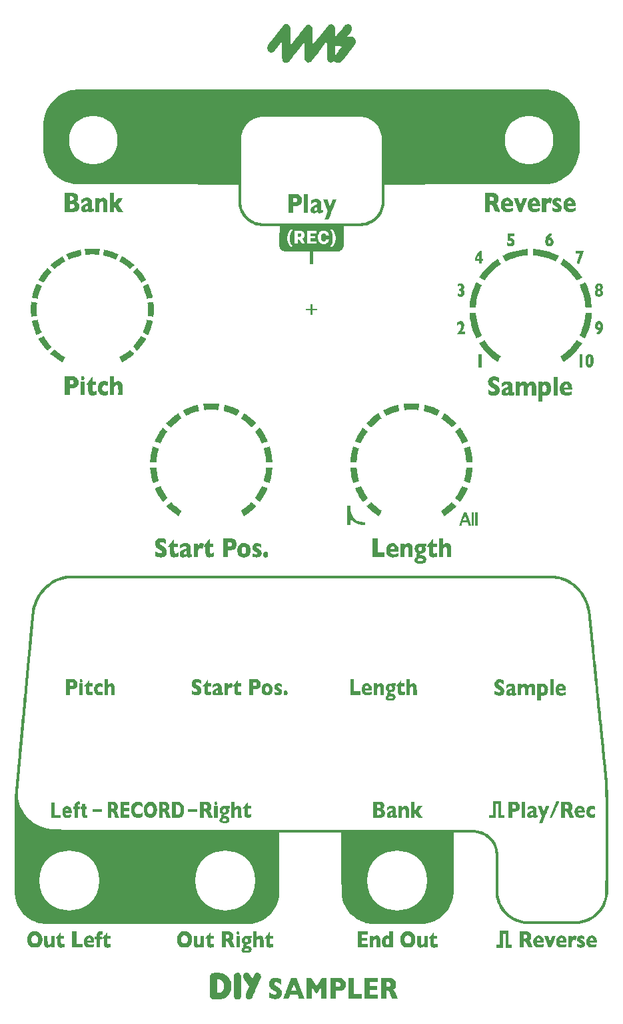
<source format=gto>
G04 #@! TF.GenerationSoftware,KiCad,Pcbnew,7.0.1-0*
G04 #@! TF.CreationDate,2023-03-29T06:15:29-07:00*
G04 #@! TF.ProjectId,Kit-Sampler-faceplate,4b69742d-5361-46d7-906c-65722d666163,rev?*
G04 #@! TF.SameCoordinates,PXa25a80PY7d1f400*
G04 #@! TF.FileFunction,Legend,Top*
G04 #@! TF.FilePolarity,Positive*
%FSLAX46Y46*%
G04 Gerber Fmt 4.6, Leading zero omitted, Abs format (unit mm)*
G04 Created by KiCad (PCBNEW 7.0.1-0) date 2023-03-29 06:15:29*
%MOMM*%
%LPD*%
G01*
G04 APERTURE LIST*
%ADD10C,7.874000*%
%ADD11O,7.366000X4.191000*%
%ADD12C,7.620000*%
%ADD13C,6.172200*%
%ADD14C,8.255000*%
G04 APERTURE END LIST*
G36*
X31080154Y5836138D02*
G01*
X31172240Y5806422D01*
X31255687Y5758011D01*
X31327180Y5692402D01*
X31383404Y5611094D01*
X31421045Y5515581D01*
X31422410Y5510339D01*
X31425614Y5495448D01*
X31428443Y5476511D01*
X31430914Y5452041D01*
X31433045Y5420554D01*
X31434853Y5380563D01*
X31436354Y5330582D01*
X31437566Y5269125D01*
X31438507Y5194707D01*
X31439193Y5105842D01*
X31439641Y5001043D01*
X31439869Y4878825D01*
X31439894Y4737702D01*
X31439733Y4576188D01*
X31439402Y4392797D01*
X31438920Y4186043D01*
X31438696Y4099228D01*
X31435179Y2766026D01*
X31401678Y2694580D01*
X31344297Y2599670D01*
X31270573Y2523367D01*
X31182205Y2467082D01*
X31087453Y2433722D01*
X31021175Y2421163D01*
X30964590Y2419113D01*
X30904221Y2427611D01*
X30874338Y2434374D01*
X30781043Y2469165D01*
X30697112Y2524063D01*
X30627129Y2595071D01*
X30575677Y2678193D01*
X30564782Y2704247D01*
X30560687Y2715659D01*
X30557049Y2727730D01*
X30553840Y2741953D01*
X30551035Y2759822D01*
X30548606Y2782829D01*
X30546525Y2812468D01*
X30544766Y2850232D01*
X30543302Y2897613D01*
X30542106Y2956106D01*
X30541151Y3027202D01*
X30540409Y3112396D01*
X30539854Y3213180D01*
X30539459Y3331047D01*
X30539196Y3467491D01*
X30539040Y3624004D01*
X30538961Y3802080D01*
X30538935Y4003211D01*
X30538932Y4132642D01*
X30538940Y4347974D01*
X30538983Y4539375D01*
X30539087Y4708337D01*
X30539280Y4856355D01*
X30539590Y4984923D01*
X30540043Y5095533D01*
X30540667Y5189680D01*
X30541489Y5268858D01*
X30542537Y5334559D01*
X30543837Y5388279D01*
X30545417Y5431510D01*
X30547305Y5465746D01*
X30549527Y5492481D01*
X30552111Y5513208D01*
X30555084Y5529422D01*
X30558474Y5542615D01*
X30562308Y5554283D01*
X30565041Y5561731D01*
X30607579Y5642451D01*
X30669821Y5715970D01*
X30746070Y5776166D01*
X30785197Y5798152D01*
X30883318Y5833501D01*
X30982741Y5845664D01*
X31080154Y5836138D01*
G37*
G36*
X32206866Y5838804D02*
G01*
X32309746Y5806491D01*
X32323812Y5800091D01*
X32372602Y5773384D01*
X32418990Y5742028D01*
X32445839Y5719409D01*
X32464615Y5697222D01*
X32494963Y5657018D01*
X32534558Y5602075D01*
X32581077Y5535667D01*
X32632194Y5461071D01*
X32685586Y5381563D01*
X32686134Y5380738D01*
X32737330Y5304118D01*
X32784105Y5234915D01*
X32824592Y5175829D01*
X32856924Y5129556D01*
X32879233Y5098797D01*
X32889652Y5086249D01*
X32890016Y5086096D01*
X32897162Y5097270D01*
X32912272Y5128391D01*
X32933724Y5175858D01*
X32959892Y5236072D01*
X32989155Y5305431D01*
X32991780Y5311746D01*
X33039464Y5425016D01*
X33080243Y5517246D01*
X33116047Y5591238D01*
X33148803Y5649795D01*
X33180443Y5695717D01*
X33212895Y5731808D01*
X33248089Y5760868D01*
X33287954Y5785699D01*
X33334203Y5809002D01*
X33376393Y5826651D01*
X33415721Y5836807D01*
X33462117Y5841294D01*
X33513707Y5842021D01*
X33617243Y5832631D01*
X33706700Y5804120D01*
X33786804Y5754473D01*
X33844597Y5701093D01*
X33899389Y5636480D01*
X33935308Y5575268D01*
X33955577Y5509255D01*
X33963416Y5430240D01*
X33963817Y5397557D01*
X33963384Y5283143D01*
X33413018Y3980090D01*
X33339517Y3806366D01*
X33268298Y3638621D01*
X33200038Y3478413D01*
X33135411Y3327301D01*
X33075092Y3186845D01*
X33019755Y3058602D01*
X32970076Y2944132D01*
X32926730Y2844994D01*
X32890391Y2762747D01*
X32861735Y2698950D01*
X32841435Y2655161D01*
X32830168Y2632940D01*
X32829046Y2631204D01*
X32764482Y2560507D01*
X32682870Y2503370D01*
X32661955Y2492086D01*
X32610995Y2474141D01*
X32544509Y2462102D01*
X32471668Y2456537D01*
X32401645Y2458011D01*
X32343612Y2467091D01*
X32329444Y2471556D01*
X32227149Y2522040D01*
X32142842Y2590411D01*
X32076790Y2676423D01*
X32049356Y2728900D01*
X32033343Y2771996D01*
X32024337Y2818922D01*
X32020756Y2879052D01*
X32020509Y2899509D01*
X32019963Y3007567D01*
X32244796Y3539662D01*
X32469629Y4071756D01*
X32112413Y4607354D01*
X32041362Y4714294D01*
X31973707Y4816906D01*
X31910954Y4912848D01*
X31854614Y4999779D01*
X31806194Y5075356D01*
X31767204Y5137236D01*
X31739152Y5183078D01*
X31723545Y5210539D01*
X31722315Y5213048D01*
X31706071Y5251451D01*
X31696182Y5287473D01*
X31691183Y5329661D01*
X31689607Y5386561D01*
X31689575Y5403913D01*
X31694203Y5493968D01*
X31709778Y5566826D01*
X31739189Y5629404D01*
X31785330Y5688622D01*
X31825029Y5728004D01*
X31910528Y5790915D01*
X32004503Y5830618D01*
X32104200Y5846713D01*
X32206866Y5838804D01*
G37*
G36*
X28467456Y5808602D02*
G01*
X28573081Y5807342D01*
X28668100Y5805213D01*
X28747565Y5802300D01*
X28806232Y5798710D01*
X28979982Y5777383D01*
X29136074Y5742700D01*
X29278894Y5692621D01*
X29412832Y5625110D01*
X29542276Y5538129D01*
X29671613Y5429639D01*
X29738541Y5365775D01*
X29827692Y5273577D01*
X29900205Y5188832D01*
X29960807Y5105209D01*
X30014221Y5016378D01*
X30048425Y4950628D01*
X30107662Y4816587D01*
X30152943Y4680253D01*
X30185499Y4536222D01*
X30206559Y4379089D01*
X30217169Y4208918D01*
X30216455Y4008645D01*
X30199466Y3824144D01*
X30165354Y3650975D01*
X30113271Y3484699D01*
X30050725Y3338098D01*
X29957737Y3172967D01*
X29844150Y3020715D01*
X29712241Y2883119D01*
X29564284Y2761956D01*
X29402556Y2659007D01*
X29229333Y2576048D01*
X29046889Y2514857D01*
X28974906Y2497529D01*
X28936053Y2491886D01*
X28876800Y2486795D01*
X28800596Y2482295D01*
X28710891Y2478426D01*
X28611134Y2475226D01*
X28504777Y2472736D01*
X28395269Y2470993D01*
X28286060Y2470037D01*
X28180599Y2469908D01*
X28082336Y2470644D01*
X27994723Y2472284D01*
X27921208Y2474869D01*
X27865241Y2478436D01*
X27830272Y2483025D01*
X27824768Y2484480D01*
X27724744Y2527776D01*
X27643848Y2586465D01*
X27579375Y2662908D01*
X27540450Y2732718D01*
X27506950Y2804164D01*
X27503479Y4100611D01*
X27502949Y4342890D01*
X27502727Y4560198D01*
X27502816Y4752990D01*
X27503219Y4921718D01*
X27503676Y5013518D01*
X28403197Y5013518D01*
X28403197Y4140848D01*
X28403197Y3268178D01*
X28534009Y3268178D01*
X28604786Y3270312D01*
X28672376Y3276102D01*
X28726960Y3284634D01*
X28737800Y3287186D01*
X28788676Y3302716D01*
X28838400Y3321489D01*
X28861178Y3331906D01*
X28914489Y3365335D01*
X28976003Y3413691D01*
X29039286Y3471108D01*
X29097903Y3531724D01*
X29145423Y3589673D01*
X29148213Y3593542D01*
X29209958Y3700261D01*
X29256066Y3822579D01*
X29286313Y3955871D01*
X29300475Y4095515D01*
X29298328Y4236887D01*
X29279647Y4375364D01*
X29244208Y4506322D01*
X29197713Y4614102D01*
X29160335Y4672915D01*
X29107956Y4739028D01*
X29046777Y4805712D01*
X28983001Y4866240D01*
X28922831Y4913882D01*
X28918864Y4916594D01*
X28852380Y4952815D01*
X28773109Y4979196D01*
X28677176Y4996705D01*
X28560708Y5006308D01*
X28558927Y5006390D01*
X28403197Y5013518D01*
X27503676Y5013518D01*
X27503941Y5066837D01*
X27504983Y5188799D01*
X27506351Y5288058D01*
X27508047Y5365068D01*
X27510074Y5420282D01*
X27512436Y5454153D01*
X27513738Y5463200D01*
X27537027Y5531586D01*
X27576285Y5602598D01*
X27625454Y5666994D01*
X27678475Y5715532D01*
X27679714Y5716404D01*
X27713473Y5739563D01*
X27743651Y5758219D01*
X27773465Y5772896D01*
X27806132Y5784117D01*
X27844870Y5792406D01*
X27892897Y5798284D01*
X27953430Y5802276D01*
X28029687Y5804905D01*
X28124885Y5806693D01*
X28242242Y5808164D01*
X28244178Y5808187D01*
X28356172Y5808912D01*
X28467456Y5808602D01*
G37*
G36*
X35821064Y5193358D02*
G01*
X35905137Y5192798D01*
X35969278Y5191404D01*
X36018979Y5188609D01*
X36059732Y5183842D01*
X36097030Y5176537D01*
X36136364Y5166124D01*
X36164308Y5157820D01*
X36231414Y5134882D01*
X36304793Y5105619D01*
X36377598Y5073156D01*
X36442986Y5040621D01*
X36494111Y5011141D01*
X36510958Y4999464D01*
X36519873Y4992176D01*
X36526695Y4983447D01*
X36531662Y4970119D01*
X36535013Y4949036D01*
X36536987Y4917040D01*
X36537823Y4870975D01*
X36537758Y4807683D01*
X36537032Y4724006D01*
X36536383Y4663115D01*
X36532976Y4348646D01*
X36440765Y4418025D01*
X36320509Y4501803D01*
X36209294Y4564642D01*
X36103894Y4607873D01*
X36001080Y4632824D01*
X35899888Y4640822D01*
X35813533Y4635532D01*
X35748030Y4618170D01*
X35701161Y4587358D01*
X35670709Y4541717D01*
X35655880Y4489079D01*
X35653476Y4441812D01*
X35664126Y4397271D01*
X35689650Y4353486D01*
X35731865Y4308489D01*
X35792589Y4260312D01*
X35873639Y4206988D01*
X35967261Y4151951D01*
X36052372Y4101602D01*
X36139685Y4046113D01*
X36224157Y3988989D01*
X36300748Y3933733D01*
X36364416Y3883852D01*
X36405948Y3846991D01*
X36488949Y3752353D01*
X36554879Y3648973D01*
X36591439Y3566926D01*
X36608688Y3500353D01*
X36620381Y3416723D01*
X36626202Y3323856D01*
X36625839Y3229576D01*
X36618978Y3141704D01*
X36610566Y3090200D01*
X36570516Y2957772D01*
X36509539Y2839049D01*
X36428895Y2735313D01*
X36329845Y2647847D01*
X36213647Y2577936D01*
X36081560Y2526863D01*
X36049029Y2517907D01*
X35975825Y2504562D01*
X35885767Y2496334D01*
X35786921Y2493288D01*
X35687352Y2495491D01*
X35595126Y2503010D01*
X35528672Y2513601D01*
X35451518Y2532599D01*
X35363860Y2558473D01*
X35273947Y2588431D01*
X35190025Y2619679D01*
X35120342Y2649426D01*
X35103794Y2657464D01*
X35026520Y2696472D01*
X35026520Y3027451D01*
X35026756Y3130980D01*
X35027541Y3211389D01*
X35028987Y3270982D01*
X35031211Y3312059D01*
X35034324Y3336925D01*
X35038443Y3347880D01*
X35042411Y3348259D01*
X35059299Y3337225D01*
X35092024Y3315674D01*
X35135229Y3287138D01*
X35166360Y3266540D01*
X35276132Y3198013D01*
X35372827Y3146853D01*
X35460066Y3111259D01*
X35506098Y3097464D01*
X35570392Y3085461D01*
X35643830Y3079036D01*
X35718471Y3078198D01*
X35786373Y3082953D01*
X35839594Y3093310D01*
X35850570Y3097129D01*
X35899256Y3129581D01*
X35934428Y3179712D01*
X35952690Y3241875D01*
X35954500Y3269909D01*
X35949358Y3316284D01*
X35932569Y3359397D01*
X35901970Y3401358D01*
X35855393Y3444281D01*
X35790675Y3490277D01*
X35705648Y3541459D01*
X35637695Y3578923D01*
X35503299Y3654933D01*
X35390879Y3727311D01*
X35297714Y3798456D01*
X35221078Y3870763D01*
X35158251Y3946632D01*
X35106507Y4028460D01*
X35088952Y4062084D01*
X35041423Y4183182D01*
X35013557Y4311547D01*
X35004869Y4443150D01*
X35014873Y4573960D01*
X35043084Y4699945D01*
X35089016Y4817074D01*
X35152184Y4921317D01*
X35199118Y4977006D01*
X35283441Y5050741D01*
X35382268Y5113926D01*
X35485436Y5160236D01*
X35502719Y5165989D01*
X35538338Y5176350D01*
X35572590Y5183809D01*
X35610582Y5188807D01*
X35657423Y5191783D01*
X35718220Y5193174D01*
X35798080Y5193422D01*
X35821064Y5193358D01*
G37*
G36*
X37232580Y3669700D02*
G01*
X37296165Y3843430D01*
X37303098Y3862373D01*
X37778822Y5162124D01*
X38152744Y5159070D01*
X38526665Y5156016D01*
X39006164Y3846606D01*
X39485663Y2537197D01*
X39147955Y2533807D01*
X39057721Y2533257D01*
X38975920Y2533439D01*
X38905970Y2534292D01*
X38851287Y2535751D01*
X38815289Y2537755D01*
X38801452Y2540163D01*
X38795006Y2554646D01*
X38781968Y2589614D01*
X38763635Y2641383D01*
X38741305Y2706268D01*
X38716274Y2780585D01*
X38707381Y2807342D01*
X38622104Y3064774D01*
X38153776Y3064774D01*
X37685449Y3064774D01*
X37670000Y3017102D01*
X37660846Y2989676D01*
X37645036Y2943167D01*
X37624258Y2882507D01*
X37600202Y2812630D01*
X37578598Y2750135D01*
X37502644Y2530840D01*
X37159468Y2530840D01*
X37053161Y2531081D01*
X36970011Y2531873D01*
X36907756Y2533323D01*
X36864131Y2535539D01*
X36836873Y2538625D01*
X36823718Y2542690D01*
X36821833Y2546731D01*
X36826863Y2560575D01*
X36840064Y2596739D01*
X36860866Y2653665D01*
X36888699Y2729796D01*
X36922995Y2823576D01*
X36963183Y2933448D01*
X37008694Y3057856D01*
X37058959Y3195241D01*
X37113408Y3344048D01*
X37171471Y3502720D01*
X37178685Y3522432D01*
X37839967Y3522432D01*
X38154736Y3522432D01*
X38469505Y3522432D01*
X38315200Y3985732D01*
X38280750Y4088520D01*
X38248648Y4183058D01*
X38219796Y4266787D01*
X38195094Y4337143D01*
X38175445Y4391565D01*
X38161750Y4427491D01*
X38154910Y4442359D01*
X38154432Y4442570D01*
X38149055Y4429468D01*
X38136526Y4394928D01*
X38117771Y4341622D01*
X38093715Y4272221D01*
X38065282Y4189397D01*
X38033399Y4095819D01*
X37998990Y3994160D01*
X37993968Y3979269D01*
X37839967Y3522432D01*
X37178685Y3522432D01*
X37232580Y3669700D01*
G37*
G36*
X42310904Y3846606D02*
G01*
X42310904Y2530840D01*
X41974119Y2530840D01*
X41637334Y2530840D01*
X41634054Y3276277D01*
X41630774Y4021713D01*
X41345340Y3600451D01*
X41273411Y3494483D01*
X41214162Y3407761D01*
X41166149Y3338389D01*
X41127932Y3284469D01*
X41098067Y3244104D01*
X41075112Y3215398D01*
X41057625Y3196453D01*
X41044164Y3185372D01*
X41033287Y3180259D01*
X41025048Y3179189D01*
X41015286Y3180736D01*
X41004144Y3186633D01*
X40990189Y3198761D01*
X40971992Y3219002D01*
X40948120Y3249240D01*
X40917142Y3291355D01*
X40877629Y3347230D01*
X40828148Y3418748D01*
X40767269Y3507789D01*
X40700272Y3606349D01*
X40410354Y4033510D01*
X40407075Y3282175D01*
X40403796Y2530840D01*
X40079722Y2530840D01*
X39755649Y2530840D01*
X39755649Y3846606D01*
X39755649Y5162372D01*
X40063932Y5161825D01*
X40372216Y5161279D01*
X40701807Y4672763D01*
X41031399Y4184247D01*
X41095901Y4277230D01*
X41118020Y4309403D01*
X41152256Y4359574D01*
X41196517Y4424659D01*
X41248710Y4501573D01*
X41306740Y4587233D01*
X41368515Y4678552D01*
X41427371Y4765676D01*
X41694338Y5161138D01*
X42002621Y5161755D01*
X42310904Y5162372D01*
X42310904Y3846606D01*
G37*
G36*
X43622560Y5162324D02*
G01*
X43750722Y5162020D01*
X43858405Y5161222D01*
X43948082Y5159688D01*
X44022228Y5157181D01*
X44083315Y5153461D01*
X44133817Y5148288D01*
X44176206Y5141423D01*
X44212957Y5132626D01*
X44246543Y5121658D01*
X44279437Y5108279D01*
X44314113Y5092251D01*
X44343599Y5077945D01*
X44446811Y5013686D01*
X44538363Y4928466D01*
X44616345Y4824805D01*
X44678848Y4705225D01*
X44722571Y4577587D01*
X44737484Y4495980D01*
X44744852Y4399008D01*
X44744797Y4295550D01*
X44737444Y4194482D01*
X44722918Y4104681D01*
X44715564Y4075435D01*
X44667137Y3945537D01*
X44600546Y3829944D01*
X44517582Y3730915D01*
X44420032Y3650710D01*
X44344938Y3607420D01*
X44290300Y3581857D01*
X44240921Y3561948D01*
X44192429Y3546999D01*
X44140452Y3536319D01*
X44080618Y3529214D01*
X44008555Y3524993D01*
X43919893Y3522963D01*
X43810258Y3522432D01*
X43808333Y3522432D01*
X43518612Y3522432D01*
X43518612Y3026636D01*
X43518612Y2530840D01*
X43181725Y2530840D01*
X42844838Y2530840D01*
X42844838Y3846606D01*
X42844838Y4656310D01*
X43518612Y4656310D01*
X43518612Y4343625D01*
X43518612Y4030940D01*
X43559928Y4031242D01*
X43589068Y4032337D01*
X43636621Y4035081D01*
X43695658Y4039040D01*
X43750848Y4043128D01*
X43849017Y4054124D01*
X43924730Y4071705D01*
X43980626Y4098383D01*
X44019348Y4136668D01*
X44043534Y4189070D01*
X44055827Y4258102D01*
X44058902Y4336046D01*
X44055367Y4417364D01*
X44043182Y4482922D01*
X44019974Y4534554D01*
X43983372Y4574091D01*
X43931006Y4603366D01*
X43860504Y4624212D01*
X43769494Y4638460D01*
X43655605Y4647945D01*
X43655274Y4647965D01*
X43518612Y4656310D01*
X42844838Y4656310D01*
X42844838Y5162372D01*
X43471447Y5162372D01*
X43622560Y5162324D01*
G37*
G36*
X45768762Y4164424D02*
G01*
X45768762Y3166476D01*
X46270914Y3166476D01*
X46773066Y3166476D01*
X46773066Y2848658D01*
X46773066Y2530840D01*
X45934027Y2530840D01*
X45094988Y2530840D01*
X45094988Y3846606D01*
X45094988Y5162372D01*
X45431875Y5162372D01*
X45768762Y5162372D01*
X45768762Y4164424D01*
G37*
G36*
X48781675Y4895405D02*
G01*
X48781675Y4628438D01*
X48298592Y4628438D01*
X47815509Y4628438D01*
X47815509Y4393253D01*
X47815509Y4158068D01*
X48273167Y4158068D01*
X48730824Y4158068D01*
X48730824Y3891101D01*
X48730824Y3624134D01*
X48273167Y3624134D01*
X47815509Y3624134D01*
X47815509Y3344454D01*
X47815509Y3064774D01*
X48311305Y3064774D01*
X48807101Y3064774D01*
X48807101Y2797807D01*
X48807101Y2530840D01*
X47974418Y2530840D01*
X47141735Y2530840D01*
X47141735Y3846606D01*
X47141735Y5162372D01*
X47961705Y5162372D01*
X48781675Y5162372D01*
X48781675Y4895405D01*
G37*
G36*
X50024133Y5162061D02*
G01*
X50170940Y5161134D01*
X50295119Y5159604D01*
X50396091Y5157483D01*
X50473283Y5154781D01*
X50526116Y5151510D01*
X50551295Y5148323D01*
X50660307Y5113474D01*
X50766209Y5056242D01*
X50862723Y4980343D01*
X50948662Y4889041D01*
X51014388Y4792539D01*
X51065010Y4683320D01*
X51065590Y4681787D01*
X51107867Y4540874D01*
X51128822Y4401470D01*
X51129032Y4266036D01*
X51109073Y4137038D01*
X51069522Y4016940D01*
X51010954Y3908204D01*
X50933947Y3813295D01*
X50844948Y3738672D01*
X50783927Y3696625D01*
X50867243Y3612706D01*
X50926201Y3546683D01*
X50973159Y3477027D01*
X51004440Y3417697D01*
X51018966Y3385561D01*
X51040195Y3335636D01*
X51066841Y3271196D01*
X51097614Y3195513D01*
X51131228Y3111861D01*
X51166392Y3023511D01*
X51201821Y2933737D01*
X51236224Y2845812D01*
X51268315Y2763009D01*
X51296804Y2688600D01*
X51320404Y2625858D01*
X51337827Y2578057D01*
X51347783Y2548469D01*
X51349643Y2540640D01*
X51337466Y2538104D01*
X51303080Y2535811D01*
X51249699Y2533851D01*
X51180538Y2532311D01*
X51098813Y2531281D01*
X51007739Y2530848D01*
X50993415Y2530840D01*
X50637186Y2530840D01*
X50625028Y2559444D01*
X50617268Y2579236D01*
X50602145Y2619126D01*
X50581065Y2675352D01*
X50555438Y2744148D01*
X50526671Y2821749D01*
X50509687Y2867727D01*
X50458573Y3003672D01*
X50413483Y3117634D01*
X50373277Y3212025D01*
X50336814Y3289257D01*
X50302955Y3351744D01*
X50270560Y3401896D01*
X50238488Y3442127D01*
X50237878Y3442806D01*
X50189846Y3488756D01*
X50138513Y3520336D01*
X50076963Y3540593D01*
X49998281Y3552574D01*
X49986205Y3553702D01*
X49900394Y3561278D01*
X49900394Y3046059D01*
X49900394Y2530840D01*
X49563507Y2530840D01*
X49226620Y2530840D01*
X49226620Y3846606D01*
X49226620Y4653863D01*
X49900394Y4653863D01*
X49900394Y4341148D01*
X49900394Y4028432D01*
X50049768Y4037245D01*
X50115302Y4041876D01*
X50177408Y4047611D01*
X50228275Y4053654D01*
X50255940Y4058243D01*
X50327432Y4081600D01*
X50380177Y4118386D01*
X50416169Y4171146D01*
X50437400Y4242423D01*
X50444126Y4298414D01*
X50442135Y4396658D01*
X50421141Y4478817D01*
X50381391Y4544397D01*
X50323130Y4592898D01*
X50290209Y4609325D01*
X50256775Y4618855D01*
X50204586Y4628635D01*
X50140291Y4637825D01*
X50070536Y4645584D01*
X50001970Y4651069D01*
X49941710Y4653435D01*
X49900394Y4653863D01*
X49226620Y4653863D01*
X49226620Y5162372D01*
X49855274Y5162372D01*
X50024133Y5162061D01*
G37*
G36*
X31536604Y9927649D02*
G01*
X31926993Y9927649D01*
X31945193Y9855714D01*
X31986105Y9790073D01*
X32000795Y9774195D01*
X32031748Y9745832D01*
X32058371Y9731574D01*
X32092302Y9726668D01*
X32118289Y9726236D01*
X32174069Y9730892D01*
X32217177Y9746810D01*
X32230828Y9755215D01*
X32284063Y9805827D01*
X32317904Y9871699D01*
X32331083Y9950260D01*
X32331216Y9958651D01*
X32324894Y10033060D01*
X32303570Y10092000D01*
X32264427Y10142320D01*
X32250243Y10155488D01*
X32218718Y10180047D01*
X32189374Y10192338D01*
X32150608Y10196389D01*
X32131756Y10196606D01*
X32089977Y10195265D01*
X32061774Y10188178D01*
X32036708Y10170755D01*
X32007902Y10142130D01*
X31958423Y10074765D01*
X31931428Y10001969D01*
X31926993Y9927649D01*
X31536604Y9927649D01*
X31533313Y9979619D01*
X31540383Y10058223D01*
X31568548Y10178261D01*
X31615480Y10281220D01*
X31681031Y10366927D01*
X31765054Y10435210D01*
X31867399Y10485896D01*
X31922781Y10503867D01*
X31948925Y10510391D01*
X31977255Y10515591D01*
X32010892Y10519612D01*
X32052956Y10522600D01*
X32106567Y10524698D01*
X32174846Y10526052D01*
X32260913Y10526808D01*
X32367889Y10527110D01*
X32423317Y10527137D01*
X32839933Y10527137D01*
X32839933Y10368228D01*
X32839933Y10209319D01*
X32731796Y10209319D01*
X32623658Y10209319D01*
X32660053Y10159077D01*
X32695399Y10097728D01*
X32716392Y10028449D01*
X32724414Y9945378D01*
X32723690Y9889104D01*
X32707878Y9778446D01*
X32670847Y9681419D01*
X32613216Y9598636D01*
X32535604Y9530708D01*
X32438630Y9478244D01*
X32322913Y9441856D01*
X32258446Y9429915D01*
X32185680Y9416411D01*
X32135458Y9399943D01*
X32104941Y9378940D01*
X32091285Y9351834D01*
X32089883Y9336821D01*
X32095277Y9313282D01*
X32113451Y9294400D01*
X32147394Y9278912D01*
X32200093Y9265558D01*
X32274537Y9253074D01*
X32294921Y9250211D01*
X32361096Y9240247D01*
X32424998Y9229042D01*
X32478359Y9218128D01*
X32507298Y9210818D01*
X32596550Y9171911D01*
X32670545Y9114141D01*
X32727665Y9040100D01*
X32766291Y8952383D01*
X32784805Y8853585D01*
X32783963Y8767406D01*
X32762976Y8659474D01*
X32721567Y8566646D01*
X32659879Y8489078D01*
X32578056Y8426922D01*
X32476241Y8380334D01*
X32404766Y8359716D01*
X32351695Y8351253D01*
X32280107Y8345459D01*
X32196771Y8342336D01*
X32108455Y8341883D01*
X32021927Y8344102D01*
X31943957Y8348994D01*
X31881311Y8356559D01*
X31865087Y8359657D01*
X31751832Y8393276D01*
X31658782Y8440168D01*
X31586589Y8499687D01*
X31535901Y8571188D01*
X31507371Y8654027D01*
X31500911Y8720695D01*
X31502968Y8740815D01*
X31887638Y8740815D01*
X31904004Y8693392D01*
X31939386Y8652631D01*
X31989733Y8624987D01*
X32036218Y8614508D01*
X32097980Y8609058D01*
X32166689Y8608465D01*
X32234014Y8612562D01*
X32291628Y8621178D01*
X32326562Y8631846D01*
X32364012Y8653350D01*
X32393758Y8678089D01*
X32399660Y8685246D01*
X32415408Y8724984D01*
X32419585Y8774651D01*
X32412100Y8822018D01*
X32400870Y8845878D01*
X32370610Y8870341D01*
X32320881Y8889978D01*
X32257313Y8904039D01*
X32185532Y8911777D01*
X32111168Y8912442D01*
X32039847Y8905286D01*
X32006346Y8898356D01*
X31949644Y8873669D01*
X31910759Y8835891D01*
X31889990Y8789961D01*
X31887638Y8740815D01*
X31502968Y8740815D01*
X31510341Y8812937D01*
X31540151Y8890087D01*
X31590879Y8952950D01*
X31663062Y9002331D01*
X31700387Y9019440D01*
X31739373Y9035827D01*
X31758284Y9046806D01*
X31760687Y9056325D01*
X31750150Y9068335D01*
X31747078Y9071135D01*
X31710535Y9120167D01*
X31691420Y9180921D01*
X31688529Y9247850D01*
X31700656Y9315407D01*
X31726594Y9378042D01*
X31765139Y9430209D01*
X31815084Y9466359D01*
X31834639Y9474077D01*
X31834903Y9482629D01*
X31814898Y9499500D01*
X31783776Y9518706D01*
X31692291Y9583857D01*
X31620832Y9664010D01*
X31570069Y9757678D01*
X31540673Y9863376D01*
X31536604Y9927649D01*
G37*
G36*
X65422616Y10253813D02*
G01*
X65422616Y9370280D01*
X65632376Y9370280D01*
X65842136Y9370280D01*
X65842136Y9185762D01*
X65842136Y9001244D01*
X65451220Y9004606D01*
X65060304Y9007968D01*
X65057039Y9894679D01*
X65053774Y10781391D01*
X64882326Y10781391D01*
X64710877Y10781391D01*
X64707612Y9894679D01*
X64704348Y9007968D01*
X64307075Y9004608D01*
X63909803Y9001249D01*
X63909803Y9185764D01*
X63909803Y9370280D01*
X64125919Y9370280D01*
X64342035Y9370280D01*
X64342035Y10253813D01*
X64342035Y11137347D01*
X64882326Y11137347D01*
X65422616Y11137347D01*
X65422616Y10253813D01*
G37*
G36*
X4294889Y10108038D02*
G01*
X4814155Y10108038D01*
X4814646Y10001307D01*
X4831610Y9895231D01*
X4865596Y9793547D01*
X4917157Y9699987D01*
X4918075Y9698653D01*
X4968001Y9643813D01*
X5033761Y9596443D01*
X5096955Y9566614D01*
X5150945Y9554597D01*
X5219458Y9549457D01*
X5292568Y9551098D01*
X5360346Y9559422D01*
X5400457Y9569563D01*
X5465789Y9603060D01*
X5529118Y9655757D01*
X5584750Y9721698D01*
X5626989Y9794926D01*
X5635377Y9815225D01*
X5648645Y9853420D01*
X5657517Y9888905D01*
X5662818Y9928352D01*
X5665370Y9978434D01*
X5665997Y10045825D01*
X5665960Y10063123D01*
X5663118Y10161161D01*
X5654087Y10239606D01*
X5637014Y10303915D01*
X5610046Y10359549D01*
X5571331Y10411965D01*
X5534012Y10451909D01*
X5474545Y10504001D01*
X5415020Y10538521D01*
X5348796Y10557796D01*
X5269231Y10564154D01*
X5216983Y10562969D01*
X5155968Y10558533D01*
X5110799Y10550647D01*
X5071926Y10537045D01*
X5039474Y10520814D01*
X4965878Y10466825D01*
X4905997Y10394818D01*
X4860382Y10308528D01*
X4829584Y10211690D01*
X4814155Y10108038D01*
X4294889Y10108038D01*
X4294967Y10148894D01*
X4295892Y10214397D01*
X4298088Y10264785D01*
X4302060Y10305215D01*
X4308316Y10340841D01*
X4317362Y10376818D01*
X4329707Y10418301D01*
X4329753Y10418451D01*
X4387965Y10570446D01*
X4463285Y10705735D01*
X4554643Y10823152D01*
X4660969Y10921529D01*
X4781193Y10999700D01*
X4914246Y11056498D01*
X4914801Y11056680D01*
X4962116Y11071014D01*
X5006457Y11081136D01*
X5054688Y11087982D01*
X5113676Y11092491D01*
X5190283Y11095598D01*
X5202496Y11095966D01*
X5314303Y11096933D01*
X5407807Y11091790D01*
X5489662Y11079284D01*
X5566522Y11058158D01*
X5645041Y11027159D01*
X5696761Y11002784D01*
X5820733Y10927741D01*
X5928742Y10833007D01*
X6020606Y10718831D01*
X6096142Y10585458D01*
X6155169Y10433135D01*
X6177511Y10353652D01*
X6186710Y10308769D01*
X6193052Y10256639D01*
X6196886Y10192235D01*
X6198565Y10110530D01*
X6198681Y10050410D01*
X6196658Y9939121D01*
X6190352Y9846472D01*
X6178326Y9765840D01*
X6159140Y9690598D01*
X6131356Y9614122D01*
X6093535Y9529786D01*
X6079246Y9500399D01*
X6001925Y9370365D01*
X5907559Y9259167D01*
X5796448Y9167067D01*
X5668893Y9094331D01*
X5577399Y9057593D01*
X5535595Y9044031D01*
X5497853Y9034297D01*
X5458227Y9027631D01*
X5410767Y9023270D01*
X5349529Y9020450D01*
X5272416Y9018490D01*
X5189702Y9017279D01*
X5126451Y9017852D01*
X5076740Y9020630D01*
X5034643Y9026035D01*
X4994234Y9034489D01*
X4973667Y9039762D01*
X4832621Y9090100D01*
X4705023Y9161561D01*
X4591874Y9253096D01*
X4494177Y9363658D01*
X4412933Y9492199D01*
X4349144Y9637670D01*
X4322952Y9720566D01*
X4312763Y9760342D01*
X4305337Y9798669D01*
X4300253Y9840682D01*
X4297089Y9891511D01*
X4295422Y9956292D01*
X4294832Y10040155D01*
X4294804Y10063123D01*
X4294889Y10108038D01*
G37*
G36*
X6867861Y10065430D02*
G01*
X6868105Y9929661D01*
X6869025Y9816889D01*
X6870903Y9724687D01*
X6874021Y9650629D01*
X6878662Y9592291D01*
X6885107Y9547245D01*
X6893640Y9513066D01*
X6904542Y9487329D01*
X6918095Y9467606D01*
X6934582Y9451473D01*
X6939781Y9447255D01*
X6980225Y9428604D01*
X7033397Y9421126D01*
X7089001Y9425204D01*
X7134387Y9439972D01*
X7157835Y9458946D01*
X7189111Y9493399D01*
X7222779Y9537119D01*
X7235458Y9555451D01*
X7300094Y9652090D01*
X7300094Y10089613D01*
X7300094Y10527137D01*
X7522566Y10527137D01*
X7745038Y10527137D01*
X7745038Y9783443D01*
X7745038Y9039749D01*
X7522566Y9039749D01*
X7300094Y9039749D01*
X7300094Y9132636D01*
X7300094Y9225523D01*
X7229309Y9156962D01*
X7182912Y9117130D01*
X7130683Y9079894D01*
X7086291Y9054541D01*
X7049605Y9038859D01*
X7014841Y9028569D01*
X6974560Y9022375D01*
X6921328Y9018984D01*
X6874218Y9017624D01*
X6805856Y9017049D01*
X6755658Y9019343D01*
X6716448Y9025299D01*
X6681048Y9035708D01*
X6668856Y9040305D01*
X6593783Y9083153D01*
X6532364Y9146537D01*
X6486269Y9228566D01*
X6474452Y9260163D01*
X6459194Y9308189D01*
X6446567Y9354160D01*
X6436325Y9401069D01*
X6428220Y9451908D01*
X6422007Y9509671D01*
X6417438Y9577351D01*
X6414267Y9657940D01*
X6412248Y9754431D01*
X6411134Y9869817D01*
X6410678Y10007092D01*
X6410647Y10034519D01*
X6410204Y10527137D01*
X6639032Y10527137D01*
X6867861Y10527137D01*
X6867861Y10065430D01*
G37*
G36*
X8558652Y10750415D02*
G01*
X8558652Y10527137D01*
X8768412Y10527137D01*
X8978172Y10527137D01*
X8978172Y10342802D01*
X8978172Y10158468D01*
X8767606Y10158468D01*
X8557041Y10158468D01*
X8561025Y9839587D01*
X8565008Y9520706D01*
X8608023Y9482292D01*
X8632890Y9461829D01*
X8655199Y9450841D01*
X8683714Y9447055D01*
X8727201Y9448199D01*
X8737381Y9448758D01*
X8794621Y9455037D01*
X8845524Y9468952D01*
X8902338Y9494047D01*
X8913661Y9499780D01*
X9003597Y9545923D01*
X9003597Y9332711D01*
X9003597Y9119498D01*
X8930499Y9086936D01*
X8821019Y9046169D01*
X8710948Y9022765D01*
X8590217Y9014670D01*
X8575886Y9014626D01*
X8509793Y9016027D01*
X8460245Y9020771D01*
X8418440Y9030228D01*
X8375574Y9045769D01*
X8375459Y9045816D01*
X8295030Y9090271D01*
X8226308Y9150613D01*
X8175857Y9221029D01*
X8174255Y9224084D01*
X8157006Y9259244D01*
X8143102Y9293191D01*
X8132128Y9329241D01*
X8123667Y9370706D01*
X8117303Y9420900D01*
X8112619Y9483138D01*
X8109200Y9560732D01*
X8106630Y9656997D01*
X8104492Y9775246D01*
X8104413Y9780265D01*
X8098480Y10158468D01*
X8004392Y10158468D01*
X7910304Y10158468D01*
X7910304Y10208967D01*
X7911219Y10223420D01*
X7914998Y10238820D01*
X7923191Y10257342D01*
X7937351Y10281162D01*
X7959027Y10312453D01*
X7989771Y10353391D01*
X8031133Y10406151D01*
X8084665Y10472907D01*
X8151916Y10555833D01*
X8198145Y10612596D01*
X8275954Y10707748D01*
X8339618Y10784793D01*
X8390784Y10845549D01*
X8431102Y10891833D01*
X8462221Y10925461D01*
X8485792Y10948251D01*
X8503463Y10962019D01*
X8516884Y10968582D01*
X8522319Y10969709D01*
X8558652Y10973693D01*
X8558652Y10750415D01*
G37*
G36*
X11473580Y9928622D02*
G01*
X11496273Y10056112D01*
X11535769Y10168938D01*
X11593099Y10270128D01*
X11661029Y10354000D01*
X11748091Y10432627D01*
X11844000Y10490550D01*
X11951594Y10528887D01*
X12073713Y10548756D01*
X12164541Y10552294D01*
X12236075Y10550437D01*
X12292340Y10544256D01*
X12343327Y10532310D01*
X12375266Y10521872D01*
X12482871Y10471040D01*
X12575310Y10400342D01*
X12652068Y10310692D01*
X12712630Y10203006D01*
X12756480Y10078198D01*
X12783104Y9937183D01*
X12791985Y9782325D01*
X12791985Y9649959D01*
X12359753Y9649959D01*
X12239632Y9649786D01*
X12142755Y9649211D01*
X12066944Y9648150D01*
X12010020Y9646519D01*
X11969803Y9644236D01*
X11944115Y9641216D01*
X11930776Y9637377D01*
X11927521Y9633386D01*
X11935058Y9603473D01*
X11954647Y9561934D01*
X11981759Y9516415D01*
X12011862Y9474563D01*
X12038966Y9445287D01*
X12093674Y9403260D01*
X12147948Y9376416D01*
X12209007Y9362596D01*
X12284070Y9359644D01*
X12320689Y9361080D01*
X12445343Y9376747D01*
X12566178Y9410976D01*
X12686683Y9463793D01*
X12723486Y9481874D01*
X12750486Y9494076D01*
X12760150Y9497407D01*
X12762534Y9485479D01*
X12764043Y9452810D01*
X12764578Y9404072D01*
X12764038Y9343938D01*
X12763751Y9328964D01*
X12760204Y9160520D01*
X12677571Y9119270D01*
X12604526Y9084617D01*
X12540150Y9059152D01*
X12477749Y9041392D01*
X12410625Y9029855D01*
X12332084Y9023057D01*
X12235430Y9019517D01*
X12226270Y9019320D01*
X12131766Y9018363D01*
X12059082Y9019991D01*
X12004728Y9024382D01*
X11965213Y9031711D01*
X11961689Y9032685D01*
X11842662Y9079885D01*
X11735005Y9149443D01*
X11679558Y9198658D01*
X11599765Y9292664D01*
X11539311Y9398280D01*
X11497469Y9517498D01*
X11473514Y9652312D01*
X11466660Y9783443D01*
X11473023Y9916926D01*
X11911267Y9916926D01*
X12141866Y9916926D01*
X12372466Y9916926D01*
X12372466Y9952757D01*
X12364619Y10012152D01*
X12343946Y10076980D01*
X12314751Y10135840D01*
X12291412Y10167532D01*
X12260108Y10196721D01*
X12227875Y10211908D01*
X12184854Y10218863D01*
X12123130Y10221082D01*
X12076282Y10212331D01*
X12035285Y10190302D01*
X12016932Y10175942D01*
X11968354Y10119736D01*
X11933989Y10047591D01*
X11918692Y9979621D01*
X11911267Y9916926D01*
X11473023Y9916926D01*
X11473580Y9928622D01*
G37*
G36*
X14457351Y10750415D02*
G01*
X14457351Y10527137D01*
X14667111Y10527137D01*
X14876870Y10527137D01*
X14876870Y10342802D01*
X14876870Y10158468D01*
X14666305Y10158468D01*
X14455739Y10158468D01*
X14459723Y9839587D01*
X14463707Y9520706D01*
X14506722Y9482292D01*
X14531589Y9461829D01*
X14553898Y9450841D01*
X14582413Y9447055D01*
X14625900Y9448199D01*
X14636080Y9448758D01*
X14693320Y9455037D01*
X14744223Y9468952D01*
X14801037Y9494047D01*
X14812359Y9499780D01*
X14902296Y9545923D01*
X14902296Y9332711D01*
X14902296Y9119498D01*
X14829198Y9086936D01*
X14719717Y9046169D01*
X14609646Y9022765D01*
X14488916Y9014670D01*
X14474585Y9014626D01*
X14408492Y9016027D01*
X14358944Y9020771D01*
X14317139Y9030228D01*
X14274273Y9045769D01*
X14274158Y9045816D01*
X14193728Y9090271D01*
X14125006Y9150613D01*
X14074556Y9221029D01*
X14072953Y9224084D01*
X14055705Y9259244D01*
X14041801Y9293191D01*
X14030827Y9329241D01*
X14022366Y9370706D01*
X14016001Y9420900D01*
X14011318Y9483138D01*
X14007899Y9560732D01*
X14005329Y9656997D01*
X14003191Y9775246D01*
X14003112Y9780265D01*
X13997179Y10158468D01*
X13903091Y10158468D01*
X13809002Y10158468D01*
X13809002Y10208967D01*
X13809917Y10223420D01*
X13813696Y10238820D01*
X13821890Y10257342D01*
X13836050Y10281162D01*
X13857726Y10312453D01*
X13888470Y10353391D01*
X13929832Y10406151D01*
X13983363Y10472907D01*
X14050615Y10555833D01*
X14096843Y10612596D01*
X14174653Y10707748D01*
X14238316Y10784793D01*
X14289482Y10845549D01*
X14329800Y10891833D01*
X14360920Y10925461D01*
X14384491Y10948251D01*
X14402162Y10962019D01*
X14415583Y10968582D01*
X14421018Y10969709D01*
X14457351Y10973693D01*
X14457351Y10750415D01*
G37*
G36*
X23300394Y10108038D02*
G01*
X23819661Y10108038D01*
X23820152Y10001307D01*
X23837115Y9895231D01*
X23871101Y9793547D01*
X23922662Y9699987D01*
X23923580Y9698653D01*
X23973506Y9643813D01*
X24039266Y9596443D01*
X24102460Y9566614D01*
X24156450Y9554597D01*
X24224964Y9549457D01*
X24298073Y9551098D01*
X24365852Y9559422D01*
X24405962Y9569563D01*
X24471294Y9603060D01*
X24534624Y9655757D01*
X24590256Y9721698D01*
X24632495Y9794926D01*
X24640883Y9815225D01*
X24654150Y9853420D01*
X24663023Y9888905D01*
X24668323Y9928352D01*
X24670876Y9978434D01*
X24671503Y10045825D01*
X24671466Y10063123D01*
X24668624Y10161161D01*
X24659593Y10239606D01*
X24642520Y10303915D01*
X24615552Y10359549D01*
X24576837Y10411965D01*
X24539517Y10451909D01*
X24480050Y10504001D01*
X24420526Y10538521D01*
X24354302Y10557796D01*
X24274737Y10564154D01*
X24222489Y10562969D01*
X24161473Y10558533D01*
X24116305Y10550647D01*
X24077431Y10537045D01*
X24044979Y10520814D01*
X23971384Y10466825D01*
X23911503Y10394818D01*
X23865887Y10308528D01*
X23835090Y10211690D01*
X23819661Y10108038D01*
X23300394Y10108038D01*
X23300472Y10148894D01*
X23301398Y10214397D01*
X23303593Y10264785D01*
X23307565Y10305215D01*
X23313821Y10340841D01*
X23322868Y10376818D01*
X23335212Y10418301D01*
X23335258Y10418451D01*
X23393471Y10570446D01*
X23468791Y10705735D01*
X23560148Y10823152D01*
X23666474Y10921529D01*
X23786699Y10999700D01*
X23919752Y11056498D01*
X23920306Y11056680D01*
X23967621Y11071014D01*
X24011962Y11081136D01*
X24060194Y11087982D01*
X24119181Y11092491D01*
X24195789Y11095598D01*
X24208001Y11095966D01*
X24319809Y11096933D01*
X24413313Y11091790D01*
X24495167Y11079284D01*
X24572027Y11058158D01*
X24650547Y11027159D01*
X24702267Y11002784D01*
X24826238Y10927741D01*
X24934247Y10833007D01*
X25026111Y10718831D01*
X25101648Y10585458D01*
X25160675Y10433135D01*
X25183016Y10353652D01*
X25192216Y10308769D01*
X25198557Y10256639D01*
X25202392Y10192235D01*
X25204070Y10110530D01*
X25204186Y10050410D01*
X25202163Y9939121D01*
X25195858Y9846472D01*
X25183831Y9765840D01*
X25164645Y9690598D01*
X25136861Y9614122D01*
X25099040Y9529786D01*
X25084751Y9500399D01*
X25007430Y9370365D01*
X24913064Y9259167D01*
X24801954Y9167067D01*
X24674398Y9094331D01*
X24582904Y9057593D01*
X24541101Y9044031D01*
X24503359Y9034297D01*
X24463732Y9027631D01*
X24416273Y9023270D01*
X24355034Y9020450D01*
X24277921Y9018490D01*
X24195207Y9017279D01*
X24131957Y9017852D01*
X24082246Y9020630D01*
X24040148Y9026035D01*
X23999740Y9034489D01*
X23979173Y9039762D01*
X23838126Y9090100D01*
X23710528Y9161561D01*
X23597380Y9253096D01*
X23499682Y9363658D01*
X23418439Y9492199D01*
X23354650Y9637670D01*
X23328458Y9720566D01*
X23318269Y9760342D01*
X23310843Y9798669D01*
X23305759Y9840682D01*
X23302594Y9891511D01*
X23300928Y9956292D01*
X23300337Y10040155D01*
X23300309Y10063123D01*
X23300394Y10108038D01*
G37*
G36*
X25886079Y10065430D02*
G01*
X25886323Y9929661D01*
X25887243Y9816889D01*
X25889121Y9724687D01*
X25892239Y9650629D01*
X25896880Y9592291D01*
X25903325Y9547245D01*
X25911858Y9513066D01*
X25922760Y9487329D01*
X25936313Y9467606D01*
X25952800Y9451473D01*
X25957999Y9447255D01*
X25998443Y9428604D01*
X26051615Y9421126D01*
X26107219Y9425204D01*
X26152606Y9439972D01*
X26176054Y9458946D01*
X26207330Y9493399D01*
X26240997Y9537119D01*
X26253676Y9555451D01*
X26318312Y9652090D01*
X26318312Y10089613D01*
X26318312Y10527137D01*
X26540784Y10527137D01*
X26763257Y10527137D01*
X26763257Y9783443D01*
X26763257Y9039749D01*
X26540784Y9039749D01*
X26318312Y9039749D01*
X26318312Y9132636D01*
X26318312Y9225523D01*
X26247527Y9156962D01*
X26201130Y9117130D01*
X26148902Y9079894D01*
X26104509Y9054541D01*
X26067824Y9038859D01*
X26033059Y9028569D01*
X25992778Y9022375D01*
X25939546Y9018984D01*
X25892436Y9017624D01*
X25824074Y9017049D01*
X25773877Y9019343D01*
X25734666Y9025299D01*
X25699266Y9035708D01*
X25687074Y9040305D01*
X25612002Y9083153D01*
X25550582Y9146537D01*
X25504487Y9228566D01*
X25492670Y9260163D01*
X25477412Y9308189D01*
X25464785Y9354160D01*
X25454543Y9401069D01*
X25446438Y9451908D01*
X25440225Y9509671D01*
X25435656Y9577351D01*
X25432486Y9657940D01*
X25430467Y9754431D01*
X25429353Y9869817D01*
X25428897Y10007092D01*
X25428865Y10034519D01*
X25428422Y10527137D01*
X25657251Y10527137D01*
X25886079Y10527137D01*
X25886079Y10065430D01*
G37*
G36*
X27576870Y10750415D02*
G01*
X27576870Y10527137D01*
X27786630Y10527137D01*
X27996390Y10527137D01*
X27996390Y10342802D01*
X27996390Y10158468D01*
X27785824Y10158468D01*
X27575259Y10158468D01*
X27579243Y9839587D01*
X27583227Y9520706D01*
X27626242Y9482292D01*
X27651108Y9461829D01*
X27673417Y9450841D01*
X27701933Y9447055D01*
X27745419Y9448199D01*
X27755600Y9448758D01*
X27812839Y9455037D01*
X27863742Y9468952D01*
X27920556Y9494047D01*
X27931879Y9499780D01*
X28021815Y9545923D01*
X28021815Y9332711D01*
X28021815Y9119498D01*
X27948717Y9086936D01*
X27839237Y9046169D01*
X27729166Y9022765D01*
X27608436Y9014670D01*
X27594104Y9014626D01*
X27528011Y9016027D01*
X27478464Y9020771D01*
X27436659Y9030228D01*
X27393793Y9045769D01*
X27393678Y9045816D01*
X27313248Y9090271D01*
X27244526Y9150613D01*
X27194075Y9221029D01*
X27192473Y9224084D01*
X27175224Y9259244D01*
X27161321Y9293191D01*
X27150346Y9329241D01*
X27141885Y9370706D01*
X27135521Y9420900D01*
X27130837Y9483138D01*
X27127419Y9560732D01*
X27124848Y9656997D01*
X27122710Y9775246D01*
X27122631Y9780265D01*
X27116698Y10158468D01*
X27022610Y10158468D01*
X26928522Y10158468D01*
X26928522Y10208967D01*
X26929437Y10223420D01*
X26933216Y10238820D01*
X26941410Y10257342D01*
X26955569Y10281162D01*
X26977245Y10312453D01*
X27007989Y10353391D01*
X27049351Y10406151D01*
X27102883Y10472907D01*
X27170135Y10555833D01*
X27216363Y10612596D01*
X27294173Y10707748D01*
X27357836Y10784793D01*
X27409002Y10845549D01*
X27449320Y10891833D01*
X27480440Y10925461D01*
X27504010Y10948251D01*
X27521681Y10962019D01*
X27535102Y10968582D01*
X27540537Y10969709D01*
X27576870Y10973693D01*
X27576870Y10750415D01*
G37*
G36*
X35102796Y10750415D02*
G01*
X35102796Y10527137D01*
X35312556Y10527137D01*
X35522316Y10527137D01*
X35522316Y10342802D01*
X35522316Y10158468D01*
X35311750Y10158468D01*
X35101185Y10158468D01*
X35105169Y9839587D01*
X35109153Y9520706D01*
X35152168Y9482292D01*
X35177034Y9461829D01*
X35199343Y9450841D01*
X35227859Y9447055D01*
X35271345Y9448199D01*
X35281525Y9448758D01*
X35338765Y9455037D01*
X35389668Y9468952D01*
X35446482Y9494047D01*
X35457805Y9499780D01*
X35547741Y9545923D01*
X35547741Y9332711D01*
X35547741Y9119498D01*
X35474643Y9086936D01*
X35365163Y9046169D01*
X35255092Y9022765D01*
X35134362Y9014670D01*
X35120030Y9014626D01*
X35053937Y9016027D01*
X35004390Y9020771D01*
X34962584Y9030228D01*
X34919719Y9045769D01*
X34919604Y9045816D01*
X34839174Y9090271D01*
X34770452Y9150613D01*
X34720001Y9221029D01*
X34718399Y9224084D01*
X34701150Y9259244D01*
X34687247Y9293191D01*
X34676272Y9329241D01*
X34667811Y9370706D01*
X34661447Y9420900D01*
X34656763Y9483138D01*
X34653344Y9560732D01*
X34650774Y9656997D01*
X34648636Y9775246D01*
X34648557Y9780265D01*
X34642624Y10158468D01*
X34548536Y10158468D01*
X34454448Y10158468D01*
X34454448Y10208967D01*
X34455363Y10223420D01*
X34459142Y10238820D01*
X34467336Y10257342D01*
X34481495Y10281162D01*
X34503171Y10312453D01*
X34533915Y10353391D01*
X34575277Y10406151D01*
X34628809Y10472907D01*
X34696061Y10555833D01*
X34742289Y10612596D01*
X34820099Y10707748D01*
X34883762Y10784793D01*
X34934928Y10845549D01*
X34975246Y10891833D01*
X35006366Y10925461D01*
X35029936Y10948251D01*
X35047607Y10962019D01*
X35061028Y10968582D01*
X35066463Y10969709D01*
X35102796Y10973693D01*
X35102796Y10750415D01*
G37*
G36*
X49350417Y9813598D02*
G01*
X49826053Y9813598D01*
X49828524Y9696100D01*
X49844841Y9599782D01*
X49875151Y9524407D01*
X49919599Y9469738D01*
X49978333Y9435537D01*
X50051497Y9421566D01*
X50067401Y9421178D01*
X50115979Y9424027D01*
X50154555Y9435474D01*
X50196829Y9459754D01*
X50200884Y9462447D01*
X50262706Y9503763D01*
X50266118Y9791082D01*
X50269530Y10078400D01*
X50194419Y10118434D01*
X50114531Y10150912D01*
X50042384Y10159288D01*
X49978389Y10143681D01*
X49922957Y10104213D01*
X49876498Y10041005D01*
X49866609Y10022072D01*
X49849664Y9984264D01*
X49838538Y9948835D01*
X49831720Y9908020D01*
X49827700Y9854058D01*
X49826053Y9813598D01*
X49350417Y9813598D01*
X49354394Y9899277D01*
X49366575Y9997157D01*
X49378092Y10050410D01*
X49423113Y10183039D01*
X49482289Y10297556D01*
X49554643Y10392624D01*
X49639199Y10466905D01*
X49713493Y10509784D01*
X49748569Y10525169D01*
X49779141Y10535491D01*
X49811744Y10541752D01*
X49852913Y10544952D01*
X49909184Y10546093D01*
X49951245Y10546206D01*
X50019778Y10545740D01*
X50068818Y10543795D01*
X50104284Y10539545D01*
X50132102Y10532165D01*
X50158191Y10520832D01*
X50167361Y10516121D01*
X50205584Y10494484D01*
X50237125Y10474003D01*
X50246815Y10466478D01*
X50253709Y10461623D01*
X50259011Y10462529D01*
X50262931Y10471941D01*
X50265676Y10492601D01*
X50267454Y10527256D01*
X50268472Y10578649D01*
X50268938Y10649524D01*
X50269061Y10742627D01*
X50269062Y10760352D01*
X50269062Y11073783D01*
X50497891Y11073783D01*
X50726720Y11073783D01*
X50726720Y10056766D01*
X50726720Y9039749D01*
X50497891Y9039749D01*
X50269062Y9039749D01*
X50269062Y9097808D01*
X50269062Y9155866D01*
X50215033Y9112103D01*
X50163091Y9072666D01*
X50117778Y9046367D01*
X50071001Y9030394D01*
X50014666Y9021940D01*
X49944888Y9018311D01*
X49858122Y9018735D01*
X49791993Y9025422D01*
X49763778Y9032200D01*
X49665443Y9077279D01*
X49576933Y9144327D01*
X49500057Y9231183D01*
X49436624Y9335687D01*
X49388443Y9455679D01*
X49377489Y9493416D01*
X49360923Y9579822D01*
X49351559Y9682004D01*
X49349385Y9791358D01*
X49350417Y9813598D01*
G37*
G36*
X51700594Y10108038D02*
G01*
X52219861Y10108038D01*
X52220352Y10001307D01*
X52237315Y9895231D01*
X52271302Y9793547D01*
X52322863Y9699987D01*
X52323781Y9698653D01*
X52373707Y9643813D01*
X52439466Y9596443D01*
X52502661Y9566614D01*
X52556651Y9554597D01*
X52625164Y9549457D01*
X52698273Y9551098D01*
X52766052Y9559422D01*
X52806162Y9569563D01*
X52871494Y9603060D01*
X52934824Y9655757D01*
X52990456Y9721698D01*
X53032695Y9794926D01*
X53041083Y9815225D01*
X53054350Y9853420D01*
X53063223Y9888905D01*
X53068523Y9928352D01*
X53071076Y9978434D01*
X53071703Y10045825D01*
X53071666Y10063123D01*
X53068824Y10161161D01*
X53059793Y10239606D01*
X53042720Y10303915D01*
X53015752Y10359549D01*
X52977037Y10411965D01*
X52939717Y10451909D01*
X52880250Y10504001D01*
X52820726Y10538521D01*
X52754502Y10557796D01*
X52674937Y10564154D01*
X52622689Y10562969D01*
X52561673Y10558533D01*
X52516505Y10550647D01*
X52477632Y10537045D01*
X52445180Y10520814D01*
X52371584Y10466825D01*
X52311703Y10394818D01*
X52266088Y10308528D01*
X52235290Y10211690D01*
X52219861Y10108038D01*
X51700594Y10108038D01*
X51700672Y10148894D01*
X51701598Y10214397D01*
X51703793Y10264785D01*
X51707765Y10305215D01*
X51714021Y10340841D01*
X51723068Y10376818D01*
X51735412Y10418301D01*
X51735459Y10418451D01*
X51793671Y10570446D01*
X51868991Y10705735D01*
X51960349Y10823152D01*
X52066675Y10921529D01*
X52186899Y10999700D01*
X52319952Y11056498D01*
X52320506Y11056680D01*
X52367821Y11071014D01*
X52412162Y11081136D01*
X52460394Y11087982D01*
X52519381Y11092491D01*
X52595989Y11095598D01*
X52608202Y11095966D01*
X52720009Y11096933D01*
X52813513Y11091790D01*
X52895368Y11079284D01*
X52972228Y11058158D01*
X53050747Y11027159D01*
X53102467Y11002784D01*
X53226438Y10927741D01*
X53334447Y10833007D01*
X53426312Y10718831D01*
X53501848Y10585458D01*
X53560875Y10433135D01*
X53583217Y10353652D01*
X53592416Y10308769D01*
X53598758Y10256639D01*
X53602592Y10192235D01*
X53604270Y10110530D01*
X53604386Y10050410D01*
X53602363Y9939121D01*
X53596058Y9846472D01*
X53584032Y9765840D01*
X53564846Y9690598D01*
X53537062Y9614122D01*
X53499240Y9529786D01*
X53484952Y9500399D01*
X53407630Y9370365D01*
X53313265Y9259167D01*
X53202154Y9167067D01*
X53074599Y9094331D01*
X52983105Y9057593D01*
X52941301Y9044031D01*
X52903559Y9034297D01*
X52863932Y9027631D01*
X52816473Y9023270D01*
X52755235Y9020450D01*
X52678122Y9018490D01*
X52595407Y9017279D01*
X52532157Y9017852D01*
X52482446Y9020630D01*
X52440349Y9026035D01*
X52399940Y9034489D01*
X52379373Y9039762D01*
X52238327Y9090100D01*
X52110728Y9161561D01*
X51997580Y9253096D01*
X51899883Y9363658D01*
X51818639Y9492199D01*
X51754850Y9637670D01*
X51728658Y9720566D01*
X51718469Y9760342D01*
X51711043Y9798669D01*
X51705959Y9840682D01*
X51702794Y9891511D01*
X51701128Y9956292D01*
X51700538Y10040155D01*
X51700509Y10063123D01*
X51700594Y10108038D01*
G37*
G36*
X54286280Y10065430D02*
G01*
X54286524Y9929661D01*
X54287443Y9816889D01*
X54289321Y9724687D01*
X54292439Y9650629D01*
X54297080Y9592291D01*
X54303526Y9547245D01*
X54312058Y9513066D01*
X54322960Y9487329D01*
X54336513Y9467606D01*
X54353000Y9451473D01*
X54358199Y9447255D01*
X54398643Y9428604D01*
X54451815Y9421126D01*
X54507419Y9425204D01*
X54552806Y9439972D01*
X54576254Y9458946D01*
X54607530Y9493399D01*
X54641198Y9537119D01*
X54653876Y9555451D01*
X54718512Y9652090D01*
X54718512Y10089613D01*
X54718512Y10527137D01*
X54940984Y10527137D01*
X55163457Y10527137D01*
X55163457Y9783443D01*
X55163457Y9039749D01*
X54940984Y9039749D01*
X54718512Y9039749D01*
X54718512Y9132636D01*
X54718512Y9225523D01*
X54647727Y9156962D01*
X54601330Y9117130D01*
X54549102Y9079894D01*
X54504709Y9054541D01*
X54468024Y9038859D01*
X54433259Y9028569D01*
X54392978Y9022375D01*
X54339746Y9018984D01*
X54292636Y9017624D01*
X54224274Y9017049D01*
X54174077Y9019343D01*
X54134866Y9025299D01*
X54099466Y9035708D01*
X54087274Y9040305D01*
X54012202Y9083153D01*
X53950783Y9146537D01*
X53904687Y9228566D01*
X53892871Y9260163D01*
X53877612Y9308189D01*
X53864985Y9354160D01*
X53854743Y9401069D01*
X53846638Y9451908D01*
X53840425Y9509671D01*
X53835856Y9577351D01*
X53832686Y9657940D01*
X53830667Y9754431D01*
X53829553Y9869817D01*
X53829097Y10007092D01*
X53829066Y10034519D01*
X53828622Y10527137D01*
X54057451Y10527137D01*
X54286280Y10527137D01*
X54286280Y10065430D01*
G37*
G36*
X55964358Y10750415D02*
G01*
X55964358Y10527137D01*
X56174118Y10527137D01*
X56383877Y10527137D01*
X56383877Y10342802D01*
X56383877Y10158468D01*
X56173312Y10158468D01*
X55962746Y10158468D01*
X55966730Y9839587D01*
X55970714Y9520706D01*
X56013729Y9482292D01*
X56038596Y9461829D01*
X56060905Y9450841D01*
X56089420Y9447055D01*
X56132907Y9448199D01*
X56143087Y9448758D01*
X56200327Y9455037D01*
X56251230Y9468952D01*
X56308044Y9494047D01*
X56319366Y9499780D01*
X56409303Y9545923D01*
X56409303Y9332711D01*
X56409303Y9119498D01*
X56336205Y9086936D01*
X56226724Y9046169D01*
X56116653Y9022765D01*
X55995923Y9014670D01*
X55981592Y9014626D01*
X55915499Y9016027D01*
X55865951Y9020771D01*
X55824146Y9030228D01*
X55781280Y9045769D01*
X55781165Y9045816D01*
X55700735Y9090271D01*
X55632013Y9150613D01*
X55581563Y9221029D01*
X55579960Y9224084D01*
X55562712Y9259244D01*
X55548808Y9293191D01*
X55537834Y9329241D01*
X55529373Y9370706D01*
X55523008Y9420900D01*
X55518325Y9483138D01*
X55514906Y9560732D01*
X55512336Y9656997D01*
X55510198Y9775246D01*
X55510119Y9780265D01*
X55504186Y10158468D01*
X55410098Y10158468D01*
X55316009Y10158468D01*
X55316009Y10208967D01*
X55316924Y10223420D01*
X55320703Y10238820D01*
X55328897Y10257342D01*
X55343057Y10281162D01*
X55364733Y10312453D01*
X55395477Y10353391D01*
X55436839Y10406151D01*
X55490370Y10472907D01*
X55557622Y10555833D01*
X55603850Y10612596D01*
X55681660Y10707748D01*
X55745323Y10784793D01*
X55796489Y10845549D01*
X55836807Y10891833D01*
X55867927Y10925461D01*
X55891498Y10948251D01*
X55909169Y10962019D01*
X55922590Y10968582D01*
X55928025Y10969709D01*
X55964358Y10973693D01*
X55964358Y10750415D01*
G37*
G36*
X68579086Y9928622D02*
G01*
X68601779Y10056112D01*
X68641275Y10168938D01*
X68698605Y10270128D01*
X68766535Y10354000D01*
X68853596Y10432627D01*
X68949505Y10490550D01*
X69057100Y10528887D01*
X69179218Y10548756D01*
X69270047Y10552294D01*
X69341581Y10550437D01*
X69397845Y10544256D01*
X69448833Y10532310D01*
X69480772Y10521872D01*
X69588376Y10471040D01*
X69680815Y10400342D01*
X69757573Y10310692D01*
X69818135Y10203006D01*
X69861986Y10078198D01*
X69888609Y9937183D01*
X69897491Y9782325D01*
X69897491Y9649959D01*
X69465259Y9649959D01*
X69345138Y9649786D01*
X69248261Y9649211D01*
X69172450Y9648150D01*
X69115525Y9646519D01*
X69075308Y9644236D01*
X69049620Y9641216D01*
X69036282Y9637377D01*
X69033026Y9633386D01*
X69040563Y9603473D01*
X69060152Y9561934D01*
X69087264Y9516415D01*
X69117367Y9474563D01*
X69144472Y9445287D01*
X69199180Y9403260D01*
X69253453Y9376416D01*
X69314512Y9362596D01*
X69389576Y9359644D01*
X69426195Y9361080D01*
X69550848Y9376747D01*
X69671683Y9410976D01*
X69792188Y9463793D01*
X69828991Y9481874D01*
X69855991Y9494076D01*
X69865655Y9497407D01*
X69868039Y9485479D01*
X69869549Y9452810D01*
X69870083Y9404072D01*
X69869543Y9343938D01*
X69869256Y9328964D01*
X69865709Y9160520D01*
X69783076Y9119270D01*
X69710031Y9084617D01*
X69645656Y9059152D01*
X69583254Y9041392D01*
X69516131Y9029855D01*
X69437590Y9023057D01*
X69340936Y9019517D01*
X69331775Y9019320D01*
X69237271Y9018363D01*
X69164587Y9019991D01*
X69110233Y9024382D01*
X69070718Y9031711D01*
X69067195Y9032685D01*
X68948168Y9079885D01*
X68840510Y9149443D01*
X68785063Y9198658D01*
X68705271Y9292664D01*
X68644816Y9398280D01*
X68602974Y9517498D01*
X68579019Y9652312D01*
X68572165Y9783443D01*
X68578528Y9916926D01*
X69016772Y9916926D01*
X69247372Y9916926D01*
X69477971Y9916926D01*
X69477971Y9952757D01*
X69470124Y10012152D01*
X69449452Y10076980D01*
X69420257Y10135840D01*
X69396918Y10167532D01*
X69365613Y10196721D01*
X69333380Y10211908D01*
X69290360Y10218863D01*
X69228635Y10221082D01*
X69181788Y10212331D01*
X69140791Y10190302D01*
X69122438Y10175942D01*
X69073860Y10119736D01*
X69039494Y10047591D01*
X69024197Y9979621D01*
X69016772Y9916926D01*
X68578528Y9916926D01*
X68579086Y9928622D01*
G37*
G36*
X71477584Y9928622D02*
G01*
X71500277Y10056112D01*
X71539773Y10168938D01*
X71597103Y10270128D01*
X71665033Y10354000D01*
X71752095Y10432627D01*
X71848004Y10490550D01*
X71955598Y10528887D01*
X72077717Y10548756D01*
X72168545Y10552294D01*
X72240079Y10550437D01*
X72296344Y10544256D01*
X72347331Y10532310D01*
X72379270Y10521872D01*
X72486875Y10471040D01*
X72579314Y10400342D01*
X72656072Y10310692D01*
X72716634Y10203006D01*
X72760484Y10078198D01*
X72787108Y9937183D01*
X72795989Y9782325D01*
X72795989Y9649959D01*
X72363757Y9649959D01*
X72243636Y9649786D01*
X72146759Y9649211D01*
X72070948Y9648150D01*
X72014024Y9646519D01*
X71973807Y9644236D01*
X71948119Y9641216D01*
X71934780Y9637377D01*
X71931525Y9633386D01*
X71939062Y9603473D01*
X71958651Y9561934D01*
X71985763Y9516415D01*
X72015866Y9474563D01*
X72042970Y9445287D01*
X72097678Y9403260D01*
X72151952Y9376416D01*
X72213011Y9362596D01*
X72288074Y9359644D01*
X72324693Y9361080D01*
X72449347Y9376747D01*
X72570182Y9410976D01*
X72690687Y9463793D01*
X72727490Y9481874D01*
X72754490Y9494076D01*
X72764154Y9497407D01*
X72766538Y9485479D01*
X72768047Y9452810D01*
X72768582Y9404072D01*
X72768042Y9343938D01*
X72767755Y9328964D01*
X72764208Y9160520D01*
X72681575Y9119270D01*
X72608530Y9084617D01*
X72544154Y9059152D01*
X72481753Y9041392D01*
X72414629Y9029855D01*
X72336088Y9023057D01*
X72239434Y9019517D01*
X72230274Y9019320D01*
X72135770Y9018363D01*
X72063086Y9019991D01*
X72008732Y9024382D01*
X71969217Y9031711D01*
X71965693Y9032685D01*
X71846666Y9079885D01*
X71739009Y9149443D01*
X71683562Y9198658D01*
X71603769Y9292664D01*
X71543315Y9398280D01*
X71501473Y9517498D01*
X71477518Y9652312D01*
X71470664Y9783443D01*
X71477027Y9916926D01*
X71915271Y9916926D01*
X72145870Y9916926D01*
X72376470Y9916926D01*
X72376470Y9952757D01*
X72368623Y10012152D01*
X72347950Y10076980D01*
X72318755Y10135840D01*
X72295416Y10167532D01*
X72264112Y10196721D01*
X72231879Y10211908D01*
X72188858Y10218863D01*
X72127134Y10221082D01*
X72080286Y10212331D01*
X72039289Y10190302D01*
X72020936Y10175942D01*
X71972358Y10119736D01*
X71937993Y10047591D01*
X71922696Y9979621D01*
X71915271Y9916926D01*
X71477027Y9916926D01*
X71477584Y9928622D01*
G37*
G36*
X74756998Y10546528D02*
G01*
X74879173Y10524474D01*
X74993433Y10483081D01*
X75021468Y10469547D01*
X75084278Y10437719D01*
X75084278Y10253599D01*
X75083655Y10188467D01*
X75081943Y10133456D01*
X75079374Y10093039D01*
X75076181Y10071686D01*
X75074703Y10069479D01*
X75059983Y10076322D01*
X75031537Y10094077D01*
X75002771Y10113813D01*
X74904174Y10170189D01*
X74802056Y10201933D01*
X74722411Y10209319D01*
X74676496Y10208167D01*
X74647966Y10203052D01*
X74628824Y10191482D01*
X74614830Y10175823D01*
X74592733Y10134613D01*
X74593628Y10095259D01*
X74618110Y10056808D01*
X74666774Y10018311D01*
X74737357Y9980160D01*
X74862356Y9913666D01*
X74964421Y9843320D01*
X75042876Y9769715D01*
X75097046Y9693444D01*
X75117693Y9646403D01*
X75131206Y9587047D01*
X75138247Y9513940D01*
X75138810Y9436293D01*
X75132892Y9363314D01*
X75120487Y9304215D01*
X75117864Y9296563D01*
X75071292Y9205719D01*
X75005409Y9128926D01*
X74923763Y9069522D01*
X74837826Y9033112D01*
X74794224Y9024814D01*
X74732706Y9019093D01*
X74660657Y9016038D01*
X74585466Y9015738D01*
X74514517Y9018281D01*
X74455198Y9023758D01*
X74429573Y9028192D01*
X74394301Y9037811D01*
X74344175Y9053686D01*
X74288074Y9072957D01*
X74267486Y9080410D01*
X74156250Y9121313D01*
X74156250Y9317179D01*
X74156250Y9513044D01*
X74184853Y9494327D01*
X74265702Y9443212D01*
X74332002Y9406118D01*
X74388937Y9381035D01*
X74441692Y9365952D01*
X74495453Y9358857D01*
X74537515Y9357567D01*
X74606682Y9363166D01*
X74654262Y9380536D01*
X74681635Y9410537D01*
X74690184Y9452845D01*
X74683529Y9484393D01*
X74662098Y9516540D01*
X74623690Y9551219D01*
X74566104Y9590361D01*
X74487140Y9635899D01*
X74472941Y9643603D01*
X74362689Y9710654D01*
X74276312Y9780732D01*
X74212291Y9855609D01*
X74169107Y9937057D01*
X74145428Y10025660D01*
X74140454Y10133150D01*
X74159230Y10234639D01*
X74200295Y10327424D01*
X74262191Y10408804D01*
X74343456Y10476075D01*
X74408277Y10512032D01*
X74445916Y10527764D01*
X74482741Y10538248D01*
X74526214Y10544825D01*
X74583794Y10548836D01*
X74621479Y10550341D01*
X74756998Y10546528D01*
G37*
G36*
X75329536Y9928622D02*
G01*
X75352229Y10056112D01*
X75391725Y10168938D01*
X75449055Y10270128D01*
X75516985Y10354000D01*
X75604047Y10432627D01*
X75699956Y10490550D01*
X75807550Y10528887D01*
X75929669Y10548756D01*
X76020497Y10552294D01*
X76092031Y10550437D01*
X76148296Y10544256D01*
X76199283Y10532310D01*
X76231222Y10521872D01*
X76338827Y10471040D01*
X76431266Y10400342D01*
X76508024Y10310692D01*
X76568586Y10203006D01*
X76612436Y10078198D01*
X76639059Y9937183D01*
X76647941Y9782325D01*
X76647941Y9649959D01*
X76215709Y9649959D01*
X76095588Y9649786D01*
X75998711Y9649211D01*
X75922900Y9648150D01*
X75865976Y9646519D01*
X75825759Y9644236D01*
X75800071Y9641216D01*
X75786732Y9637377D01*
X75783477Y9633386D01*
X75791013Y9603473D01*
X75810603Y9561934D01*
X75837715Y9516415D01*
X75867818Y9474563D01*
X75894922Y9445287D01*
X75949630Y9403260D01*
X76003904Y9376416D01*
X76064963Y9362596D01*
X76140026Y9359644D01*
X76176645Y9361080D01*
X76301299Y9376747D01*
X76422134Y9410976D01*
X76542639Y9463793D01*
X76579442Y9481874D01*
X76606442Y9494076D01*
X76616106Y9497407D01*
X76618490Y9485479D01*
X76619999Y9452810D01*
X76620534Y9404072D01*
X76619994Y9343938D01*
X76619707Y9328964D01*
X76616160Y9160520D01*
X76533527Y9119270D01*
X76460482Y9084617D01*
X76396106Y9059152D01*
X76333705Y9041392D01*
X76266581Y9029855D01*
X76188040Y9023057D01*
X76091386Y9019517D01*
X76082226Y9019320D01*
X75987722Y9018363D01*
X75915038Y9019991D01*
X75860684Y9024382D01*
X75821169Y9031711D01*
X75817645Y9032685D01*
X75698618Y9079885D01*
X75590960Y9149443D01*
X75535514Y9198658D01*
X75455721Y9292664D01*
X75395267Y9398280D01*
X75353425Y9517498D01*
X75329470Y9652312D01*
X75322616Y9783443D01*
X75328979Y9916926D01*
X75767223Y9916926D01*
X75997822Y9916926D01*
X76228422Y9916926D01*
X76228422Y9952757D01*
X76220575Y10012152D01*
X76199902Y10076980D01*
X76170707Y10135840D01*
X76147368Y10167532D01*
X76116064Y10196721D01*
X76083831Y10211908D01*
X76040810Y10218863D01*
X75979086Y10221082D01*
X75932238Y10212331D01*
X75891241Y10190302D01*
X75872888Y10175942D01*
X75824310Y10119736D01*
X75789945Y10047591D01*
X75774648Y9979621D01*
X75767223Y9916926D01*
X75328979Y9916926D01*
X75329536Y9928622D01*
G37*
G36*
X10516410Y10298308D02*
G01*
X10516410Y9522832D01*
X10904148Y9522832D01*
X11291885Y9522832D01*
X11291885Y9281291D01*
X11291885Y9039749D01*
X10643537Y9039749D01*
X9995189Y9039749D01*
X9995189Y10056766D01*
X9995189Y11073783D01*
X10255799Y11073783D01*
X10516410Y11073783D01*
X10516410Y10298308D01*
G37*
G36*
X13683354Y11097411D02*
G01*
X13740458Y11094398D01*
X13751561Y11093347D01*
X13834428Y11084472D01*
X13834428Y10880721D01*
X13834246Y10804607D01*
X13833436Y10750471D01*
X13831605Y10714864D01*
X13828359Y10694340D01*
X13823304Y10685452D01*
X13816044Y10684751D01*
X13812181Y10686095D01*
X13778654Y10694575D01*
X13731974Y10700120D01*
X13680985Y10702425D01*
X13634528Y10701185D01*
X13601447Y10696095D01*
X13595096Y10693585D01*
X13560636Y10660988D01*
X13535825Y10605860D01*
X13521201Y10529405D01*
X13520994Y10527456D01*
X13512988Y10450860D01*
X13629213Y10450860D01*
X13745439Y10450860D01*
X13745439Y10272882D01*
X13745439Y10094904D01*
X13631024Y10094904D01*
X13516610Y10094904D01*
X13516610Y9567327D01*
X13516610Y9039749D01*
X13294138Y9039749D01*
X13071665Y9039749D01*
X13071665Y9567327D01*
X13071665Y10094904D01*
X12969963Y10094904D01*
X12868262Y10094904D01*
X12868262Y10272882D01*
X12868262Y10450860D01*
X12969963Y10450860D01*
X13071665Y10450860D01*
X13071665Y10525103D01*
X13077157Y10594078D01*
X13091891Y10674338D01*
X13113257Y10754967D01*
X13138646Y10825048D01*
X13148338Y10845731D01*
X13193504Y10914631D01*
X13254180Y10980047D01*
X13322070Y11033802D01*
X13362451Y11056880D01*
X13406789Y11075420D01*
X13451746Y11087123D01*
X13506704Y11093966D01*
X13551335Y11096704D01*
X13616216Y11098249D01*
X13683354Y11097411D01*
G37*
G36*
X29537806Y11071136D02*
G01*
X30062206Y11067427D01*
X30135701Y11032989D01*
X30232074Y10974169D01*
X30315927Y10895400D01*
X30385228Y10799896D01*
X30437944Y10690869D01*
X30472043Y10571532D01*
X30483814Y10482642D01*
X30482863Y10357791D01*
X30460900Y10243899D01*
X30425214Y10152582D01*
X30398642Y10101144D01*
X30373414Y10062600D01*
X30342820Y10028647D01*
X30300146Y9990983D01*
X30283630Y9977429D01*
X30225375Y9930068D01*
X30288375Y9864707D01*
X30340061Y9800271D01*
X30387485Y9720793D01*
X30399635Y9696049D01*
X30416127Y9658912D01*
X30438421Y9606079D01*
X30465021Y9541363D01*
X30494426Y9468575D01*
X30525138Y9391527D01*
X30555659Y9314030D01*
X30584490Y9239897D01*
X30610133Y9172940D01*
X30631088Y9116970D01*
X30645858Y9075799D01*
X30652943Y9053238D01*
X30653347Y9050712D01*
X30641243Y9047510D01*
X30607363Y9044677D01*
X30555357Y9042357D01*
X30488874Y9040695D01*
X30411562Y9039836D01*
X30376810Y9039749D01*
X30100272Y9039749D01*
X30013528Y9274137D01*
X29968968Y9392374D01*
X29930574Y9489108D01*
X29897028Y9567137D01*
X29867013Y9629256D01*
X29839211Y9678263D01*
X29812306Y9716955D01*
X29795495Y9736991D01*
X29759354Y9771361D01*
X29720043Y9794660D01*
X29670189Y9810074D01*
X29602420Y9820790D01*
X29601370Y9820915D01*
X29534628Y9828813D01*
X29534628Y9434281D01*
X29534628Y9039749D01*
X29274017Y9039749D01*
X29013407Y9039749D01*
X29013407Y10057297D01*
X29013407Y10681972D01*
X29534628Y10681972D01*
X29534628Y10431978D01*
X29534628Y10181985D01*
X29652221Y10190447D01*
X29711333Y10195702D01*
X29767042Y10202380D01*
X29810039Y10209310D01*
X29820664Y10211653D01*
X29878527Y10235234D01*
X29919122Y10273832D01*
X29943766Y10329558D01*
X29953776Y10404521D01*
X29954148Y10425435D01*
X29946776Y10505911D01*
X29924115Y10567687D01*
X29885344Y10612967D01*
X29884109Y10613948D01*
X29851718Y10634524D01*
X29811209Y10649891D01*
X29757575Y10661298D01*
X29685810Y10669993D01*
X29645864Y10673385D01*
X29534628Y10681972D01*
X29013407Y10681972D01*
X29013407Y11074844D01*
X29537806Y11071136D01*
G37*
G36*
X31288982Y9783443D02*
G01*
X31288982Y9039749D01*
X31060154Y9039749D01*
X30831325Y9039749D01*
X30831325Y9783443D01*
X30831325Y10527137D01*
X31060154Y10527137D01*
X31288982Y10527137D01*
X31288982Y9783443D01*
G37*
G36*
X33424718Y10707573D02*
G01*
X33424718Y10341363D01*
X33495503Y10409924D01*
X33566825Y10470492D01*
X33638687Y10511903D01*
X33718292Y10537146D01*
X33812841Y10549213D01*
X33833476Y10550279D01*
X33926638Y10549892D01*
X34001890Y10538905D01*
X34065122Y10515660D01*
X34122227Y10478498D01*
X34139226Y10464227D01*
X34178427Y10423422D01*
X34215077Y10375168D01*
X34228889Y10352576D01*
X34245991Y10319861D01*
X34260332Y10288256D01*
X34272186Y10255183D01*
X34281829Y10218066D01*
X34289536Y10174327D01*
X34295582Y10121388D01*
X34300243Y10056673D01*
X34303795Y9977603D01*
X34306512Y9881602D01*
X34308670Y9766092D01*
X34310544Y9628496D01*
X34311084Y9583218D01*
X34317435Y9039749D01*
X34087192Y9039749D01*
X33856950Y9039749D01*
X33856950Y9488743D01*
X33856684Y9622661D01*
X33855690Y9733696D01*
X33853678Y9824385D01*
X33850358Y9897267D01*
X33845440Y9954881D01*
X33838632Y9999763D01*
X33829644Y10034454D01*
X33818186Y10061489D01*
X33803967Y10083409D01*
X33786696Y10102751D01*
X33786664Y10102783D01*
X33748694Y10124847D01*
X33697637Y10133992D01*
X33642451Y10129963D01*
X33592092Y10112509D01*
X33585128Y10108482D01*
X33553623Y10082449D01*
X33515890Y10041994D01*
X33478318Y9994764D01*
X33447298Y9948412D01*
X33439089Y9933653D01*
X33434602Y9913547D01*
X33430982Y9871779D01*
X33428208Y9807599D01*
X33426254Y9720255D01*
X33425099Y9608999D01*
X33424718Y9473080D01*
X33424718Y9472817D01*
X33424718Y9039749D01*
X33202246Y9039749D01*
X32979773Y9039749D01*
X32979773Y10056766D01*
X32979773Y11073783D01*
X33202246Y11073783D01*
X33424718Y11073783D01*
X33424718Y10707573D01*
G37*
G36*
X47535829Y10870380D02*
G01*
X47535829Y10666977D01*
X47160804Y10666977D01*
X46785779Y10666977D01*
X46785779Y10476286D01*
X46785779Y10285595D01*
X47141735Y10285595D01*
X47497691Y10285595D01*
X47497691Y10082192D01*
X47497691Y9878788D01*
X47141735Y9878788D01*
X46785779Y9878788D01*
X46785779Y9662672D01*
X46785779Y9446556D01*
X47167161Y9446556D01*
X47548542Y9446556D01*
X47548542Y9243153D01*
X47548542Y9039749D01*
X46906550Y9039749D01*
X46264558Y9039749D01*
X46264558Y10056766D01*
X46264558Y11073783D01*
X46900194Y11073783D01*
X47535829Y11073783D01*
X47535829Y10870380D01*
G37*
G36*
X48756967Y10545805D02*
G01*
X48802404Y10543833D01*
X48835575Y10539137D01*
X48863058Y10530564D01*
X48891433Y10516960D01*
X48906559Y10508716D01*
X48971342Y10464475D01*
X49023449Y10408866D01*
X49065571Y10337887D01*
X49100398Y10247530D01*
X49114524Y10199043D01*
X49121078Y10173045D01*
X49126519Y10146400D01*
X49130989Y10116381D01*
X49134629Y10080260D01*
X49137581Y10035311D01*
X49139986Y9978805D01*
X49141986Y9908016D01*
X49143721Y9820216D01*
X49145334Y9712678D01*
X49146965Y9582674D01*
X49147109Y9570505D01*
X49153370Y9039749D01*
X48923028Y9039749D01*
X48692686Y9039749D01*
X48692686Y9488380D01*
X48692478Y9615100D01*
X48691787Y9719113D01*
X48690512Y9803134D01*
X48688555Y9869878D01*
X48685816Y9922060D01*
X48682194Y9962396D01*
X48677589Y9993602D01*
X48673397Y10012779D01*
X48651940Y10075374D01*
X48623037Y10116161D01*
X48582903Y10138495D01*
X48527752Y10145728D01*
X48523307Y10145755D01*
X48464123Y10138437D01*
X48412227Y10114630D01*
X48363463Y10071556D01*
X48313676Y10006439D01*
X48312670Y10004936D01*
X48260454Y9926742D01*
X48260454Y9483246D01*
X48260454Y9039749D01*
X48037981Y9039749D01*
X47815509Y9039749D01*
X47815509Y9783443D01*
X47815509Y10527137D01*
X48037981Y10527137D01*
X48260454Y10527137D01*
X48260454Y10436304D01*
X48260454Y10345471D01*
X48330340Y10411566D01*
X48377246Y10450837D01*
X48430330Y10487766D01*
X48473358Y10511934D01*
X48508078Y10527093D01*
X48539453Y10537010D01*
X48574455Y10542774D01*
X48620056Y10545474D01*
X48683230Y10546200D01*
X48692686Y10546206D01*
X48756967Y10545805D01*
G37*
G36*
X67383552Y11071136D02*
G01*
X67907951Y11067427D01*
X67981446Y11032989D01*
X68077820Y10974169D01*
X68161673Y10895400D01*
X68230973Y10799896D01*
X68283689Y10690869D01*
X68317788Y10571532D01*
X68329559Y10482642D01*
X68328609Y10357791D01*
X68306645Y10243899D01*
X68270960Y10152582D01*
X68244388Y10101144D01*
X68219160Y10062600D01*
X68188565Y10028647D01*
X68145892Y9990983D01*
X68129376Y9977429D01*
X68071121Y9930068D01*
X68134121Y9864707D01*
X68185807Y9800271D01*
X68233230Y9720793D01*
X68245381Y9696049D01*
X68261873Y9658912D01*
X68284167Y9606079D01*
X68310766Y9541363D01*
X68340171Y9468575D01*
X68370884Y9391527D01*
X68401405Y9314030D01*
X68430236Y9239897D01*
X68455878Y9172940D01*
X68476834Y9116970D01*
X68491604Y9075799D01*
X68498689Y9053238D01*
X68499093Y9050712D01*
X68486988Y9047510D01*
X68453109Y9044677D01*
X68401103Y9042357D01*
X68334620Y9040695D01*
X68257308Y9039836D01*
X68222555Y9039749D01*
X67946018Y9039749D01*
X67859274Y9274137D01*
X67814714Y9392374D01*
X67776320Y9489108D01*
X67742774Y9567137D01*
X67712759Y9629256D01*
X67684957Y9678263D01*
X67658051Y9716955D01*
X67641240Y9736991D01*
X67605100Y9771361D01*
X67565788Y9794660D01*
X67515934Y9810074D01*
X67448166Y9820790D01*
X67447116Y9820915D01*
X67380374Y9828813D01*
X67380374Y9434281D01*
X67380374Y9039749D01*
X67119763Y9039749D01*
X66859153Y9039749D01*
X66859153Y10057297D01*
X66859153Y10681972D01*
X67380374Y10681972D01*
X67380374Y10431978D01*
X67380374Y10181985D01*
X67497966Y10190447D01*
X67557079Y10195702D01*
X67612787Y10202380D01*
X67655784Y10209310D01*
X67666410Y10211653D01*
X67724273Y10235234D01*
X67764867Y10273832D01*
X67789511Y10329558D01*
X67799522Y10404521D01*
X67799893Y10425435D01*
X67792522Y10505911D01*
X67769860Y10567687D01*
X67731090Y10612967D01*
X67729854Y10613948D01*
X67697464Y10634524D01*
X67656955Y10649891D01*
X67603320Y10661298D01*
X67531556Y10669993D01*
X67491610Y10673385D01*
X67380374Y10681972D01*
X66859153Y10681972D01*
X66859153Y11074844D01*
X67383552Y11071136D01*
G37*
G36*
X70217524Y10524233D02*
G01*
X70461270Y10520780D01*
X70582845Y10155290D01*
X70613378Y10064126D01*
X70641527Y9981279D01*
X70666261Y9909686D01*
X70686552Y9852284D01*
X70701368Y9812012D01*
X70709680Y9791805D01*
X70710940Y9789997D01*
X70716716Y9801533D01*
X70729973Y9834114D01*
X70749614Y9884849D01*
X70774541Y9950850D01*
X70803657Y10029226D01*
X70835864Y10117088D01*
X70850944Y10158595D01*
X70984428Y10526995D01*
X71204579Y10527066D01*
X71284217Y10526922D01*
X71341793Y10526199D01*
X71380667Y10524547D01*
X71404203Y10521616D01*
X71415762Y10517054D01*
X71418706Y10510513D01*
X71417546Y10504889D01*
X71411854Y10489281D01*
X71397947Y10452032D01*
X71376631Y10395276D01*
X71348710Y10321146D01*
X71314988Y10231773D01*
X71276270Y10129291D01*
X71233361Y10015831D01*
X71187066Y9893526D01*
X71138188Y9764508D01*
X71138137Y9764374D01*
X70865913Y9046106D01*
X70695360Y9042583D01*
X70524806Y9039060D01*
X70278988Y9703644D01*
X70232208Y9830109D01*
X70187269Y9951575D01*
X70145096Y10065548D01*
X70106611Y10169534D01*
X70072737Y10261040D01*
X70044398Y10337572D01*
X70022516Y10396636D01*
X70008016Y10435739D01*
X70003475Y10447957D01*
X69973779Y10527686D01*
X70217524Y10524233D01*
G37*
G36*
X73921434Y10544660D02*
G01*
X73985896Y10523337D01*
X73988350Y10522115D01*
X74029461Y10499544D01*
X74065621Y10476806D01*
X74078181Y10467581D01*
X74107928Y10443493D01*
X74028487Y10183388D01*
X74004913Y10106493D01*
X73983821Y10038238D01*
X73966334Y9982218D01*
X73953578Y9942029D01*
X73946677Y9921266D01*
X73945839Y9919235D01*
X73934955Y9924086D01*
X73909982Y9940793D01*
X73883198Y9960555D01*
X73832785Y9994986D01*
X73789108Y10013154D01*
X73742304Y10018056D01*
X73703103Y10015279D01*
X73644040Y9997466D01*
X73591198Y9957523D01*
X73543844Y9894588D01*
X73501247Y9807797D01*
X73480908Y9753461D01*
X73473403Y9728963D01*
X73467631Y9702160D01*
X73463372Y9669449D01*
X73460407Y9627230D01*
X73458517Y9571900D01*
X73457481Y9499858D01*
X73457082Y9407503D01*
X73457050Y9361933D01*
X73457050Y9039749D01*
X73228222Y9039749D01*
X72999393Y9039749D01*
X72999393Y9783443D01*
X72999393Y10527137D01*
X73228222Y10527137D01*
X73457050Y10527137D01*
X73457050Y10378052D01*
X73457050Y10228966D01*
X73504723Y10310202D01*
X73552655Y10381791D01*
X73606819Y10446045D01*
X73662061Y10497511D01*
X73713226Y10530739D01*
X73774869Y10548681D01*
X73847682Y10553215D01*
X73921434Y10544660D01*
G37*
G36*
X31106085Y11095292D02*
G01*
X31141436Y11080639D01*
X31162689Y11064775D01*
X31211712Y11008534D01*
X31240887Y10942436D01*
X31250045Y10871754D01*
X31239021Y10801764D01*
X31207645Y10737739D01*
X31174279Y10700010D01*
X31139263Y10671785D01*
X31108579Y10658202D01*
X31070304Y10654353D01*
X31063295Y10654311D01*
X31006580Y10661384D01*
X30963365Y10678495D01*
X30926071Y10713312D01*
X30894971Y10764208D01*
X30874747Y10821881D01*
X30869534Y10864859D01*
X30877883Y10942106D01*
X30904061Y11004492D01*
X30946028Y11053463D01*
X30980731Y11081535D01*
X31011131Y11095120D01*
X31049369Y11099126D01*
X31059215Y11099209D01*
X31106085Y11095292D01*
G37*
G36*
X2737372Y28776236D02*
G01*
X3086422Y28776236D01*
X3086967Y28426636D01*
X3087467Y28312407D01*
X3088736Y28218925D01*
X3091018Y28141521D01*
X3094558Y28075523D01*
X3099600Y28016259D01*
X3106388Y27959058D01*
X3114228Y27905255D01*
X3177226Y27579201D01*
X3263196Y27263984D01*
X3372324Y26959159D01*
X3504797Y26664281D01*
X3660800Y26378906D01*
X3840521Y26102589D01*
X3908954Y26008080D01*
X4123626Y25740519D01*
X4358066Y25487992D01*
X4610803Y25251558D01*
X4880363Y25032276D01*
X5165275Y24831205D01*
X5464066Y24649403D01*
X5775264Y24487931D01*
X6097397Y24347846D01*
X6340347Y24259115D01*
X6550172Y24193998D01*
X6768497Y24136385D01*
X6987634Y24087998D01*
X7199895Y24050557D01*
X7370013Y24028538D01*
X7430261Y24021810D01*
X7483882Y24015028D01*
X7524117Y24009091D01*
X7541635Y24005686D01*
X7555270Y24005427D01*
X7593959Y24005164D01*
X7657329Y24004896D01*
X7745011Y24004622D01*
X7856630Y24004345D01*
X7991817Y24004062D01*
X8150199Y24003776D01*
X8331405Y24003486D01*
X8535063Y24003192D01*
X8760801Y24002895D01*
X9008248Y24002595D01*
X9277031Y24002291D01*
X9566780Y24001985D01*
X9877122Y24001676D01*
X10207686Y24001365D01*
X10558100Y24001052D01*
X10927993Y24000737D01*
X11316993Y24000420D01*
X11724728Y24000102D01*
X12150826Y23999782D01*
X12594916Y23999461D01*
X13056625Y23999140D01*
X13535584Y23998818D01*
X14031419Y23998495D01*
X14543759Y23998173D01*
X15072232Y23997850D01*
X15616467Y23997528D01*
X16176092Y23997206D01*
X16750736Y23996885D01*
X17340025Y23996565D01*
X17943590Y23996246D01*
X18561058Y23995928D01*
X19192058Y23995612D01*
X19836217Y23995298D01*
X20493165Y23994986D01*
X21162529Y23994676D01*
X21843938Y23994369D01*
X22537020Y23994064D01*
X23241403Y23993762D01*
X23956717Y23993463D01*
X24682588Y23993168D01*
X25418646Y23992876D01*
X26164518Y23992588D01*
X26919833Y23992304D01*
X27684220Y23992024D01*
X28457307Y23991749D01*
X29238721Y23991478D01*
X30028092Y23991213D01*
X30825047Y23990952D01*
X31629215Y23990696D01*
X32440225Y23990447D01*
X33257704Y23990202D01*
X34081281Y23989964D01*
X34314608Y23989898D01*
X61055799Y23982364D01*
X61214708Y23955211D01*
X61433930Y23914599D01*
X61632877Y23870680D01*
X61816638Y23821882D01*
X61990306Y23766634D01*
X62158970Y23703364D01*
X62327722Y23630500D01*
X62441485Y23576456D01*
X62690786Y23441033D01*
X62920904Y23288946D01*
X63131688Y23120389D01*
X63322991Y22935554D01*
X63494664Y22734635D01*
X63646557Y22517822D01*
X63778523Y22285310D01*
X63890412Y22037291D01*
X63982075Y21773957D01*
X64053364Y21495502D01*
X64055100Y21487322D01*
X64063680Y21447137D01*
X64071580Y21410408D01*
X64078831Y21376007D01*
X64085466Y21342806D01*
X64091514Y21309675D01*
X64097007Y21275488D01*
X64101976Y21239114D01*
X64106451Y21199426D01*
X64110464Y21155294D01*
X64114045Y21105591D01*
X64117226Y21049187D01*
X64120037Y20984954D01*
X64122510Y20911763D01*
X64124675Y20828487D01*
X64126563Y20733996D01*
X64128206Y20627161D01*
X64129633Y20506855D01*
X64130877Y20371948D01*
X64131968Y20221312D01*
X64132937Y20053818D01*
X64133815Y19868338D01*
X64134633Y19663744D01*
X64135422Y19438906D01*
X64136213Y19192696D01*
X64137037Y18923986D01*
X64137924Y18631647D01*
X64138492Y18447157D01*
X64139428Y18141125D01*
X64140278Y17859385D01*
X64141074Y17600803D01*
X64141848Y17364246D01*
X64142630Y17148581D01*
X64143451Y16952674D01*
X64144343Y16775392D01*
X64145338Y16615602D01*
X64146465Y16472170D01*
X64147756Y16343963D01*
X64149244Y16229846D01*
X64150958Y16128688D01*
X64152930Y16039355D01*
X64155191Y15960713D01*
X64157772Y15891629D01*
X64160706Y15830969D01*
X64164021Y15777600D01*
X64167751Y15730390D01*
X64171927Y15688203D01*
X64176578Y15649908D01*
X64181737Y15614370D01*
X64187435Y15580457D01*
X64193703Y15547034D01*
X64200572Y15512969D01*
X64208074Y15477128D01*
X64216239Y15438377D01*
X64222103Y15410191D01*
X64295859Y15114721D01*
X64393095Y14827461D01*
X64512829Y14549694D01*
X64654078Y14282703D01*
X64815858Y14027771D01*
X64997186Y13786180D01*
X65197079Y13559215D01*
X65414555Y13348157D01*
X65648629Y13154291D01*
X65898319Y12978900D01*
X66162642Y12823265D01*
X66231965Y12787048D01*
X66471330Y12674350D01*
X66710812Y12580740D01*
X66955053Y12504904D01*
X67208692Y12445528D01*
X67476372Y12401295D01*
X67672766Y12378813D01*
X67689293Y12378426D01*
X67730150Y12378032D01*
X67794243Y12377635D01*
X67880476Y12377234D01*
X67987756Y12376834D01*
X68114987Y12376435D01*
X68261074Y12376041D01*
X68424923Y12375653D01*
X68605438Y12375273D01*
X68801525Y12374904D01*
X69012089Y12374547D01*
X69236035Y12374206D01*
X69472268Y12373881D01*
X69719694Y12373575D01*
X69977217Y12373290D01*
X70243743Y12373029D01*
X70518176Y12372793D01*
X70799423Y12372584D01*
X70905335Y12372515D01*
X71246820Y12372311D01*
X71563838Y12372155D01*
X71857347Y12372051D01*
X72128306Y12372005D01*
X72377673Y12372021D01*
X72606407Y12372105D01*
X72815466Y12372262D01*
X73005808Y12372496D01*
X73178392Y12372812D01*
X73334177Y12373216D01*
X73474119Y12373712D01*
X73599179Y12374306D01*
X73710314Y12375002D01*
X73808484Y12375805D01*
X73894645Y12376720D01*
X73969757Y12377753D01*
X74034777Y12378908D01*
X74090665Y12380191D01*
X74138379Y12381605D01*
X74178878Y12383157D01*
X74213118Y12384851D01*
X74242060Y12386692D01*
X74266661Y12388685D01*
X74280560Y12390042D01*
X74584020Y12434109D01*
X74880205Y12501534D01*
X75168018Y12591333D01*
X75446362Y12702525D01*
X75714139Y12834125D01*
X75970251Y12985151D01*
X76213601Y13154619D01*
X76443091Y13341547D01*
X76657624Y13544952D01*
X76856102Y13763850D01*
X77037428Y13997258D01*
X77200504Y14244194D01*
X77344232Y14503674D01*
X77467516Y14774715D01*
X77569257Y15056335D01*
X77648358Y15347550D01*
X77664263Y15420750D01*
X77669558Y15445548D01*
X77674579Y15467796D01*
X77679335Y15488176D01*
X77683833Y15507373D01*
X77688080Y15526067D01*
X77692083Y15544943D01*
X77695852Y15564684D01*
X77699392Y15585972D01*
X77702712Y15609490D01*
X77705820Y15635921D01*
X77708722Y15665948D01*
X77711427Y15700254D01*
X77713942Y15739521D01*
X77716274Y15784434D01*
X77718432Y15835673D01*
X77720422Y15893924D01*
X77722253Y15959868D01*
X77723931Y16034188D01*
X77725465Y16117567D01*
X77726863Y16210689D01*
X77728131Y16314235D01*
X77729277Y16428890D01*
X77730309Y16555335D01*
X77731234Y16694254D01*
X77732061Y16846330D01*
X77732795Y17012245D01*
X77733447Y17192683D01*
X77734022Y17388326D01*
X77734528Y17599857D01*
X77734973Y17827960D01*
X77735365Y18073316D01*
X77735710Y18336610D01*
X77736018Y18618523D01*
X77736294Y18919740D01*
X77736548Y19240941D01*
X77736785Y19582812D01*
X77737015Y19946034D01*
X77737245Y20331290D01*
X77737481Y20739264D01*
X77737732Y21170638D01*
X77738006Y21626095D01*
X77738298Y22089349D01*
X77738615Y22573354D01*
X77738916Y23032708D01*
X77739196Y23468185D01*
X77739449Y23880558D01*
X77739671Y24270603D01*
X77739855Y24639092D01*
X77739997Y24986800D01*
X77740090Y25314500D01*
X77740130Y25622968D01*
X77740111Y25912977D01*
X77740027Y26185301D01*
X77739873Y26440713D01*
X77739644Y26679990D01*
X77739335Y26903903D01*
X77738939Y27113227D01*
X77738451Y27308737D01*
X77737866Y27491206D01*
X77737179Y27661409D01*
X77736384Y27820119D01*
X77735476Y27968110D01*
X77734449Y28106157D01*
X77733297Y28235034D01*
X77732016Y28355514D01*
X77730600Y28468372D01*
X77729044Y28574381D01*
X77727341Y28674317D01*
X77725487Y28768952D01*
X77723477Y28859061D01*
X77721304Y28945418D01*
X77718963Y29028797D01*
X77716450Y29109972D01*
X77713758Y29189717D01*
X77710882Y29268806D01*
X77707816Y29348013D01*
X77704556Y29428113D01*
X77701096Y29509878D01*
X77697430Y29594084D01*
X77693552Y29681505D01*
X77689459Y29772913D01*
X77685143Y29869085D01*
X77683456Y29906768D01*
X77682215Y29933026D01*
X77680745Y29960959D01*
X77678995Y29991097D01*
X77676910Y30023973D01*
X77674439Y30060118D01*
X77671529Y30100062D01*
X77668126Y30144337D01*
X77664178Y30193473D01*
X77659632Y30248003D01*
X77654434Y30308458D01*
X77648534Y30375368D01*
X77641876Y30449265D01*
X77634410Y30530679D01*
X77626081Y30620143D01*
X77616837Y30718188D01*
X77606625Y30825343D01*
X77595393Y30942142D01*
X77583087Y31069115D01*
X77569655Y31206792D01*
X77555044Y31355707D01*
X77539200Y31516388D01*
X77522072Y31689369D01*
X77503606Y31875179D01*
X77483749Y32074351D01*
X77462450Y32287415D01*
X77439654Y32514902D01*
X77415309Y32757344D01*
X77389362Y33015272D01*
X77361760Y33289217D01*
X77332451Y33579711D01*
X77301382Y33887284D01*
X77268499Y34212468D01*
X77233751Y34555794D01*
X77197084Y34917793D01*
X77158445Y35298996D01*
X77117781Y35699934D01*
X77075041Y36121140D01*
X77030170Y36563143D01*
X76983116Y37026475D01*
X76933826Y37511668D01*
X76882248Y38019252D01*
X76828328Y38549759D01*
X76772014Y39103720D01*
X76713252Y39681666D01*
X76651991Y40284128D01*
X76622642Y40572734D01*
X76570764Y41082904D01*
X76519459Y41587482D01*
X76468790Y42085852D01*
X76418821Y42577397D01*
X76369612Y43061501D01*
X76321228Y43537549D01*
X76273730Y44004923D01*
X76227181Y44463009D01*
X76181644Y44911188D01*
X76137180Y45348846D01*
X76093854Y45775367D01*
X76051726Y46190133D01*
X76010861Y46592529D01*
X75971319Y46981938D01*
X75933164Y47357745D01*
X75896459Y47719332D01*
X75861266Y48066085D01*
X75827646Y48397387D01*
X75795664Y48712621D01*
X75765382Y49011171D01*
X75736861Y49292421D01*
X75710165Y49555756D01*
X75685356Y49800558D01*
X75662497Y50026212D01*
X75641650Y50232101D01*
X75622878Y50417609D01*
X75606243Y50582120D01*
X75591808Y50725018D01*
X75579635Y50845686D01*
X75569787Y50943509D01*
X75562327Y51017870D01*
X75557317Y51068153D01*
X75554851Y51093403D01*
X75535753Y51281477D01*
X75515397Y51450490D01*
X75492855Y51606805D01*
X75467198Y51756784D01*
X75437498Y51906789D01*
X75433166Y51927211D01*
X75343366Y52287865D01*
X75230320Y52638635D01*
X75094331Y52978885D01*
X74935700Y53307976D01*
X74754729Y53625272D01*
X74551719Y53930135D01*
X74374548Y54163523D01*
X74305983Y54244935D01*
X74222729Y54337435D01*
X74129478Y54436289D01*
X74030923Y54536757D01*
X73931756Y54634105D01*
X73836670Y54723596D01*
X73750355Y54800493D01*
X73710127Y54834230D01*
X73430387Y55046903D01*
X73141622Y55235812D01*
X72843704Y55401006D01*
X72536509Y55542536D01*
X72219910Y55660452D01*
X71893781Y55754804D01*
X71557996Y55825642D01*
X71212430Y55873015D01*
X71060704Y55886191D01*
X71044881Y55886715D01*
X71012024Y55887225D01*
X70961979Y55887722D01*
X70894592Y55888206D01*
X70809710Y55888676D01*
X70707177Y55889133D01*
X70586841Y55889576D01*
X70448547Y55890006D01*
X70292143Y55890424D01*
X70117473Y55890828D01*
X69924383Y55891219D01*
X69712721Y55891597D01*
X69482332Y55891962D01*
X69233063Y55892314D01*
X68964758Y55892653D01*
X68677266Y55892980D01*
X68370431Y55893293D01*
X68044099Y55893594D01*
X67698118Y55893883D01*
X67332333Y55894158D01*
X66946589Y55894421D01*
X66540734Y55894672D01*
X66114614Y55894910D01*
X65668074Y55895136D01*
X65200960Y55895349D01*
X64713120Y55895550D01*
X64204398Y55895739D01*
X63674641Y55895916D01*
X63123696Y55896080D01*
X62551407Y55896232D01*
X61957622Y55896373D01*
X61342187Y55896501D01*
X60704947Y55896617D01*
X60045749Y55896722D01*
X59364439Y55896814D01*
X58660862Y55896895D01*
X57934866Y55896964D01*
X57186296Y55897021D01*
X56414999Y55897066D01*
X55620820Y55897100D01*
X54803605Y55897122D01*
X53963202Y55897133D01*
X53099455Y55897133D01*
X52212211Y55897121D01*
X51301316Y55897097D01*
X50366617Y55897062D01*
X49407958Y55897016D01*
X48425188Y55896959D01*
X47418150Y55896891D01*
X46386693Y55896811D01*
X45330661Y55896721D01*
X44249902Y55896619D01*
X43144260Y55896506D01*
X42013583Y55896383D01*
X40857716Y55896249D01*
X40232376Y55896173D01*
X39162967Y55896040D01*
X38118684Y55895910D01*
X37099227Y55895782D01*
X36104295Y55895655D01*
X35133589Y55895530D01*
X34186809Y55895405D01*
X33263654Y55895281D01*
X32363825Y55895158D01*
X31487023Y55895035D01*
X30632946Y55894912D01*
X29801295Y55894788D01*
X28991770Y55894664D01*
X28204072Y55894539D01*
X27437899Y55894413D01*
X26692953Y55894286D01*
X25968934Y55894157D01*
X25265540Y55894026D01*
X24582474Y55893894D01*
X23919433Y55893758D01*
X23276120Y55893621D01*
X22652232Y55893480D01*
X22047472Y55893336D01*
X21461539Y55893189D01*
X20894132Y55893038D01*
X20344952Y55892883D01*
X19813699Y55892724D01*
X19300073Y55892560D01*
X18803774Y55892392D01*
X18324503Y55892219D01*
X17861958Y55892041D01*
X17415841Y55891857D01*
X16985851Y55891667D01*
X16571689Y55891472D01*
X16173053Y55891270D01*
X15789646Y55891062D01*
X15421166Y55890846D01*
X15067314Y55890624D01*
X14727789Y55890395D01*
X14402292Y55890158D01*
X14090523Y55889913D01*
X13792182Y55889660D01*
X13506968Y55889399D01*
X13234583Y55889129D01*
X12974726Y55888851D01*
X12727097Y55888563D01*
X12491396Y55888266D01*
X12267323Y55887959D01*
X12054578Y55887643D01*
X11852862Y55887316D01*
X11661875Y55886979D01*
X11481316Y55886631D01*
X11310885Y55886273D01*
X11150283Y55885903D01*
X10999210Y55885522D01*
X10857365Y55885129D01*
X10724449Y55884724D01*
X10600162Y55884307D01*
X10484204Y55883877D01*
X10376275Y55883435D01*
X10276075Y55882980D01*
X10183304Y55882511D01*
X10097662Y55882029D01*
X10018850Y55881533D01*
X9946566Y55881023D01*
X9880512Y55880499D01*
X9820388Y55879961D01*
X9765893Y55879407D01*
X9716727Y55878839D01*
X9672591Y55878255D01*
X9633185Y55877656D01*
X9598208Y55877041D01*
X9567361Y55876409D01*
X9540344Y55875762D01*
X9516857Y55875097D01*
X9496600Y55874416D01*
X9479273Y55873718D01*
X9464576Y55873002D01*
X9452209Y55872269D01*
X9441872Y55871518D01*
X9433266Y55870749D01*
X9426089Y55869961D01*
X9423117Y55869583D01*
X9075131Y55812195D01*
X8741487Y55734217D01*
X8420885Y55635104D01*
X8112021Y55514308D01*
X7813594Y55371283D01*
X7524303Y55205482D01*
X7242846Y55016359D01*
X7058552Y54876762D01*
X6973049Y54805438D01*
X6876172Y54718571D01*
X6772311Y54620565D01*
X6665857Y54515824D01*
X6561202Y54408753D01*
X6462736Y54303754D01*
X6374851Y54205233D01*
X6303075Y54119029D01*
X6086537Y53825923D01*
X5891239Y53519055D01*
X5717532Y53199159D01*
X5565767Y52866967D01*
X5436294Y52523213D01*
X5329464Y52168628D01*
X5286335Y51994811D01*
X5244861Y51798181D01*
X5209842Y51593527D01*
X5180467Y51375433D01*
X5155928Y51138483D01*
X5152459Y51099176D01*
X5150073Y51072471D01*
X5145396Y51021043D01*
X5138483Y50945489D01*
X5129390Y50846403D01*
X5118170Y50724381D01*
X5104878Y50580017D01*
X5089571Y50413906D01*
X5072303Y50226644D01*
X5053129Y50018825D01*
X5032105Y49791045D01*
X5009284Y49543898D01*
X4984722Y49277981D01*
X4958475Y48993887D01*
X4930596Y48692211D01*
X4901142Y48373550D01*
X4870167Y48038498D01*
X4837726Y47687650D01*
X4803875Y47321600D01*
X4768668Y46940945D01*
X4732160Y46546280D01*
X4694407Y46138198D01*
X4655463Y45717296D01*
X4615383Y45284168D01*
X4574223Y44839409D01*
X4532037Y44383615D01*
X4488881Y43917381D01*
X4444810Y43441301D01*
X4399877Y42955971D01*
X4354140Y42461986D01*
X4307652Y41959940D01*
X4260469Y41450430D01*
X4212645Y40934049D01*
X4164236Y40411393D01*
X4115297Y39883057D01*
X4106789Y39791218D01*
X3086422Y28776236D01*
X2737372Y28776236D01*
X2737968Y28782828D01*
X2742000Y28826866D01*
X2748266Y28895052D01*
X2756709Y28986802D01*
X2767278Y29101532D01*
X2779917Y29238657D01*
X2794573Y29397593D01*
X2811192Y29577756D01*
X2829720Y29778560D01*
X2850102Y29999421D01*
X2872285Y30239756D01*
X2896215Y30498979D01*
X2921838Y30776506D01*
X2949099Y31071752D01*
X2977946Y31384134D01*
X3008323Y31713066D01*
X3040178Y32057965D01*
X3073455Y32418245D01*
X3108101Y32793323D01*
X3144063Y33182613D01*
X3181285Y33585532D01*
X3219714Y34001495D01*
X3259296Y34429918D01*
X3299978Y34870215D01*
X3341704Y35321804D01*
X3384421Y35784098D01*
X3428076Y36256514D01*
X3472614Y36738467D01*
X3517980Y37229373D01*
X3564122Y37728647D01*
X3610986Y38235706D01*
X3658516Y38749964D01*
X3706659Y39270836D01*
X3755362Y39797740D01*
X3765977Y39912572D01*
X3814845Y40441279D01*
X3863182Y40964273D01*
X3910931Y41480961D01*
X3958038Y41990753D01*
X4004450Y42493059D01*
X4050111Y42987288D01*
X4094967Y43472850D01*
X4138964Y43949153D01*
X4182047Y44415606D01*
X4224161Y44871620D01*
X4265252Y45316603D01*
X4305265Y45749964D01*
X4344147Y46171114D01*
X4381842Y46579461D01*
X4418296Y46974414D01*
X4453454Y47355383D01*
X4487263Y47721778D01*
X4519667Y48073006D01*
X4550612Y48408479D01*
X4580043Y48727604D01*
X4607906Y49029792D01*
X4634147Y49314451D01*
X4658711Y49580991D01*
X4681543Y49828821D01*
X4702589Y50057350D01*
X4721794Y50265989D01*
X4739105Y50454145D01*
X4754466Y50621228D01*
X4767823Y50766648D01*
X4779121Y50889814D01*
X4788307Y50990135D01*
X4795324Y51067021D01*
X4800120Y51119880D01*
X4802639Y51148123D01*
X4802852Y51150610D01*
X4848025Y51550105D01*
X4915292Y51937709D01*
X5004541Y52313174D01*
X5115662Y52676249D01*
X5248544Y53026685D01*
X5403074Y53364232D01*
X5579141Y53688641D01*
X5776635Y53999661D01*
X5995443Y54297042D01*
X6235454Y54580536D01*
X6418120Y54772695D01*
X6680607Y55019219D01*
X6954386Y55243226D01*
X7239779Y55444870D01*
X7537107Y55624306D01*
X7846692Y55781689D01*
X8168855Y55917174D01*
X8503918Y56030915D01*
X8852203Y56123067D01*
X9214031Y56193786D01*
X9435829Y56225750D01*
X9442787Y56226506D01*
X9451708Y56227244D01*
X9462893Y56227964D01*
X9476640Y56228668D01*
X9493249Y56229355D01*
X9513017Y56230026D01*
X9536245Y56230680D01*
X9563231Y56231318D01*
X9594273Y56231941D01*
X9629672Y56232549D01*
X9669725Y56233141D01*
X9714733Y56233718D01*
X9764993Y56234280D01*
X9820805Y56234829D01*
X9882467Y56235362D01*
X9950279Y56235882D01*
X10024539Y56236389D01*
X10105547Y56236882D01*
X10193602Y56237361D01*
X10289001Y56237828D01*
X10392046Y56238282D01*
X10503033Y56238724D01*
X10622262Y56239154D01*
X10750033Y56239571D01*
X10886644Y56239977D01*
X11032394Y56240372D01*
X11187581Y56240755D01*
X11352506Y56241128D01*
X11527467Y56241489D01*
X11712762Y56241841D01*
X11908691Y56242182D01*
X12115553Y56242513D01*
X12333647Y56242835D01*
X12563271Y56243147D01*
X12804724Y56243450D01*
X13058307Y56243745D01*
X13324316Y56244030D01*
X13603052Y56244308D01*
X13894813Y56244577D01*
X14199899Y56244838D01*
X14518608Y56245091D01*
X14851239Y56245337D01*
X15198090Y56245576D01*
X15559462Y56245808D01*
X15935653Y56246034D01*
X16326962Y56246253D01*
X16733688Y56246466D01*
X17156130Y56246673D01*
X17594586Y56246874D01*
X18049356Y56247070D01*
X18520739Y56247261D01*
X19009033Y56247447D01*
X19514538Y56247629D01*
X20037553Y56247806D01*
X20578376Y56247979D01*
X21137306Y56248148D01*
X21714642Y56248313D01*
X22310684Y56248475D01*
X22925730Y56248634D01*
X23560079Y56248790D01*
X24214030Y56248944D01*
X24887883Y56249095D01*
X25581935Y56249244D01*
X26296486Y56249391D01*
X27031835Y56249537D01*
X27788281Y56249681D01*
X28566123Y56249824D01*
X29365659Y56249966D01*
X30187189Y56250108D01*
X31031012Y56250249D01*
X31897426Y56250390D01*
X32786731Y56250531D01*
X33699225Y56250673D01*
X34635208Y56250816D01*
X35594978Y56250959D01*
X36578834Y56251103D01*
X37587075Y56251249D01*
X38620001Y56251397D01*
X39677909Y56251546D01*
X40194238Y56251618D01*
X41412386Y56251784D01*
X42605159Y56251936D01*
X43772607Y56252075D01*
X44914779Y56252200D01*
X46031725Y56252312D01*
X47123495Y56252410D01*
X48190139Y56252495D01*
X49231706Y56252566D01*
X50248248Y56252624D01*
X51239813Y56252669D01*
X52206452Y56252699D01*
X53148215Y56252717D01*
X54065151Y56252720D01*
X54957310Y56252710D01*
X55824742Y56252687D01*
X56667498Y56252650D01*
X57485626Y56252599D01*
X58279178Y56252535D01*
X59048202Y56252457D01*
X59792749Y56252365D01*
X60512868Y56252260D01*
X61208610Y56252140D01*
X61880025Y56252008D01*
X62527161Y56251861D01*
X63150070Y56251701D01*
X63748801Y56251527D01*
X64323404Y56251339D01*
X64873929Y56251138D01*
X65400426Y56250922D01*
X65902945Y56250693D01*
X66381535Y56250450D01*
X66836247Y56250193D01*
X67267130Y56249923D01*
X67674234Y56249638D01*
X68057610Y56249340D01*
X68417307Y56249027D01*
X68753375Y56248701D01*
X69065863Y56248361D01*
X69354823Y56248007D01*
X69620303Y56247639D01*
X69862354Y56247257D01*
X70081026Y56246861D01*
X70276368Y56246451D01*
X70448430Y56246027D01*
X70597263Y56245589D01*
X70722915Y56245137D01*
X70825438Y56244671D01*
X70904881Y56244191D01*
X70961293Y56243697D01*
X70994726Y56243189D01*
X71003497Y56242894D01*
X71369284Y56209404D01*
X71725814Y56152346D01*
X72072702Y56071895D01*
X72409563Y55968228D01*
X72736012Y55841521D01*
X73051663Y55691950D01*
X73356132Y55519692D01*
X73649034Y55324923D01*
X73929983Y55107819D01*
X74198596Y54868556D01*
X74363389Y54704365D01*
X74593848Y54448980D01*
X74804566Y54182167D01*
X74997543Y53901054D01*
X75174778Y53602772D01*
X75306548Y53349909D01*
X75413173Y53123841D01*
X75504906Y52908349D01*
X75584558Y52695757D01*
X75654938Y52478390D01*
X75718857Y52248572D01*
X75739107Y52168303D01*
X75763870Y52065457D01*
X75785727Y51968741D01*
X75805191Y51874770D01*
X75822774Y51780159D01*
X75838988Y51681525D01*
X75854344Y51575481D01*
X75869356Y51458643D01*
X75884536Y51327627D01*
X75900394Y51179048D01*
X75917445Y51009520D01*
X75922918Y50953563D01*
X75925466Y50927942D01*
X75930524Y50877644D01*
X75938028Y50803284D01*
X75947917Y50705481D01*
X75960127Y50584851D01*
X75974596Y50442011D01*
X75991261Y50277579D01*
X76010059Y50092172D01*
X76030928Y49886406D01*
X76053806Y49660898D01*
X76078629Y49416267D01*
X76105335Y49153128D01*
X76133861Y48872099D01*
X76164145Y48573797D01*
X76196123Y48258839D01*
X76229734Y47927842D01*
X76264914Y47581423D01*
X76301601Y47220200D01*
X76339732Y46844789D01*
X76379244Y46455807D01*
X76420076Y46053872D01*
X76462164Y45639600D01*
X76505445Y45213609D01*
X76549857Y44776515D01*
X76595337Y44328937D01*
X76641823Y43871490D01*
X76689252Y43404792D01*
X76737560Y42929460D01*
X76786687Y42446111D01*
X76836568Y41955362D01*
X76887142Y41457830D01*
X76938344Y40954132D01*
X76984134Y40503713D01*
X77046074Y39894435D01*
X77105495Y39309914D01*
X77162451Y38749610D01*
X77216996Y38212985D01*
X77269182Y37699500D01*
X77319062Y37208616D01*
X77366691Y36739795D01*
X77412120Y36292498D01*
X77455405Y35866186D01*
X77496597Y35460320D01*
X77535751Y35074363D01*
X77572919Y34707774D01*
X77608156Y34360015D01*
X77641513Y34030549D01*
X77673045Y33718834D01*
X77702805Y33424334D01*
X77730845Y33146510D01*
X77757220Y32884822D01*
X77781983Y32638731D01*
X77805187Y32407700D01*
X77826886Y32191190D01*
X77847132Y31988661D01*
X77865978Y31799575D01*
X77883480Y31623394D01*
X77899688Y31459577D01*
X77914658Y31307588D01*
X77928442Y31166887D01*
X77941093Y31036935D01*
X77952665Y30917194D01*
X77963211Y30807124D01*
X77972784Y30706188D01*
X77981439Y30613846D01*
X77989227Y30529560D01*
X77996203Y30452790D01*
X78002419Y30382999D01*
X78007929Y30319648D01*
X78012786Y30262197D01*
X78017045Y30210108D01*
X78020756Y30162843D01*
X78023975Y30119862D01*
X78026755Y30080627D01*
X78029148Y30044599D01*
X78031209Y30011240D01*
X78032990Y29980010D01*
X78034544Y29950371D01*
X78035926Y29921785D01*
X78037188Y29893711D01*
X78038383Y29865613D01*
X78039533Y29837747D01*
X78044692Y29714015D01*
X78050254Y29584357D01*
X78055969Y29454355D01*
X78061587Y29329587D01*
X78066858Y29215633D01*
X78071531Y29118074D01*
X78074000Y29068628D01*
X78075175Y29032988D01*
X78076326Y28973198D01*
X78077452Y28890196D01*
X78078552Y28784922D01*
X78079626Y28658314D01*
X78080672Y28511311D01*
X78081691Y28344851D01*
X78082680Y28159874D01*
X78083641Y27957319D01*
X78084571Y27738123D01*
X78085470Y27503226D01*
X78086338Y27253567D01*
X78087173Y26990084D01*
X78087975Y26713716D01*
X78088743Y26425403D01*
X78089476Y26126082D01*
X78090174Y25816692D01*
X78090836Y25498173D01*
X78091461Y25171463D01*
X78092048Y24837500D01*
X78092597Y24497224D01*
X78093107Y24151574D01*
X78093576Y23801487D01*
X78094006Y23447904D01*
X78094393Y23091762D01*
X78094739Y22734001D01*
X78095042Y22375559D01*
X78095301Y22017375D01*
X78095515Y21660387D01*
X78095685Y21305536D01*
X78095809Y20953758D01*
X78095886Y20605994D01*
X78095915Y20263182D01*
X78095897Y19926260D01*
X78095830Y19596168D01*
X78095713Y19273844D01*
X78095546Y18960227D01*
X78095327Y18656255D01*
X78095057Y18362869D01*
X78094734Y18081005D01*
X78094358Y17811604D01*
X78093928Y17555604D01*
X78093443Y17313943D01*
X78092902Y17087561D01*
X78092306Y16877395D01*
X78091652Y16684386D01*
X78090940Y16509472D01*
X78090169Y16353591D01*
X78089340Y16217683D01*
X78088450Y16102685D01*
X78087499Y16009538D01*
X78086487Y15939179D01*
X78085413Y15892547D01*
X78084498Y15872832D01*
X78045682Y15550826D01*
X77982366Y15234095D01*
X77895006Y14924071D01*
X77784060Y14622188D01*
X77649983Y14329876D01*
X77512416Y14080340D01*
X77336106Y13809750D01*
X77140275Y13554570D01*
X76926227Y13315703D01*
X76695261Y13094055D01*
X76448681Y12890527D01*
X76187788Y12706024D01*
X75913883Y12541449D01*
X75628269Y12397706D01*
X75332247Y12275698D01*
X75027119Y12176328D01*
X74714186Y12100501D01*
X74639333Y12086137D01*
X74602971Y12079449D01*
X74569249Y12073233D01*
X74537177Y12067473D01*
X74505766Y12062151D01*
X74474029Y12057250D01*
X74440975Y12052752D01*
X74405617Y12048640D01*
X74366964Y12044897D01*
X74324030Y12041506D01*
X74275824Y12038449D01*
X74221358Y12035709D01*
X74159643Y12033268D01*
X74089691Y12031111D01*
X74010512Y12029218D01*
X73921118Y12027573D01*
X73820519Y12026158D01*
X73707728Y12024957D01*
X73581755Y12023952D01*
X73441612Y12023125D01*
X73286309Y12022460D01*
X73114858Y12021939D01*
X72926270Y12021544D01*
X72719557Y12021259D01*
X72493729Y12021066D01*
X72247797Y12020948D01*
X71980774Y12020888D01*
X71691669Y12020868D01*
X71379495Y12020871D01*
X71043262Y12020879D01*
X70908152Y12020880D01*
X70562180Y12020866D01*
X70240646Y12020838D01*
X69942561Y12020816D01*
X69666937Y12020820D01*
X69412786Y12020872D01*
X69179120Y12020991D01*
X68964950Y12021199D01*
X68769288Y12021516D01*
X68591146Y12021962D01*
X68429537Y12022558D01*
X68283471Y12023325D01*
X68151961Y12024283D01*
X68034019Y12025452D01*
X67928656Y12026854D01*
X67834884Y12028509D01*
X67751716Y12030437D01*
X67678162Y12032658D01*
X67613235Y12035195D01*
X67555947Y12038066D01*
X67505310Y12041293D01*
X67460334Y12044896D01*
X67420033Y12048895D01*
X67383418Y12053312D01*
X67349501Y12058167D01*
X67317294Y12063479D01*
X67285808Y12069271D01*
X67254055Y12075562D01*
X67221048Y12082373D01*
X67185798Y12089725D01*
X67147317Y12097638D01*
X67139236Y12099271D01*
X66830883Y12174215D01*
X66528915Y12273070D01*
X66235018Y12394804D01*
X65950883Y12538385D01*
X65678196Y12702782D01*
X65418648Y12886963D01*
X65173925Y13089898D01*
X64945717Y13310553D01*
X64735713Y13547899D01*
X64704388Y13586758D01*
X64518834Y13836431D01*
X64355519Y14091782D01*
X64213582Y14354873D01*
X64092165Y14627763D01*
X63990406Y14912513D01*
X63907445Y15211183D01*
X63842424Y15525834D01*
X63811184Y15726636D01*
X63808796Y15746284D01*
X63806582Y15769918D01*
X63804531Y15798597D01*
X63802631Y15833380D01*
X63800873Y15875324D01*
X63799244Y15925487D01*
X63797734Y15984928D01*
X63796331Y16054705D01*
X63795025Y16135876D01*
X63793805Y16229498D01*
X63792659Y16336631D01*
X63791577Y16458331D01*
X63790547Y16595658D01*
X63789558Y16749670D01*
X63788600Y16921424D01*
X63787661Y17111979D01*
X63786731Y17322393D01*
X63785798Y17553723D01*
X63784851Y17807029D01*
X63783879Y18083368D01*
X63782871Y18383798D01*
X63782601Y18466226D01*
X63781611Y18768415D01*
X63780686Y19046271D01*
X63779811Y19300886D01*
X63778974Y19533352D01*
X63778158Y19744762D01*
X63777352Y19936207D01*
X63776541Y20108781D01*
X63775711Y20263574D01*
X63774849Y20401679D01*
X63773940Y20524189D01*
X63772971Y20632195D01*
X63771928Y20726789D01*
X63770796Y20809065D01*
X63769563Y20880114D01*
X63768213Y20941028D01*
X63766735Y20992899D01*
X63765112Y21036820D01*
X63763332Y21073882D01*
X63761381Y21105179D01*
X63759245Y21131802D01*
X63756910Y21154843D01*
X63754362Y21175395D01*
X63751587Y21194549D01*
X63748572Y21213398D01*
X63747656Y21218927D01*
X63695514Y21480469D01*
X63628939Y21722586D01*
X63547078Y21947351D01*
X63449074Y22156837D01*
X63334074Y22353117D01*
X63205842Y22532384D01*
X63143738Y22606111D01*
X63067012Y22688639D01*
X62981762Y22774033D01*
X62894086Y22856358D01*
X62810083Y22929680D01*
X62743035Y22982788D01*
X62514983Y23136037D01*
X62270947Y23269689D01*
X62011324Y23383597D01*
X61736510Y23477610D01*
X61446903Y23551577D01*
X61142898Y23605350D01*
X61070512Y23614903D01*
X61040189Y23618192D01*
X61004510Y23621096D01*
X60961873Y23623637D01*
X60910674Y23625837D01*
X60849310Y23627717D01*
X60776178Y23629301D01*
X60689674Y23630610D01*
X60588196Y23631666D01*
X60470139Y23632492D01*
X60333902Y23633109D01*
X60177879Y23633539D01*
X60000469Y23633805D01*
X59800067Y23633928D01*
X59686662Y23633943D01*
X58456606Y23633943D01*
X58452495Y19747032D01*
X58452107Y19370670D01*
X58451757Y19018840D01*
X58451429Y18690648D01*
X58451107Y18385200D01*
X58450778Y18101602D01*
X58450426Y17838960D01*
X58450036Y17596380D01*
X58449592Y17372968D01*
X58449081Y17167832D01*
X58448485Y16980076D01*
X58447792Y16808807D01*
X58446985Y16653131D01*
X58446050Y16512154D01*
X58444971Y16384983D01*
X58443733Y16270724D01*
X58442322Y16168482D01*
X58440722Y16077364D01*
X58438917Y15996476D01*
X58436894Y15924924D01*
X58434637Y15861815D01*
X58432131Y15806254D01*
X58429361Y15757348D01*
X58426312Y15714203D01*
X58422968Y15675925D01*
X58419315Y15641620D01*
X58415337Y15610394D01*
X58411020Y15581354D01*
X58406349Y15553605D01*
X58401308Y15526254D01*
X58395882Y15498408D01*
X58390056Y15469171D01*
X58383815Y15437650D01*
X58379465Y15415175D01*
X58306028Y15098255D01*
X58208604Y14789520D01*
X58087562Y14489874D01*
X57943271Y14200222D01*
X57776104Y13921469D01*
X57755095Y13889649D01*
X57571876Y13636146D01*
X57369326Y13395331D01*
X57150082Y13169851D01*
X56916781Y12962352D01*
X56672060Y12775481D01*
X56587281Y12717486D01*
X56306852Y12546027D01*
X56017654Y12398432D01*
X55719674Y12274695D01*
X55412899Y12174814D01*
X55097317Y12098783D01*
X54772915Y12046598D01*
X54586361Y12027705D01*
X54557670Y12026440D01*
X54504913Y12025250D01*
X54429446Y12024134D01*
X54332627Y12023092D01*
X54215816Y12022125D01*
X54080369Y12021231D01*
X53927644Y12020411D01*
X53759000Y12019664D01*
X53575794Y12018990D01*
X53379385Y12018388D01*
X53171130Y12017859D01*
X52952388Y12017402D01*
X52724516Y12017017D01*
X52488872Y12016703D01*
X52246815Y12016460D01*
X51999702Y12016288D01*
X51748892Y12016187D01*
X51495741Y12016156D01*
X51241609Y12016195D01*
X50987853Y12016304D01*
X50735832Y12016482D01*
X50486902Y12016729D01*
X50242423Y12017045D01*
X50003752Y12017430D01*
X49772246Y12017883D01*
X49549265Y12018404D01*
X49336166Y12018993D01*
X49134307Y12019649D01*
X48945046Y12020372D01*
X48769741Y12021162D01*
X48609750Y12022019D01*
X48466431Y12022942D01*
X48341142Y12023930D01*
X48235240Y12024985D01*
X48150085Y12026105D01*
X48087033Y12027290D01*
X48047443Y12028540D01*
X48037981Y12029096D01*
X47921875Y12041001D01*
X47790131Y12059126D01*
X47651346Y12082008D01*
X47514119Y12108182D01*
X47387048Y12136185D01*
X47338782Y12148138D01*
X47029291Y12240785D01*
X46729890Y12356329D01*
X46441671Y12493886D01*
X46165723Y12652575D01*
X45903138Y12831512D01*
X45655005Y13029816D01*
X45422416Y13246602D01*
X45206460Y13480990D01*
X45008229Y13732096D01*
X44828812Y13999037D01*
X44669300Y14280931D01*
X44645260Y14328238D01*
X44529908Y14576005D01*
X44434502Y14819876D01*
X44356377Y15067579D01*
X44292865Y15326840D01*
X44281151Y15383393D01*
X44273999Y15418547D01*
X44267308Y15451098D01*
X44261065Y15481940D01*
X44255252Y15511965D01*
X44249856Y15542067D01*
X44244860Y15573140D01*
X44240249Y15606075D01*
X44236008Y15641767D01*
X44232122Y15681108D01*
X44228574Y15724993D01*
X44225350Y15774314D01*
X44222433Y15829964D01*
X44219810Y15892836D01*
X44217464Y15963824D01*
X44215380Y16043822D01*
X44213542Y16133721D01*
X44211935Y16234416D01*
X44210544Y16346800D01*
X44209354Y16471765D01*
X44208348Y16610206D01*
X44207512Y16763015D01*
X44206830Y16931085D01*
X44206287Y17115310D01*
X44205867Y17316583D01*
X44205554Y17535797D01*
X44205335Y17773846D01*
X44205192Y18031622D01*
X44205111Y18310019D01*
X44205077Y18609930D01*
X44205073Y18932248D01*
X44205085Y19277867D01*
X44205097Y19647679D01*
X44205099Y19794343D01*
X44205099Y23646656D01*
X40264158Y23646656D01*
X36323217Y23646656D01*
X36323217Y19796550D01*
X36323173Y19388187D01*
X36323043Y18999900D01*
X36322827Y18632009D01*
X36322526Y18284834D01*
X36322142Y17958694D01*
X36321676Y17653909D01*
X36321128Y17370800D01*
X36320499Y17109685D01*
X36319792Y16870885D01*
X36319005Y16654719D01*
X36318141Y16461508D01*
X36317201Y16291570D01*
X36316186Y16145226D01*
X36315096Y16022796D01*
X36313932Y15924599D01*
X36312697Y15850955D01*
X36311390Y15802184D01*
X36310395Y15782511D01*
X36272723Y15455985D01*
X36211634Y15139157D01*
X36127289Y14832380D01*
X36019851Y14536009D01*
X35889479Y14250396D01*
X35736335Y13975895D01*
X35560581Y13712858D01*
X35362377Y13461639D01*
X35141886Y13222591D01*
X35140934Y13221635D01*
X34925389Y13018513D01*
X34704519Y12837762D01*
X34474125Y12676355D01*
X34230010Y12531263D01*
X34066710Y12446587D01*
X33869116Y12354384D01*
X33678178Y12276224D01*
X33487590Y12210125D01*
X33291046Y12154105D01*
X33082240Y12106181D01*
X32854868Y12064372D01*
X32846290Y12062961D01*
X32668312Y12033800D01*
X19618712Y12029914D01*
X18865365Y12029698D01*
X18137174Y12029507D01*
X17433869Y12029341D01*
X16755181Y12029201D01*
X16100839Y12029085D01*
X15470576Y12028996D01*
X14864120Y12028932D01*
X14281202Y12028894D01*
X13721553Y12028883D01*
X13184903Y12028898D01*
X12670983Y12028940D01*
X12179522Y12029008D01*
X11710252Y12029104D01*
X11262902Y12029227D01*
X10837204Y12029378D01*
X10432887Y12029556D01*
X10049682Y12029762D01*
X9687319Y12029996D01*
X9345530Y12030259D01*
X9024043Y12030550D01*
X8722590Y12030870D01*
X8440901Y12031219D01*
X8178706Y12031597D01*
X7935736Y12032005D01*
X7711721Y12032442D01*
X7506392Y12032909D01*
X7319478Y12033406D01*
X7150712Y12033933D01*
X6999822Y12034491D01*
X6866539Y12035079D01*
X6750594Y12035698D01*
X6651717Y12036348D01*
X6569638Y12037029D01*
X6504088Y12037742D01*
X6454798Y12038486D01*
X6421497Y12039263D01*
X6403916Y12040071D01*
X6403847Y12040077D01*
X6088366Y12079453D01*
X5778326Y12143127D01*
X5475176Y12230448D01*
X5180364Y12340763D01*
X4895339Y12473421D01*
X4621550Y12627770D01*
X4360446Y12803156D01*
X4113475Y12998929D01*
X3955948Y13141834D01*
X3731364Y13372936D01*
X3529131Y13615001D01*
X3348923Y13868671D01*
X3190415Y14134585D01*
X3053280Y14413387D01*
X2937193Y14705716D01*
X2841829Y15012215D01*
X2766861Y15333525D01*
X2727282Y15561371D01*
X2725603Y15573507D01*
X2724011Y15587552D01*
X2722500Y15604178D01*
X2721070Y15624055D01*
X2719716Y15647855D01*
X2718437Y15676249D01*
X2717230Y15709907D01*
X2716092Y15749502D01*
X2715020Y15795703D01*
X2714012Y15849183D01*
X2713065Y15910611D01*
X2712176Y15980660D01*
X2711342Y16060001D01*
X2710562Y16149304D01*
X2709831Y16249240D01*
X2709148Y16360482D01*
X2708509Y16483699D01*
X2707913Y16619562D01*
X2707355Y16768744D01*
X2706835Y16931915D01*
X2706348Y17109746D01*
X2705892Y17302909D01*
X2705465Y17512074D01*
X2705063Y17737912D01*
X2704684Y17981095D01*
X2704326Y18242293D01*
X2703985Y18522178D01*
X2703659Y18821421D01*
X2703346Y19140693D01*
X2703042Y19480665D01*
X2702744Y19842008D01*
X2702451Y20225394D01*
X2702159Y20631492D01*
X2701866Y21060975D01*
X2701568Y21514514D01*
X2701264Y21992779D01*
X2701251Y22013073D01*
X2700934Y22555232D01*
X2700678Y23072169D01*
X2700484Y23564087D01*
X2700353Y24031190D01*
X2700285Y24473681D01*
X2700279Y24891764D01*
X2700337Y25285642D01*
X2700458Y25655518D01*
X2700643Y26001596D01*
X2700893Y26324079D01*
X2701206Y26623170D01*
X2701585Y26899073D01*
X2702029Y27151991D01*
X2702538Y27382127D01*
X2703113Y27589686D01*
X2703753Y27774869D01*
X2704460Y27937882D01*
X2705234Y28078926D01*
X2706074Y28198206D01*
X2706982Y28295925D01*
X2707957Y28372285D01*
X2709000Y28427492D01*
X2710111Y28461747D01*
X2710696Y28471131D01*
X2717603Y28549925D01*
X2725266Y28637632D01*
X2732536Y28721074D01*
X2736222Y28763523D01*
X2737372Y28776236D01*
G37*
G36*
X53517441Y59619721D02*
G01*
X53970409Y59619721D01*
X53984175Y59544422D01*
X54015445Y59477402D01*
X54063707Y59423347D01*
X54087816Y59406306D01*
X54134188Y59389162D01*
X54193341Y59382411D01*
X54254706Y59386383D01*
X54303530Y59399581D01*
X54360515Y59436441D01*
X54404951Y59491296D01*
X54435067Y59559114D01*
X54449094Y59634862D01*
X54445264Y59713508D01*
X54431982Y59764873D01*
X54395243Y59836420D01*
X54343294Y59888452D01*
X54277957Y59919625D01*
X54210003Y59928738D01*
X54139452Y59920163D01*
X54083230Y59892822D01*
X54039288Y59848424D01*
X53997452Y59776409D01*
X53974663Y59698612D01*
X53970409Y59619721D01*
X53517441Y59619721D01*
X53517476Y59667860D01*
X53518013Y59744731D01*
X53519742Y59801719D01*
X53523281Y59844361D01*
X53529245Y59878194D01*
X53538253Y59908753D01*
X53546873Y59931596D01*
X53603494Y60039868D01*
X53680131Y60133989D01*
X53774292Y60211636D01*
X53883488Y60270486D01*
X53928418Y60287441D01*
X53950538Y60294552D01*
X53972331Y60300399D01*
X53996514Y60305130D01*
X54025806Y60308894D01*
X54062926Y60311839D01*
X54110593Y60314114D01*
X54171525Y60315867D01*
X54248441Y60317247D01*
X54344059Y60318401D01*
X54461100Y60319480D01*
X54524643Y60320005D01*
X55036330Y60324163D01*
X55036330Y60132807D01*
X55036330Y59941451D01*
X54916486Y59941451D01*
X54796643Y59941451D01*
X54840508Y59868607D01*
X54873362Y59808173D01*
X54894361Y59752228D01*
X54905360Y59692509D01*
X54908217Y59620754D01*
X54906974Y59572782D01*
X54903090Y59508824D01*
X54896173Y59460622D01*
X54884143Y59418524D01*
X54864919Y59372877D01*
X54863005Y59368777D01*
X54812268Y59278884D01*
X54750632Y59206538D01*
X54671594Y59144246D01*
X54663680Y59139054D01*
X54605704Y59104938D01*
X54547618Y59079075D01*
X54482328Y59059101D01*
X54402740Y59042650D01*
X54348420Y59033968D01*
X54292348Y59024336D01*
X54243359Y59013555D01*
X54208645Y59003316D01*
X54198573Y58998736D01*
X54170101Y58967232D01*
X54160323Y58922928D01*
X54164125Y58893640D01*
X54174156Y58873649D01*
X54195278Y58857902D01*
X54230986Y58845195D01*
X54284774Y58834322D01*
X54360138Y58824079D01*
X54368912Y58823053D01*
X54474181Y58808539D01*
X54569078Y58790887D01*
X54649062Y58771113D01*
X54709595Y58750232D01*
X54723935Y58743574D01*
X54773613Y58711718D01*
X54827161Y58666887D01*
X54877416Y58616080D01*
X54917216Y58566300D01*
X54933778Y58538451D01*
X54958039Y58469127D01*
X54973228Y58384665D01*
X54978284Y58294056D01*
X54972579Y58209344D01*
X54945519Y58096487D01*
X54897945Y57998526D01*
X54830157Y57915750D01*
X54742454Y57848452D01*
X54635136Y57796920D01*
X54512466Y57762252D01*
X54448828Y57753053D01*
X54366800Y57746848D01*
X54273239Y57743629D01*
X54175002Y57743386D01*
X54078946Y57746112D01*
X53991929Y57751798D01*
X53920807Y57760434D01*
X53906518Y57763013D01*
X53792342Y57794514D01*
X53690945Y57840629D01*
X53605340Y57899336D01*
X53538536Y57968609D01*
X53497038Y58038183D01*
X53475154Y58110797D01*
X53466657Y58192600D01*
X53469178Y58233553D01*
X53917659Y58233553D01*
X53929257Y58171111D01*
X53963339Y58119209D01*
X54018635Y58079311D01*
X54068163Y58059648D01*
X54104243Y58053462D01*
X54157748Y58049828D01*
X54220810Y58048706D01*
X54285561Y58050054D01*
X54344134Y58053830D01*
X54388660Y58059996D01*
X54394539Y58061346D01*
X54439994Y58079171D01*
X54485493Y58106563D01*
X54497436Y58116014D01*
X54525335Y58143062D01*
X54540543Y58169210D01*
X54548044Y58205079D01*
X54550363Y58228771D01*
X54552718Y58271081D01*
X54548753Y58298353D01*
X54535172Y58320795D01*
X54513045Y58344255D01*
X54468610Y58377133D01*
X54410130Y58399425D01*
X54334713Y58411753D01*
X54239469Y58414736D01*
X54191077Y58413273D01*
X54094414Y58403670D01*
X54020152Y58384018D01*
X53966988Y58353459D01*
X53933619Y58311136D01*
X53918739Y58256194D01*
X53917659Y58233553D01*
X53469178Y58233553D01*
X53471655Y58273807D01*
X53490255Y58344633D01*
X53493584Y58352362D01*
X53537956Y58423196D01*
X53599766Y58485341D01*
X53671376Y58531644D01*
X53696546Y58542487D01*
X53736684Y58556620D01*
X53768024Y58566060D01*
X53780627Y58568478D01*
X53782476Y58576344D01*
X53769188Y58595961D01*
X53762532Y58603438D01*
X53719887Y58659909D01*
X53696406Y58721059D01*
X53688918Y58795349D01*
X53688906Y58799854D01*
X53697774Y58876779D01*
X53722136Y58948612D01*
X53758991Y59010386D01*
X53805341Y59057134D01*
X53858183Y59083890D01*
X53860899Y59084603D01*
X53874636Y59089824D01*
X53873599Y59097219D01*
X53855004Y59109596D01*
X53816204Y59129697D01*
X53734964Y59181738D01*
X53658367Y59251904D01*
X53593457Y59333005D01*
X53558706Y59392512D01*
X53542758Y59425590D01*
X53531531Y59452984D01*
X53524205Y59480169D01*
X53519961Y59512619D01*
X53517978Y59555809D01*
X53517438Y59615215D01*
X53517441Y59619721D01*
G37*
G36*
X21385085Y60990939D02*
G01*
X21442526Y60987289D01*
X21489111Y60981512D01*
X21532124Y60972446D01*
X21578849Y60958929D01*
X21627508Y60942875D01*
X21694693Y60917987D01*
X21761142Y60889616D01*
X21822226Y60860144D01*
X21873318Y60831953D01*
X21909792Y60807425D01*
X21927020Y60788942D01*
X21927142Y60788636D01*
X21928690Y60771958D01*
X21929769Y60733770D01*
X21930346Y60677984D01*
X21930391Y60608511D01*
X21929871Y60529263D01*
X21929504Y60496111D01*
X21926069Y60218690D01*
X21862506Y60269200D01*
X21789763Y60322320D01*
X21709139Y60373464D01*
X21628406Y60418145D01*
X21555334Y60451878D01*
X21529198Y60461569D01*
X21468359Y60476768D01*
X21399399Y60485823D01*
X21329891Y60488543D01*
X21267405Y60484736D01*
X21219513Y60474209D01*
X21209058Y60469678D01*
X21162933Y60432579D01*
X21133904Y60381573D01*
X21124474Y60323573D01*
X21136062Y60268019D01*
X21154689Y60233676D01*
X21182859Y60200477D01*
X21223985Y60165520D01*
X21281480Y60125903D01*
X21358327Y60078975D01*
X21463484Y60016366D01*
X21549679Y59963177D01*
X21620449Y59916974D01*
X21679327Y59875326D01*
X21729848Y59835801D01*
X21775546Y59795968D01*
X21792079Y59780531D01*
X21872165Y59696864D01*
X21931318Y59615513D01*
X21971975Y59530733D01*
X21996575Y59436781D01*
X22007554Y59327910D01*
X22008702Y59270019D01*
X22001728Y59139608D01*
X21979695Y59026425D01*
X21940940Y58926089D01*
X21883799Y58834218D01*
X21811932Y58751758D01*
X21715225Y58668556D01*
X21610252Y58607370D01*
X21491288Y58564919D01*
X21481632Y58562396D01*
X21425341Y58552736D01*
X21351333Y58546700D01*
X21267055Y58544280D01*
X21179955Y58545470D01*
X21097479Y58550260D01*
X21027075Y58558643D01*
X21004398Y58562906D01*
X20898608Y58590029D01*
X20788962Y58625609D01*
X20686654Y58665792D01*
X20632551Y58690958D01*
X20546740Y58734063D01*
X20546740Y59032652D01*
X20546919Y59116734D01*
X20547422Y59191655D01*
X20548197Y59253901D01*
X20549191Y59299962D01*
X20550354Y59326326D01*
X20551151Y59331241D01*
X20562886Y59324627D01*
X20590991Y59306800D01*
X20630764Y59280779D01*
X20661406Y59260395D01*
X20763320Y59195478D01*
X20852387Y59146777D01*
X20933654Y59112445D01*
X21012169Y59090635D01*
X21092979Y59079499D01*
X21162436Y59077034D01*
X21223880Y59078296D01*
X21266784Y59082746D01*
X21297945Y59091465D01*
X21318420Y59101897D01*
X21363252Y59143020D01*
X21390401Y59197094D01*
X21398291Y59257400D01*
X21385345Y59317217D01*
X21374101Y59339303D01*
X21351799Y59369600D01*
X21320870Y59399356D01*
X21277833Y59431070D01*
X21219210Y59467244D01*
X21141520Y59510377D01*
X21120284Y59521706D01*
X21023535Y59574410D01*
X20945253Y59620594D01*
X20880493Y59663647D01*
X20824305Y59706958D01*
X20771743Y59753913D01*
X20749362Y59775732D01*
X20662880Y59876092D01*
X20599530Y59982920D01*
X20558367Y60098768D01*
X20538449Y60226189D01*
X20537646Y60348062D01*
X20552203Y60477882D01*
X20582332Y60590131D01*
X20629479Y60688379D01*
X20695092Y60776196D01*
X20723127Y60805564D01*
X20800442Y60872793D01*
X20881933Y60923936D01*
X20971548Y60960259D01*
X21073238Y60983030D01*
X21190953Y60993514D01*
X21309503Y60993627D01*
X21385085Y60990939D01*
G37*
G36*
X22949443Y60589799D02*
G01*
X22949443Y60322832D01*
X23197341Y60322832D01*
X23445239Y60322832D01*
X23445239Y60106716D01*
X23445239Y59890600D01*
X23196307Y59890600D01*
X22947375Y59890600D01*
X22951602Y59531466D01*
X22953173Y59416856D01*
X22955263Y59324836D01*
X22958420Y59252570D01*
X22963188Y59197221D01*
X22970113Y59155953D01*
X22979742Y59125932D01*
X22992620Y59104320D01*
X23009293Y59088282D01*
X23030308Y59074982D01*
X23040520Y59069550D01*
X23097996Y59052600D01*
X23169494Y59051759D01*
X23249896Y59066399D01*
X23334086Y59095889D01*
X23362606Y59109158D01*
X23408983Y59132117D01*
X23446617Y59150650D01*
X23469753Y59161929D01*
X23473842Y59163857D01*
X23476765Y59153129D01*
X23479326Y59120738D01*
X23481377Y59070444D01*
X23482773Y59006009D01*
X23483366Y58931192D01*
X23483377Y58919395D01*
X23483377Y58670696D01*
X23435704Y58646479D01*
X23401166Y58631203D01*
X23351497Y58612002D01*
X23295884Y58592377D01*
X23279973Y58587112D01*
X23226724Y58571175D01*
X23177589Y58560312D01*
X23124479Y58553341D01*
X23059303Y58549081D01*
X23006650Y58547207D01*
X22934537Y58545693D01*
X22881344Y58546366D01*
X22840618Y58549819D01*
X22805903Y58556644D01*
X22770744Y58567433D01*
X22765171Y58569382D01*
X22667589Y58615090D01*
X22587125Y58677645D01*
X22523204Y58757915D01*
X22475250Y58856768D01*
X22442686Y58975069D01*
X22428026Y59076987D01*
X22424780Y59123078D01*
X22421847Y59189631D01*
X22419356Y59271685D01*
X22417438Y59364277D01*
X22416221Y59462445D01*
X22415837Y59544179D01*
X22415509Y59890600D01*
X22301095Y59890600D01*
X22186680Y59890600D01*
X22186680Y59946181D01*
X22187191Y59960228D01*
X22189660Y59974347D01*
X22195496Y59990503D01*
X22206105Y60010663D01*
X22222893Y60036792D01*
X22247267Y60070857D01*
X22280635Y60114822D01*
X22324403Y60170655D01*
X22379978Y60240321D01*
X22448767Y60325785D01*
X22532176Y60429015D01*
X22532377Y60429264D01*
X22616840Y60533530D01*
X22686982Y60619600D01*
X22744317Y60689171D01*
X22790358Y60743942D01*
X22826620Y60785607D01*
X22854617Y60815866D01*
X22875862Y60836413D01*
X22891870Y60848947D01*
X22904153Y60855165D01*
X22913759Y60856766D01*
X22949443Y60856766D01*
X22949443Y60589799D01*
G37*
G36*
X23653474Y59071236D02*
G01*
X24162618Y59071236D01*
X24166698Y59006149D01*
X24187424Y58949671D01*
X24208567Y58921913D01*
X24239879Y58897349D01*
X24275475Y58887392D01*
X24300770Y58886296D01*
X24337007Y58889344D01*
X24370057Y58900954D01*
X24408868Y58924829D01*
X24428875Y58939282D01*
X24500394Y58992268D01*
X24500394Y59193750D01*
X24500394Y59395233D01*
X24433652Y59361477D01*
X24371468Y59327343D01*
X24311671Y59289773D01*
X24259766Y59252633D01*
X24221260Y59219789D01*
X24204756Y59200722D01*
X24175274Y59138304D01*
X24162618Y59071236D01*
X23653474Y59071236D01*
X23654536Y59088534D01*
X23660725Y59132664D01*
X23671617Y59169681D01*
X23689434Y59208743D01*
X23699142Y59227263D01*
X23729970Y59278692D01*
X23765645Y59324599D01*
X23808884Y59366765D01*
X23862405Y59406969D01*
X23928926Y59446994D01*
X24011166Y59488618D01*
X24111841Y59533624D01*
X24233670Y59583793D01*
X24258259Y59593589D01*
X24503566Y59690921D01*
X24496853Y59755970D01*
X24481512Y59831680D01*
X24453706Y59890250D01*
X24414970Y59928723D01*
X24404155Y59934667D01*
X24359905Y59947201D01*
X24299495Y59953199D01*
X24231309Y59952768D01*
X24163728Y59946014D01*
X24105136Y59933043D01*
X24098267Y59930785D01*
X23991387Y59882038D01*
X23881924Y59809057D01*
X23794544Y59734869D01*
X23754718Y59698545D01*
X23721858Y59669838D01*
X23700318Y59652483D01*
X23694481Y59649059D01*
X23692049Y59661110D01*
X23689932Y59694623D01*
X23688261Y59745632D01*
X23687167Y59810173D01*
X23686780Y59883393D01*
X23686780Y60117727D01*
X23740809Y60160944D01*
X23856942Y60239286D01*
X23985367Y60297848D01*
X24127636Y60337108D01*
X24285302Y60357544D01*
X24390496Y60360971D01*
X24532344Y60353542D01*
X24654616Y60330906D01*
X24758495Y60292537D01*
X24845163Y60237908D01*
X24915802Y60166496D01*
X24953876Y60110499D01*
X24971400Y60079765D01*
X24985849Y60051129D01*
X24997564Y60021777D01*
X25006887Y59988896D01*
X25014159Y59949671D01*
X25019721Y59901288D01*
X25023917Y59840933D01*
X25027086Y59765791D01*
X25029570Y59673050D01*
X25031712Y59559894D01*
X25033365Y59455619D01*
X25035341Y59331662D01*
X25037207Y59230650D01*
X25039111Y59150105D01*
X25041199Y59087550D01*
X25043619Y59040505D01*
X25046519Y59006493D01*
X25050044Y58983034D01*
X25054344Y58967652D01*
X25059565Y58957867D01*
X25063192Y58953661D01*
X25077368Y58942978D01*
X25095049Y58939624D01*
X25121158Y58944490D01*
X25160618Y58958468D01*
X25215484Y58981224D01*
X25224533Y58983277D01*
X25230738Y58977848D01*
X25234630Y58961191D01*
X25236738Y58929556D01*
X25237593Y58879196D01*
X25237731Y58823932D01*
X25237731Y58657146D01*
X25166396Y58625599D01*
X25066879Y58585703D01*
X24978075Y58560018D01*
X24891143Y58546503D01*
X24809259Y58543053D01*
X24731318Y58545599D01*
X24673343Y58554641D01*
X24630258Y58572283D01*
X24596985Y58600631D01*
X24568447Y58641788D01*
X24567618Y58643230D01*
X24548148Y58676986D01*
X24534324Y58700460D01*
X24530340Y58706831D01*
X24519662Y58702080D01*
X24496402Y58684585D01*
X24479176Y58669998D01*
X24442206Y58642504D01*
X24393115Y58612342D01*
X24348443Y58588965D01*
X24310433Y58571914D01*
X24277517Y58560450D01*
X24242695Y58553304D01*
X24198966Y58549210D01*
X24139330Y58546898D01*
X24112656Y58546259D01*
X24028834Y58545967D01*
X23966834Y58549496D01*
X23923305Y58557089D01*
X23911829Y58560745D01*
X23821780Y58605496D01*
X23750873Y58666234D01*
X23698884Y58743362D01*
X23665588Y58837285D01*
X23650758Y58948406D01*
X23650828Y59028136D01*
X23653474Y59071236D01*
G37*
G36*
X27449743Y60589799D02*
G01*
X27449743Y60322832D01*
X27697641Y60322832D01*
X27945539Y60322832D01*
X27945539Y60106716D01*
X27945539Y59890600D01*
X27696607Y59890600D01*
X27447676Y59890600D01*
X27451902Y59531466D01*
X27453473Y59416856D01*
X27455564Y59324836D01*
X27458720Y59252570D01*
X27463488Y59197221D01*
X27470413Y59155953D01*
X27480042Y59125932D01*
X27492920Y59104320D01*
X27509593Y59088282D01*
X27530608Y59074982D01*
X27540820Y59069550D01*
X27598297Y59052600D01*
X27669794Y59051759D01*
X27750196Y59066399D01*
X27834386Y59095889D01*
X27862906Y59109158D01*
X27909283Y59132117D01*
X27946917Y59150650D01*
X27970054Y59161929D01*
X27974143Y59163857D01*
X27977066Y59153129D01*
X27979626Y59120738D01*
X27981678Y59070444D01*
X27983073Y59006009D01*
X27983666Y58931192D01*
X27983677Y58919395D01*
X27983677Y58670696D01*
X27936004Y58646479D01*
X27901466Y58631203D01*
X27851797Y58612002D01*
X27796184Y58592377D01*
X27780274Y58587112D01*
X27727024Y58571175D01*
X27677889Y58560312D01*
X27624779Y58553341D01*
X27559604Y58549081D01*
X27506950Y58547207D01*
X27434837Y58545693D01*
X27381644Y58546366D01*
X27340918Y58549819D01*
X27306203Y58556644D01*
X27271045Y58567433D01*
X27265471Y58569382D01*
X27167889Y58615090D01*
X27087425Y58677645D01*
X27023504Y58757915D01*
X26975550Y58856768D01*
X26942986Y58975069D01*
X26928326Y59076987D01*
X26925080Y59123078D01*
X26922147Y59189631D01*
X26919657Y59271685D01*
X26917738Y59364277D01*
X26916521Y59462445D01*
X26916137Y59544179D01*
X26915809Y59890600D01*
X26801395Y59890600D01*
X26686980Y59890600D01*
X26686980Y59946181D01*
X26687491Y59960228D01*
X26689961Y59974347D01*
X26695797Y59990503D01*
X26706405Y60010663D01*
X26723193Y60036792D01*
X26747568Y60070857D01*
X26780936Y60114822D01*
X26824704Y60170655D01*
X26880278Y60240321D01*
X26949067Y60325785D01*
X27032476Y60429015D01*
X27032678Y60429264D01*
X27117141Y60533530D01*
X27187282Y60619600D01*
X27244617Y60689171D01*
X27290659Y60743942D01*
X27326921Y60785607D01*
X27354917Y60815866D01*
X27376162Y60836413D01*
X27392170Y60848947D01*
X27404454Y60855165D01*
X27414059Y60856766D01*
X27449743Y60856766D01*
X27449743Y60589799D01*
G37*
G36*
X30977706Y59455956D02*
G01*
X31522923Y59455956D01*
X31529405Y59352058D01*
X31548239Y59256038D01*
X31578270Y59171486D01*
X31618349Y59101992D01*
X31667321Y59051145D01*
X31701158Y59030778D01*
X31746258Y59018883D01*
X31803134Y59015440D01*
X31862346Y59019834D01*
X31914452Y59031447D01*
X31946459Y59046795D01*
X32002271Y59101421D01*
X32043936Y59172764D01*
X32071980Y59262339D01*
X32086929Y59371657D01*
X32089883Y59459700D01*
X32082991Y59577133D01*
X32062771Y59678243D01*
X32029908Y59761398D01*
X31985087Y59824966D01*
X31928991Y59867315D01*
X31916443Y59873110D01*
X31870071Y59885161D01*
X31813162Y59889898D01*
X31756196Y59887343D01*
X31709653Y59877517D01*
X31698336Y59872666D01*
X31636579Y59826178D01*
X31587540Y59758347D01*
X31551749Y59670146D01*
X31529944Y59564144D01*
X31522923Y59455956D01*
X30977706Y59455956D01*
X30977692Y59458368D01*
X30978361Y59548780D01*
X30980467Y59618805D01*
X30984395Y59673459D01*
X30990530Y59717760D01*
X30999257Y59756723D01*
X31001109Y59763473D01*
X31051396Y59900366D01*
X31120381Y60023048D01*
X31206268Y60129709D01*
X31307260Y60218540D01*
X31421561Y60287734D01*
X31547375Y60335480D01*
X31576599Y60342969D01*
X31641515Y60353356D01*
X31721871Y60358916D01*
X31810729Y60359886D01*
X31901149Y60356501D01*
X31986192Y60348998D01*
X32058917Y60337611D01*
X32106096Y60324973D01*
X32237976Y60265450D01*
X32351860Y60188141D01*
X32448000Y60092769D01*
X32526646Y59979059D01*
X32588051Y59846736D01*
X32613607Y59769256D01*
X32624773Y59727675D01*
X32632705Y59688637D01*
X32637919Y59646458D01*
X32640932Y59595457D01*
X32642260Y59529950D01*
X32642437Y59452012D01*
X32641083Y59349799D01*
X32636678Y59266786D01*
X32627999Y59196811D01*
X32613820Y59133715D01*
X32592918Y59071336D01*
X32564068Y59003515D01*
X32545423Y58963854D01*
X32476578Y58849240D01*
X32388470Y58749746D01*
X32283659Y58667446D01*
X32164704Y58604413D01*
X32056881Y58568166D01*
X31986588Y58555113D01*
X31901454Y58546821D01*
X31809376Y58543368D01*
X31718249Y58544834D01*
X31635970Y58551297D01*
X31570433Y58562835D01*
X31568662Y58563300D01*
X31438103Y58610194D01*
X31320082Y58677277D01*
X31217102Y58762526D01*
X31131660Y58863917D01*
X31073332Y58964117D01*
X31040541Y59036102D01*
X31016063Y59099440D01*
X30998737Y59160116D01*
X30987406Y59224117D01*
X30980912Y59297427D01*
X30978097Y59386033D01*
X30977706Y59455956D01*
G37*
G36*
X33566057Y60357473D02*
G01*
X33678729Y60343635D01*
X33786214Y60314943D01*
X33885554Y60275156D01*
X33984077Y60230305D01*
X33984077Y60009602D01*
X33983823Y59937887D01*
X33983116Y59875906D01*
X33982044Y59827746D01*
X33980693Y59797489D01*
X33979405Y59788898D01*
X33967408Y59795469D01*
X33939780Y59812894D01*
X33901922Y59837745D01*
X33891917Y59844431D01*
X33783137Y59905007D01*
X33673775Y59941665D01*
X33565762Y59953762D01*
X33565268Y59953759D01*
X33508087Y59950637D01*
X33469483Y59940107D01*
X33443041Y59919429D01*
X33426795Y59894614D01*
X33411968Y59853823D01*
X33414518Y59816440D01*
X33436018Y59780454D01*
X33478040Y59743853D01*
X33542160Y59704625D01*
X33597672Y59676161D01*
X33725478Y59608247D01*
X33829759Y59540165D01*
X33912378Y59470347D01*
X33975195Y59397226D01*
X34019050Y59321486D01*
X34042655Y59249309D01*
X34056592Y59162118D01*
X34060382Y59068604D01*
X34053549Y58977459D01*
X34041298Y58916372D01*
X34000505Y58812555D01*
X33939006Y58721152D01*
X33859614Y58645262D01*
X33765145Y58587986D01*
X33729823Y58573203D01*
X33681687Y58561171D01*
X33614763Y58552508D01*
X33535474Y58547286D01*
X33450243Y58545580D01*
X33365492Y58547463D01*
X33287644Y58553010D01*
X33223123Y58562293D01*
X33202227Y58567139D01*
X33145719Y58583922D01*
X33079032Y58605973D01*
X33015489Y58628862D01*
X33008358Y58631589D01*
X32903497Y58672028D01*
X32903497Y58901395D01*
X32903497Y59130762D01*
X32932101Y59112045D01*
X33022483Y59054890D01*
X33097977Y59012240D01*
X33163180Y58982269D01*
X33222691Y58963149D01*
X33281107Y58953055D01*
X33339539Y58950161D01*
X33413295Y58953776D01*
X33466349Y58966107D01*
X33502363Y58988606D01*
X33525002Y59022728D01*
X33525489Y59023888D01*
X33534048Y59055416D01*
X33529250Y59086859D01*
X33521718Y59106769D01*
X33506329Y59133306D01*
X33480778Y59160363D01*
X33442195Y59189992D01*
X33387708Y59224246D01*
X33314448Y59265176D01*
X33259606Y59294146D01*
X33175876Y59344853D01*
X33095723Y59406516D01*
X33023860Y59474532D01*
X32965002Y59544298D01*
X32923862Y59611211D01*
X32915700Y59629990D01*
X32893888Y59710974D01*
X32884309Y59803184D01*
X32886996Y59897089D01*
X32901982Y59983156D01*
X32914359Y60020932D01*
X32964753Y60116363D01*
X33033511Y60200082D01*
X33108645Y60261330D01*
X33170028Y60298769D01*
X33225157Y60324870D01*
X33281738Y60341887D01*
X33347481Y60352074D01*
X33430091Y60357684D01*
X33439483Y60358076D01*
X33566057Y60357473D01*
G37*
G36*
X34594093Y59278242D02*
G01*
X34677267Y59263907D01*
X34745554Y59229928D01*
X34802391Y59174290D01*
X34824109Y59143294D01*
X34857938Y59080542D01*
X34877639Y59017581D01*
X34885157Y58945846D01*
X34883907Y58879939D01*
X34868508Y58780240D01*
X34834732Y58694319D01*
X34783892Y58624499D01*
X34717298Y58573099D01*
X34707609Y58567921D01*
X34654602Y58550681D01*
X34589756Y58543437D01*
X34523886Y58546349D01*
X34467803Y58559576D01*
X34457184Y58564213D01*
X34408380Y58597891D01*
X34359244Y58647714D01*
X34316589Y58705423D01*
X34287227Y58762762D01*
X34282952Y58775424D01*
X34264200Y58876940D01*
X34267651Y58975970D01*
X34292527Y59068428D01*
X34338052Y59150224D01*
X34359012Y59175902D01*
X34412503Y59228446D01*
X34463468Y59260894D01*
X34519413Y59276511D01*
X34587841Y59278566D01*
X34594093Y59278242D01*
G37*
G36*
X49894091Y59624379D02*
G01*
X49901964Y59678972D01*
X49906224Y59701262D01*
X49946692Y59846472D01*
X50005662Y59976316D01*
X50082017Y60089561D01*
X50174641Y60184974D01*
X50282420Y60261322D01*
X50404237Y60317372D01*
X50485186Y60341121D01*
X50550633Y60351988D01*
X50629973Y60358309D01*
X50714826Y60360058D01*
X50796809Y60357207D01*
X50867544Y60349728D01*
X50903033Y60342502D01*
X51024106Y60297474D01*
X51132657Y60230652D01*
X51227180Y60143159D01*
X51299122Y60047494D01*
X51362922Y59927465D01*
X51408981Y59796397D01*
X51437988Y59651519D01*
X51450637Y59490061D01*
X51451345Y59437634D01*
X51451345Y59293103D01*
X50942836Y59293103D01*
X50812153Y59293227D01*
X50704832Y59293288D01*
X50618814Y59292812D01*
X50552039Y59291330D01*
X50502446Y59288370D01*
X50467977Y59283461D01*
X50446571Y59276131D01*
X50436169Y59265909D01*
X50434710Y59252325D01*
X50440136Y59234907D01*
X50450386Y59213184D01*
X50463400Y59186684D01*
X50464778Y59183746D01*
X50517173Y59100927D01*
X50591304Y59029426D01*
X50646995Y58991870D01*
X50673673Y58976977D01*
X50697585Y58966969D01*
X50724607Y58960915D01*
X50760616Y58957883D01*
X50811491Y58956941D01*
X50866560Y58957065D01*
X50949351Y58959508D01*
X51021800Y58966990D01*
X51090626Y58981191D01*
X51162545Y59003788D01*
X51244276Y59036460D01*
X51319755Y59070293D01*
X51413207Y59113470D01*
X51413207Y58918287D01*
X51413207Y58723104D01*
X51371890Y58697746D01*
X51317523Y58668967D01*
X51246847Y58638017D01*
X51168402Y58608130D01*
X51090724Y58582535D01*
X51022350Y58564465D01*
X51016470Y58563220D01*
X50961068Y58555095D01*
X50888774Y58549155D01*
X50806572Y58545502D01*
X50721449Y58544236D01*
X50640390Y58545456D01*
X50570380Y58549264D01*
X50518406Y58555760D01*
X50516960Y58556045D01*
X50389420Y58594306D01*
X50270968Y58654894D01*
X50164627Y58735443D01*
X50073419Y58833588D01*
X50000367Y58946964D01*
X49989320Y58968928D01*
X49955234Y59044300D01*
X49930238Y59112767D01*
X49912763Y59181369D01*
X49901243Y59257146D01*
X49894109Y59347139D01*
X49891355Y59408869D01*
X49889149Y59496471D01*
X49889940Y59565926D01*
X49892232Y59598208D01*
X50406516Y59598208D01*
X50682844Y59598208D01*
X50959171Y59598208D01*
X50951075Y59675668D01*
X50932828Y59767656D01*
X50899771Y59846579D01*
X50853913Y59908788D01*
X50800450Y59949015D01*
X50753722Y59962969D01*
X50694423Y59966620D01*
X50633072Y59960309D01*
X50580190Y59944374D01*
X50574732Y59941739D01*
X50519894Y59900449D01*
X50473493Y59839001D01*
X50438179Y59761994D01*
X50416601Y59674029D01*
X50415319Y59664949D01*
X50406516Y59598208D01*
X49892232Y59598208D01*
X49894091Y59624379D01*
G37*
G36*
X55837231Y60589799D02*
G01*
X55837231Y60322832D01*
X56085129Y60322832D01*
X56333026Y60322832D01*
X56333026Y60106716D01*
X56333026Y59890600D01*
X56084095Y59890600D01*
X55835163Y59890600D01*
X55839390Y59531466D01*
X55840961Y59416856D01*
X55843051Y59324836D01*
X55846207Y59252570D01*
X55850975Y59197221D01*
X55857901Y59155953D01*
X55867529Y59125932D01*
X55880408Y59104320D01*
X55897081Y59088282D01*
X55918095Y59074982D01*
X55928308Y59069550D01*
X55985784Y59052600D01*
X56057282Y59051759D01*
X56137684Y59066399D01*
X56221874Y59095889D01*
X56250394Y59109158D01*
X56296770Y59132117D01*
X56334405Y59150650D01*
X56357541Y59161929D01*
X56361630Y59163857D01*
X56364553Y59153129D01*
X56367114Y59120738D01*
X56369165Y59070444D01*
X56370561Y59006009D01*
X56371154Y58931192D01*
X56371165Y58919395D01*
X56371165Y58670696D01*
X56323492Y58646479D01*
X56288954Y58631203D01*
X56239285Y58612002D01*
X56183672Y58592377D01*
X56167761Y58587112D01*
X56114511Y58571175D01*
X56065377Y58560312D01*
X56012267Y58553341D01*
X55947091Y58549081D01*
X55894438Y58547207D01*
X55822325Y58545693D01*
X55769132Y58546366D01*
X55728405Y58549819D01*
X55693690Y58556644D01*
X55658532Y58567433D01*
X55652959Y58569382D01*
X55555377Y58615090D01*
X55474913Y58677645D01*
X55410992Y58757915D01*
X55363037Y58856768D01*
X55330474Y58975069D01*
X55315814Y59076987D01*
X55312568Y59123078D01*
X55309635Y59189631D01*
X55307144Y59271685D01*
X55305226Y59364277D01*
X55304009Y59462445D01*
X55303625Y59544179D01*
X55303297Y59890600D01*
X55188882Y59890600D01*
X55074468Y59890600D01*
X55074468Y59946181D01*
X55074979Y59960228D01*
X55077448Y59974347D01*
X55083284Y59990503D01*
X55093893Y60010663D01*
X55110681Y60036792D01*
X55135055Y60070857D01*
X55168423Y60114822D01*
X55212191Y60170655D01*
X55267766Y60240321D01*
X55336554Y60325785D01*
X55419964Y60429015D01*
X55420165Y60429264D01*
X55504628Y60533530D01*
X55574770Y60619600D01*
X55632105Y60689171D01*
X55678146Y60743942D01*
X55714408Y60785607D01*
X55742405Y60815866D01*
X55763650Y60836413D01*
X55779657Y60848947D01*
X55791941Y60855165D01*
X55801547Y60856766D01*
X55837231Y60856766D01*
X55837231Y60589799D01*
G37*
G36*
X26466068Y60357724D02*
G01*
X26519968Y60348896D01*
X26544215Y60341287D01*
X26586624Y60321001D01*
X26630480Y60295938D01*
X26669929Y60269988D01*
X26699118Y60247041D01*
X26712194Y60230984D01*
X26712406Y60229536D01*
X26708869Y60214552D01*
X26699073Y60179428D01*
X26684243Y60128217D01*
X26665602Y60064973D01*
X26644373Y59993749D01*
X26621779Y59918600D01*
X26599045Y59843579D01*
X26577394Y59772741D01*
X26558049Y59710138D01*
X26542234Y59659825D01*
X26531173Y59625855D01*
X26526115Y59612316D01*
X26515543Y59617252D01*
X26492300Y59635226D01*
X26471960Y59652913D01*
X26415212Y59698343D01*
X26363510Y59725181D01*
X26309165Y59736840D01*
X26280174Y59738048D01*
X26216607Y59730586D01*
X26160577Y59706949D01*
X26110288Y59665258D01*
X26063945Y59603635D01*
X26019753Y59520202D01*
X25979979Y59423968D01*
X25971397Y59400370D01*
X25964607Y59378152D01*
X25959400Y59354079D01*
X25955565Y59324914D01*
X25952894Y59287421D01*
X25951177Y59238364D01*
X25950202Y59174507D01*
X25949762Y59092613D01*
X25949646Y58989446D01*
X25949643Y58955926D01*
X25949643Y58568478D01*
X25682676Y58568478D01*
X25415709Y58568478D01*
X25415709Y59445655D01*
X25415709Y60322832D01*
X25682676Y60322832D01*
X25949643Y60322832D01*
X25949643Y60143069D01*
X25949643Y59963305D01*
X25990671Y60042857D01*
X26037698Y60121629D01*
X26093905Y60196078D01*
X26154278Y60260531D01*
X26213800Y60309313D01*
X26240402Y60325394D01*
X26283701Y60345423D01*
X26323834Y60356313D01*
X26372185Y60360560D01*
X26402804Y60360971D01*
X26466068Y60357724D01*
G37*
G36*
X29870796Y60958131D02*
G01*
X30004850Y60957136D01*
X30119263Y60955513D01*
X30212797Y60953287D01*
X30284214Y60950485D01*
X30332277Y60947135D01*
X30350794Y60944599D01*
X30468577Y60907759D01*
X30576123Y60849071D01*
X30671090Y60770852D01*
X30751138Y60675421D01*
X30813924Y60565099D01*
X30856786Y60443461D01*
X30872180Y60360627D01*
X30880610Y60265501D01*
X30881951Y60167240D01*
X30876076Y60075000D01*
X30862915Y59998151D01*
X30819704Y59872654D01*
X30758171Y59760649D01*
X30680258Y59664649D01*
X30587908Y59587169D01*
X30511249Y59543154D01*
X30460506Y59520442D01*
X30412977Y59502978D01*
X30364173Y59490098D01*
X30309604Y59481139D01*
X30244783Y59475438D01*
X30165220Y59472333D01*
X30066427Y59471158D01*
X30023442Y59471081D01*
X29763457Y59471081D01*
X29763457Y59019779D01*
X29763457Y58568478D01*
X29458352Y58568478D01*
X29153247Y58568478D01*
X29153247Y59763473D01*
X29153247Y60502511D01*
X29763457Y60502511D01*
X29763457Y60214113D01*
X29763457Y59925715D01*
X29887406Y59933924D01*
X29949195Y59938356D01*
X30008902Y59943218D01*
X30056937Y59947708D01*
X30071602Y59949323D01*
X30143276Y59967086D01*
X30197134Y60001718D01*
X30233889Y60054162D01*
X30254257Y60125360D01*
X30259233Y60196986D01*
X30255165Y60279531D01*
X30241319Y60345260D01*
X30215287Y60396166D01*
X30174660Y60434244D01*
X30117031Y60461486D01*
X30039991Y60479887D01*
X29941134Y60491439D01*
X29900119Y60494283D01*
X29763457Y60502511D01*
X29153247Y60502511D01*
X29153247Y60958468D01*
X29718337Y60958468D01*
X29870796Y60958131D01*
G37*
G36*
X48781675Y60049509D02*
G01*
X48781675Y59140550D01*
X49239333Y59140550D01*
X49696990Y59140550D01*
X49696990Y58854514D01*
X49696990Y58568478D01*
X48934228Y58568478D01*
X48171465Y58568478D01*
X48171465Y59763473D01*
X48171465Y60958468D01*
X48476570Y60958468D01*
X48781675Y60958468D01*
X48781675Y60049509D01*
G37*
G36*
X52801182Y60358652D02*
G01*
X52885585Y60344768D01*
X52922043Y60333563D01*
X53000305Y60292344D01*
X53073271Y60231620D01*
X53134729Y60157292D01*
X53167649Y60100175D01*
X53184721Y60063862D01*
X53199191Y60030625D01*
X53211294Y59998045D01*
X53221263Y59963702D01*
X53229332Y59925174D01*
X53235733Y59880043D01*
X53240701Y59825887D01*
X53244469Y59760286D01*
X53247271Y59680821D01*
X53249340Y59585070D01*
X53250909Y59470615D01*
X53252213Y59335033D01*
X53253190Y59213648D01*
X53258220Y58568478D01*
X52991021Y58568478D01*
X52723821Y58568478D01*
X52720040Y59143728D01*
X52719110Y59279835D01*
X52718192Y59392932D01*
X52717165Y59485436D01*
X52715913Y59559763D01*
X52714314Y59618329D01*
X52712251Y59663549D01*
X52709604Y59697840D01*
X52706254Y59723618D01*
X52702083Y59743298D01*
X52696971Y59759296D01*
X52690799Y59774029D01*
X52688770Y59778461D01*
X52656909Y59829026D01*
X52614620Y59860551D01*
X52557341Y59875640D01*
X52514476Y59877887D01*
X52467556Y59875138D01*
X52432139Y59863858D01*
X52394616Y59839504D01*
X52390729Y59836560D01*
X52357011Y59805551D01*
X52317715Y59761601D01*
X52280558Y59713439D01*
X52275552Y59706255D01*
X52214558Y59617277D01*
X52214333Y59092877D01*
X52214108Y58568478D01*
X51947141Y58568478D01*
X51680174Y58568478D01*
X51680174Y59445655D01*
X51680174Y60322832D01*
X51947141Y60322832D01*
X52214108Y60322832D01*
X52214108Y60211878D01*
X52214108Y60100923D01*
X52252344Y60147310D01*
X52311576Y60207079D01*
X52384841Y60262971D01*
X52462871Y60308661D01*
X52527893Y60335338D01*
X52613282Y60353978D01*
X52707397Y60361736D01*
X52801182Y60358652D01*
G37*
G36*
X57108502Y60530506D02*
G01*
X57108502Y60102545D01*
X57196435Y60187437D01*
X57284060Y60261167D01*
X57371164Y60313438D01*
X57371235Y60313472D01*
X57408072Y60330378D01*
X57438564Y60341878D01*
X57469083Y60349012D01*
X57506000Y60352820D01*
X57555688Y60354340D01*
X57623367Y60354614D01*
X57692505Y60354262D01*
X57742297Y60352605D01*
X57778819Y60348739D01*
X57808148Y60341759D01*
X57836361Y60330764D01*
X57860368Y60319375D01*
X57940932Y60267944D01*
X58008440Y60198464D01*
X58064164Y60109182D01*
X58109378Y59998346D01*
X58121115Y59960520D01*
X58126153Y59940930D01*
X58130428Y59918057D01*
X58134020Y59889638D01*
X58137013Y59853410D01*
X58139489Y59807110D01*
X58141531Y59748476D01*
X58143221Y59675244D01*
X58144641Y59585152D01*
X58145874Y59475936D01*
X58147003Y59345334D01*
X58147869Y59226361D01*
X58152404Y58568478D01*
X57884106Y58568478D01*
X57615808Y58568478D01*
X57617227Y59111946D01*
X57617269Y59238320D01*
X57616743Y59354194D01*
X57615691Y59457174D01*
X57614159Y59544866D01*
X57612191Y59614876D01*
X57609831Y59664808D01*
X57607123Y59692269D01*
X57606447Y59695181D01*
X57578561Y59767676D01*
X57546209Y59819535D01*
X57514226Y59846666D01*
X57465424Y59861205D01*
X57405782Y59864063D01*
X57346983Y59855360D01*
X57316957Y59844634D01*
X57277320Y59817312D01*
X57231299Y59771750D01*
X57183261Y59712749D01*
X57142139Y59652489D01*
X57108502Y59598713D01*
X57108502Y59083596D01*
X57108502Y58568478D01*
X56841535Y58568478D01*
X56574568Y58568478D01*
X56574568Y59763473D01*
X56574568Y60958468D01*
X56841535Y60958468D01*
X57108502Y60958468D01*
X57108502Y60530506D01*
G37*
G36*
X59418033Y63357625D02*
G01*
X59467601Y63494274D01*
X59515088Y63625218D01*
X59559703Y63748274D01*
X59600657Y63861261D01*
X59637158Y63961996D01*
X59668416Y64048298D01*
X59693639Y64117982D01*
X59712039Y64168869D01*
X59722823Y64198775D01*
X59724606Y64203754D01*
X59746261Y64264506D01*
X59898878Y64260961D01*
X60051495Y64257417D01*
X60378038Y63418378D01*
X60704580Y62579339D01*
X60551124Y62575756D01*
X60491400Y62574805D01*
X60441576Y62574853D01*
X60406785Y62575833D01*
X60392162Y62577684D01*
X60392106Y62577733D01*
X60385974Y62590919D01*
X60372568Y62623836D01*
X60353501Y62672391D01*
X60330387Y62732493D01*
X60312995Y62778363D01*
X60239444Y62973433D01*
X59915057Y62976823D01*
X59590670Y62980212D01*
X59520733Y62779775D01*
X59450796Y62579339D01*
X59291956Y62575793D01*
X59133116Y62572247D01*
X59373201Y63234044D01*
X59680572Y63234044D01*
X59907350Y63234044D01*
X59980101Y63234503D01*
X60043173Y63235777D01*
X60092537Y63237714D01*
X60124161Y63240159D01*
X60134128Y63242689D01*
X60129832Y63256452D01*
X60117734Y63290770D01*
X60099010Y63342416D01*
X60074841Y63408160D01*
X60046406Y63484773D01*
X60017340Y63562485D01*
X59900553Y63873635D01*
X59878716Y63811272D01*
X59867981Y63780345D01*
X59850634Y63730060D01*
X59828291Y63665115D01*
X59802569Y63590209D01*
X59775084Y63510039D01*
X59768726Y63491476D01*
X59680572Y63234044D01*
X59373201Y63234044D01*
X59418033Y63357625D01*
G37*
G36*
X61024017Y63418378D02*
G01*
X61024017Y62572983D01*
X60884178Y62572983D01*
X60744338Y62572983D01*
X60744338Y63418378D01*
X60744338Y64263773D01*
X60884178Y64263773D01*
X61024017Y64263773D01*
X61024017Y63418378D01*
G37*
G36*
X61481675Y63418378D02*
G01*
X61481675Y62572983D01*
X61341835Y62572983D01*
X61201995Y62572983D01*
X61201995Y63418378D01*
X61201995Y64263773D01*
X61341835Y64263773D01*
X61481675Y64263773D01*
X61481675Y63418378D01*
G37*
G36*
X45072108Y65101874D02*
G01*
X45128270Y65099382D01*
X45189024Y65095819D01*
X45205547Y65094687D01*
X45320012Y65086562D01*
X45328113Y64907175D01*
X45347270Y64674342D01*
X45382845Y64451254D01*
X45434119Y64239704D01*
X45500373Y64041484D01*
X45580887Y63858384D01*
X45674942Y63692198D01*
X45781818Y63544718D01*
X45900797Y63417735D01*
X45940064Y63382780D01*
X46078701Y63278417D01*
X46228404Y63192373D01*
X46390800Y63124140D01*
X46567513Y63073211D01*
X46760168Y63039078D01*
X46970390Y63021232D01*
X47106775Y63018129D01*
X47218011Y63017927D01*
X47218011Y62839949D01*
X47218011Y62661972D01*
X47039532Y62661972D01*
X46798861Y62671511D01*
X46574301Y62700320D01*
X46365052Y62748684D01*
X46170312Y62816889D01*
X45989279Y62905220D01*
X45821151Y63013963D01*
X45665128Y63143404D01*
X45650780Y63156908D01*
X45593798Y63214989D01*
X45530273Y63286046D01*
X45465861Y63363211D01*
X45406213Y63439616D01*
X45356985Y63508394D01*
X45340456Y63533868D01*
X45336312Y63535515D01*
X45332923Y63524589D01*
X45330221Y63499214D01*
X45328134Y63457515D01*
X45326593Y63397617D01*
X45325526Y63317644D01*
X45324863Y63215721D01*
X45324565Y63110095D01*
X45323817Y62661972D01*
X45146033Y62661972D01*
X44968248Y62661972D01*
X44964877Y63847432D01*
X44964437Y64019567D01*
X44964111Y64184937D01*
X44963897Y64341709D01*
X44963794Y64488051D01*
X44963799Y64622131D01*
X44963911Y64742116D01*
X44964128Y64846174D01*
X44964447Y64932472D01*
X44964867Y64999178D01*
X44965386Y65044459D01*
X44966003Y65066483D01*
X44966126Y65067852D01*
X44971068Y65089061D01*
X44983332Y65099336D01*
X45010175Y65102592D01*
X45030915Y65102812D01*
X45072108Y65101874D01*
G37*
G36*
X22564787Y65562677D02*
G01*
X22579939Y65555057D01*
X22602039Y65538366D01*
X22633447Y65510698D01*
X22676524Y65470146D01*
X22733631Y65414802D01*
X22781066Y65368352D01*
X23036284Y65128827D01*
X23294989Y64907413D01*
X23554277Y64706490D01*
X23779447Y64549301D01*
X23824859Y64517652D01*
X23860282Y64489853D01*
X23881528Y64469392D01*
X23885611Y64460885D01*
X23877546Y64445308D01*
X23858713Y64411416D01*
X23831057Y64362562D01*
X23796519Y64302103D01*
X23757044Y64233393D01*
X23714575Y64159788D01*
X23671055Y64084643D01*
X23628427Y64011313D01*
X23588635Y63943152D01*
X23553621Y63883517D01*
X23525329Y63835762D01*
X23505702Y63803242D01*
X23496684Y63789313D01*
X23496579Y63789198D01*
X23483136Y63792318D01*
X23452684Y63807834D01*
X23409038Y63833545D01*
X23356011Y63867256D01*
X23322805Y63889372D01*
X23078480Y64061265D01*
X22847114Y64238012D01*
X22622743Y64424529D01*
X22399404Y64625731D01*
X22218510Y64799542D01*
X22151305Y64866158D01*
X22090728Y64926921D01*
X22038956Y64979588D01*
X21998168Y65021916D01*
X21970541Y65051664D01*
X21958253Y65066589D01*
X21957899Y65067855D01*
X21972955Y65080364D01*
X22004212Y65106396D01*
X22048624Y65143411D01*
X22103147Y65188868D01*
X22164734Y65240226D01*
X22230339Y65294945D01*
X22296919Y65350485D01*
X22361425Y65404305D01*
X22420814Y65453864D01*
X22472040Y65496622D01*
X22512057Y65530039D01*
X22537819Y65551573D01*
X22545881Y65558336D01*
X22554221Y65563135D01*
X22564787Y65562677D01*
G37*
G36*
X32763132Y65565315D02*
G01*
X32791786Y65543336D01*
X32833814Y65509682D01*
X32886323Y65466789D01*
X32946418Y65417094D01*
X33011207Y65363032D01*
X33077798Y65307041D01*
X33143296Y65251557D01*
X33204808Y65199016D01*
X33259443Y65151854D01*
X33304306Y65112507D01*
X33336504Y65083412D01*
X33353144Y65067006D01*
X33354798Y65064500D01*
X33345886Y65047967D01*
X33320745Y65016622D01*
X33281765Y64972966D01*
X33231336Y64919502D01*
X33171851Y64858730D01*
X33105699Y64793150D01*
X33035271Y64725265D01*
X32988021Y64680797D01*
X32732061Y64450641D01*
X32481657Y64242470D01*
X32312356Y64111705D01*
X32258244Y64071803D01*
X32196528Y64027254D01*
X32130591Y63980395D01*
X32063814Y63933563D01*
X31999581Y63889093D01*
X31941275Y63849323D01*
X31892278Y63816588D01*
X31855974Y63793225D01*
X31835744Y63781571D01*
X31833098Y63780690D01*
X31825627Y63791283D01*
X31807090Y63821302D01*
X31779050Y63868105D01*
X31743073Y63929051D01*
X31700721Y64001499D01*
X31653559Y64082808D01*
X31628754Y64125801D01*
X31429990Y64470912D01*
X31578780Y64572510D01*
X31701192Y64658525D01*
X31832602Y64755102D01*
X31963712Y64855229D01*
X32085222Y64951893D01*
X32121665Y64981868D01*
X32182320Y65033483D01*
X32252008Y65094822D01*
X32327006Y65162415D01*
X32403592Y65232789D01*
X32478041Y65302473D01*
X32546633Y65367996D01*
X32605642Y65425887D01*
X32651347Y65472674D01*
X32670621Y65493728D01*
X32703830Y65530225D01*
X32731217Y65557884D01*
X32748211Y65572173D01*
X32750743Y65573183D01*
X32763132Y65565315D01*
G37*
G36*
X48003633Y65561474D02*
G01*
X48019707Y65552695D01*
X48043037Y65534729D01*
X48075893Y65505718D01*
X48120541Y65463800D01*
X48179247Y65407116D01*
X48232113Y65355510D01*
X48514507Y65092389D01*
X48798227Y64854437D01*
X49083560Y64641418D01*
X49194838Y64565381D01*
X49242629Y64533342D01*
X49282757Y64506024D01*
X49310341Y64486776D01*
X49319990Y64479534D01*
X49315917Y64467279D01*
X49300924Y64436283D01*
X49276832Y64389808D01*
X49245463Y64331117D01*
X49208638Y64263471D01*
X49168179Y64190131D01*
X49125908Y64114359D01*
X49083647Y64039418D01*
X49043216Y63968568D01*
X49006437Y63905071D01*
X48975133Y63852190D01*
X48951125Y63813186D01*
X48936234Y63791320D01*
X48934478Y63789256D01*
X48921139Y63792365D01*
X48890771Y63807827D01*
X48847196Y63833444D01*
X48794237Y63867019D01*
X48761899Y63888483D01*
X48507709Y64067390D01*
X48264409Y64254580D01*
X48026606Y64454498D01*
X47788909Y64671588D01*
X47656648Y64799542D01*
X47589440Y64866170D01*
X47528860Y64926959D01*
X47477087Y64979664D01*
X47436299Y65022040D01*
X47408673Y65051842D01*
X47396389Y65066826D01*
X47396037Y65068111D01*
X47411031Y65080792D01*
X47442215Y65106954D01*
X47486551Y65144063D01*
X47541000Y65189582D01*
X47602521Y65240974D01*
X47668076Y65295703D01*
X47734626Y65351234D01*
X47799130Y65405029D01*
X47858550Y65454552D01*
X47909846Y65497268D01*
X47949979Y65530640D01*
X47975910Y65552132D01*
X47984191Y65558913D01*
X47992550Y65562926D01*
X48003633Y65561474D01*
G37*
G36*
X58216815Y65555726D02*
G01*
X58245551Y65532298D01*
X58287793Y65497508D01*
X58340555Y65453842D01*
X58400850Y65403789D01*
X58465692Y65349839D01*
X58532095Y65294479D01*
X58597071Y65240198D01*
X58657636Y65189484D01*
X58710802Y65144827D01*
X58753582Y65108715D01*
X58782991Y65083635D01*
X58791562Y65076175D01*
X58789129Y65062077D01*
X58769414Y65033084D01*
X58734269Y64991043D01*
X58685546Y64937800D01*
X58625099Y64875202D01*
X58554780Y64805097D01*
X58476441Y64729331D01*
X58391935Y64649750D01*
X58303115Y64568203D01*
X58211833Y64486536D01*
X58119942Y64406595D01*
X58119813Y64406484D01*
X58027613Y64329794D01*
X57920022Y64244110D01*
X57803132Y64154037D01*
X57683035Y64064179D01*
X57565823Y63979141D01*
X57457588Y63903527D01*
X57427375Y63883099D01*
X57372890Y63846786D01*
X57326367Y63816137D01*
X57291651Y63793660D01*
X57272591Y63781860D01*
X57270194Y63780690D01*
X57263018Y63791271D01*
X57244723Y63821256D01*
X57216865Y63868010D01*
X57180999Y63928897D01*
X57138682Y64001280D01*
X57091471Y64082525D01*
X57066331Y64125967D01*
X57017502Y64210694D01*
X56973205Y64288013D01*
X56934935Y64355277D01*
X56904187Y64409839D01*
X56882459Y64449051D01*
X56871244Y64470268D01*
X56870054Y64473304D01*
X57031225Y64580325D01*
X57202646Y64703812D01*
X57379429Y64839804D01*
X57556681Y64984341D01*
X57729514Y65133463D01*
X57893037Y65283210D01*
X58007525Y65394445D01*
X58079555Y65465225D01*
X58135164Y65517077D01*
X58174633Y65550246D01*
X58198243Y65564974D01*
X58204573Y65565301D01*
X58216815Y65555726D01*
G37*
G36*
X21251340Y67583562D02*
G01*
X21268539Y67553647D01*
X21291189Y67509127D01*
X21316975Y67454367D01*
X21321155Y67445130D01*
X21416388Y67245381D01*
X21526334Y67035323D01*
X21646964Y66821830D01*
X21774252Y66611776D01*
X21904170Y66412035D01*
X22032690Y66229482D01*
X22035871Y66225169D01*
X22122382Y66108037D01*
X21818247Y65853323D01*
X21743154Y65790617D01*
X21674346Y65733517D01*
X21614226Y65683985D01*
X21565194Y65643989D01*
X21529654Y65615493D01*
X21510008Y65600463D01*
X21506927Y65598608D01*
X21497088Y65608239D01*
X21475351Y65634556D01*
X21444790Y65673698D01*
X21408482Y65721800D01*
X21403201Y65728913D01*
X21282987Y65897568D01*
X21159040Y66083251D01*
X21035715Y66278883D01*
X20917363Y66477386D01*
X20808340Y66671682D01*
X20722512Y66835666D01*
X20680175Y66921277D01*
X20639427Y67006286D01*
X20601650Y67087557D01*
X20568220Y67161955D01*
X20540518Y67226344D01*
X20519922Y67277590D01*
X20507811Y67312557D01*
X20505565Y67328111D01*
X20505800Y67328381D01*
X20519883Y67334673D01*
X20554318Y67348127D01*
X20605483Y67367432D01*
X20669759Y67391280D01*
X20743523Y67418361D01*
X20823154Y67447367D01*
X20905032Y67476988D01*
X20985536Y67505915D01*
X21061043Y67532839D01*
X21127934Y67556451D01*
X21182586Y67575442D01*
X21221379Y67588503D01*
X21240692Y67594324D01*
X21241910Y67594504D01*
X21251340Y67583562D01*
G37*
G36*
X34087446Y67585152D02*
G01*
X34121338Y67575793D01*
X34171941Y67560092D01*
X34235691Y67539295D01*
X34309024Y67514652D01*
X34388375Y67487411D01*
X34470180Y67458820D01*
X34550875Y67430126D01*
X34626896Y67402579D01*
X34694679Y67377427D01*
X34750660Y67355918D01*
X34791274Y67339300D01*
X34812957Y67328821D01*
X34814939Y67327366D01*
X34814850Y67311227D01*
X34803802Y67275407D01*
X34783061Y67222518D01*
X34753892Y67155174D01*
X34717561Y67075987D01*
X34675332Y66987569D01*
X34628471Y66892535D01*
X34578243Y66793496D01*
X34525914Y66693066D01*
X34472748Y66593857D01*
X34420010Y66498483D01*
X34377952Y66424934D01*
X34334989Y66352795D01*
X34285535Y66272607D01*
X34231352Y66186970D01*
X34174201Y66098484D01*
X34115843Y66009749D01*
X34058040Y65923367D01*
X34002554Y65841936D01*
X33951145Y65768058D01*
X33905576Y65704333D01*
X33867607Y65653360D01*
X33839000Y65617740D01*
X33821516Y65600074D01*
X33818206Y65598608D01*
X33806404Y65606483D01*
X33777641Y65628779D01*
X33734370Y65663501D01*
X33679045Y65708654D01*
X33614123Y65762243D01*
X33542056Y65822274D01*
X33511728Y65847685D01*
X33437808Y65910252D01*
X33370697Y65968069D01*
X33312762Y66019013D01*
X33266374Y66060963D01*
X33233901Y66091799D01*
X33217710Y66109399D01*
X33216323Y66112249D01*
X33223967Y66128337D01*
X33243616Y66159966D01*
X33272120Y66202262D01*
X33299811Y66241375D01*
X33498865Y66530859D01*
X33679925Y66824422D01*
X33847288Y67129374D01*
X33978423Y67395404D01*
X34008190Y67458018D01*
X34034795Y67512677D01*
X34056122Y67555132D01*
X34070055Y67581136D01*
X34073829Y67586919D01*
X34087446Y67585152D01*
G37*
G36*
X46689486Y67583566D02*
G01*
X46706708Y67553660D01*
X46729394Y67509152D01*
X46755224Y67454406D01*
X46759430Y67445130D01*
X46872089Y67210157D01*
X47000694Y66968044D01*
X47140774Y66726426D01*
X47287858Y66492934D01*
X47437477Y66275202D01*
X47473660Y66225607D01*
X47559872Y66108912D01*
X47255967Y65853760D01*
X47180981Y65790967D01*
X47112321Y65733783D01*
X47052378Y65684176D01*
X47003543Y65644112D01*
X46968207Y65615558D01*
X46948760Y65600481D01*
X46945768Y65598608D01*
X46935899Y65608070D01*
X46914450Y65633528D01*
X46885035Y65670594D01*
X46864647Y65697132D01*
X46742702Y65864691D01*
X46617022Y66050443D01*
X46491408Y66248300D01*
X46369663Y66452172D01*
X46255589Y66655970D01*
X46198491Y66763898D01*
X46150815Y66857474D01*
X46105083Y66949952D01*
X46062577Y67038492D01*
X46024577Y67120252D01*
X45992365Y67192392D01*
X45967221Y67252069D01*
X45950426Y67296444D01*
X45943260Y67322675D01*
X45943976Y67328418D01*
X45958054Y67334706D01*
X45992485Y67348154D01*
X46043647Y67367453D01*
X46107919Y67391296D01*
X46181680Y67418373D01*
X46261308Y67447374D01*
X46343183Y67476991D01*
X46423683Y67505915D01*
X46499188Y67532837D01*
X46566076Y67556448D01*
X46620726Y67575439D01*
X46659518Y67588500D01*
X46678829Y67594323D01*
X46680048Y67594504D01*
X46689486Y67583566D01*
G37*
G36*
X59535329Y67590122D02*
G01*
X59571355Y67578370D01*
X59623838Y67560357D01*
X59689138Y67537409D01*
X59763614Y67510851D01*
X59843625Y67482008D01*
X59925530Y67452207D01*
X60005686Y67422771D01*
X60080455Y67395028D01*
X60146194Y67370302D01*
X60199262Y67349919D01*
X60236019Y67335204D01*
X60252823Y67327483D01*
X60253283Y67327131D01*
X60253198Y67310968D01*
X60242051Y67275135D01*
X60221105Y67222198D01*
X60191628Y67154723D01*
X60154884Y67075275D01*
X60112140Y66986421D01*
X60064662Y66890727D01*
X60013714Y66790758D01*
X59960564Y66689080D01*
X59906476Y66588260D01*
X59852716Y66490863D01*
X59800551Y66399455D01*
X59770606Y66348658D01*
X59727103Y66277435D01*
X59677509Y66198848D01*
X59623676Y66115587D01*
X59567453Y66030343D01*
X59510691Y65945806D01*
X59455239Y65864665D01*
X59402950Y65789611D01*
X59355671Y65723333D01*
X59315255Y65668523D01*
X59283551Y65627870D01*
X59262409Y65604064D01*
X59254895Y65598865D01*
X59243385Y65606646D01*
X59214895Y65628784D01*
X59171901Y65663268D01*
X59116881Y65708091D01*
X59052312Y65761242D01*
X58980672Y65820713D01*
X58956146Y65841178D01*
X58882381Y65903015D01*
X58814768Y65960093D01*
X58755833Y66010248D01*
X58708105Y66051313D01*
X58674113Y66081123D01*
X58656384Y66097511D01*
X58654604Y66099501D01*
X58656366Y66117221D01*
X58674915Y66152295D01*
X58710515Y66205186D01*
X58733007Y66236053D01*
X58834257Y66378563D01*
X58939500Y66537712D01*
X59045702Y66708240D01*
X59149831Y66884887D01*
X59248855Y67062396D01*
X59339741Y67235505D01*
X59419457Y67398955D01*
X59473981Y67521189D01*
X59492277Y67559317D01*
X59509074Y67585777D01*
X59519402Y67594287D01*
X59535329Y67590122D01*
G37*
G36*
X20703951Y69892327D02*
G01*
X20717206Y69757427D01*
X20728719Y69643980D01*
X20738959Y69548108D01*
X20748392Y69465934D01*
X20757483Y69393582D01*
X20766702Y69327173D01*
X20776513Y69262832D01*
X20787385Y69196681D01*
X20788526Y69189949D01*
X20826621Y68984737D01*
X20871175Y68777366D01*
X20919939Y68577795D01*
X20958941Y68435705D01*
X20976103Y68375410D01*
X20990294Y68323430D01*
X21000153Y68284910D01*
X21004316Y68264993D01*
X21004369Y68264083D01*
X20999111Y68258273D01*
X20982343Y68248911D01*
X20952548Y68235409D01*
X20908206Y68217176D01*
X20847802Y68193625D01*
X20769817Y68164167D01*
X20672734Y68128211D01*
X20555035Y68085169D01*
X20415202Y68034453D01*
X20379942Y68021709D01*
X20257637Y67977533D01*
X20211577Y68132440D01*
X20131019Y68423197D01*
X20062938Y68713078D01*
X20006378Y69007445D01*
X19960386Y69311658D01*
X19924004Y69631078D01*
X19904689Y69854189D01*
X19896644Y69959069D01*
X20297054Y69959069D01*
X20697463Y69959069D01*
X20703951Y69892327D01*
G37*
G36*
X35420614Y69897887D02*
G01*
X35418189Y69822153D01*
X35411281Y69725715D01*
X35400441Y69612792D01*
X35386223Y69487603D01*
X35369176Y69354364D01*
X35349853Y69217296D01*
X35328805Y69080616D01*
X35306585Y68948543D01*
X35283743Y68825296D01*
X35273993Y68776675D01*
X35255201Y68688823D01*
X35233712Y68594175D01*
X35210403Y68496065D01*
X35186151Y68397831D01*
X35161834Y68302808D01*
X35138328Y68214333D01*
X35116512Y68135741D01*
X35097262Y68070370D01*
X35081455Y68021555D01*
X35069970Y67992632D01*
X35066310Y67986855D01*
X35052834Y67989040D01*
X35018474Y67999084D01*
X34966184Y68015995D01*
X34898914Y68038784D01*
X34819619Y68066462D01*
X34731250Y68098038D01*
X34689633Y68113137D01*
X34598286Y68146475D01*
X34514920Y68176979D01*
X34442455Y68203574D01*
X34383814Y68225185D01*
X34341919Y68240736D01*
X34319691Y68249152D01*
X34316887Y68250323D01*
X34318739Y68262842D01*
X34326589Y68295372D01*
X34339301Y68343520D01*
X34355736Y68402893D01*
X34363197Y68429145D01*
X34440273Y68724200D01*
X34505874Y69028808D01*
X34558604Y69335166D01*
X34597068Y69635473D01*
X34614565Y69835120D01*
X34623197Y69959069D01*
X35021905Y69959069D01*
X35420614Y69959069D01*
X35420614Y69897887D01*
G37*
G36*
X46143252Y69873258D02*
G01*
X46165127Y69651069D01*
X46188526Y69449352D01*
X46214308Y69263161D01*
X46243331Y69087551D01*
X46276457Y68917578D01*
X46314544Y68748295D01*
X46358452Y68574759D01*
X46387400Y68468503D01*
X46406415Y68399030D01*
X46422294Y68338536D01*
X46434035Y68291050D01*
X46440635Y68260604D01*
X46441476Y68251147D01*
X46428511Y68245739D01*
X46395060Y68232994D01*
X46344561Y68214187D01*
X46280450Y68190595D01*
X46206166Y68163491D01*
X46162856Y68147780D01*
X46077426Y68116831D01*
X45993697Y68086459D01*
X45916796Y68058528D01*
X45851849Y68034899D01*
X45803982Y68017434D01*
X45792733Y68013314D01*
X45695934Y67977796D01*
X45656307Y68107146D01*
X45553079Y68482730D01*
X45468195Y68875577D01*
X45401731Y69285267D01*
X45353763Y69711378D01*
X45342578Y69847832D01*
X45334248Y69959069D01*
X45734827Y69959069D01*
X46135407Y69959069D01*
X46143252Y69873258D01*
G37*
G36*
X60858701Y69905040D02*
G01*
X60856361Y69833478D01*
X60849826Y69741290D01*
X60839655Y69632826D01*
X60826402Y69512436D01*
X60810625Y69384470D01*
X60792880Y69253280D01*
X60773725Y69123215D01*
X60753716Y68998627D01*
X60733410Y68883866D01*
X60717918Y68804913D01*
X60699638Y68719835D01*
X60678513Y68626952D01*
X60655411Y68529576D01*
X60631195Y68431020D01*
X60606733Y68334598D01*
X60582891Y68243624D01*
X60560533Y68161411D01*
X60540528Y68091271D01*
X60523739Y68036520D01*
X60511034Y68000470D01*
X60504175Y67987089D01*
X60490765Y67989323D01*
X60456460Y67999392D01*
X60404214Y68016306D01*
X60336976Y68039077D01*
X60257698Y68066715D01*
X60169333Y68098230D01*
X60127771Y68113275D01*
X60036406Y68146542D01*
X59953019Y68176992D01*
X59880535Y68203551D01*
X59821877Y68225143D01*
X59779971Y68240694D01*
X59757740Y68249128D01*
X59754940Y68250312D01*
X59756653Y68262921D01*
X59764309Y68295263D01*
X59776721Y68342665D01*
X59792707Y68400454D01*
X59795463Y68410162D01*
X59893566Y68792493D01*
X59970347Y69174926D01*
X60025061Y69553436D01*
X60046553Y69771556D01*
X60061740Y69959069D01*
X60460246Y69959069D01*
X60858752Y69959069D01*
X60858701Y69905040D01*
G37*
G36*
X20261844Y72624605D02*
G01*
X20297292Y72612911D01*
X20349288Y72595015D01*
X20414202Y72572231D01*
X20488404Y72545869D01*
X20568264Y72517243D01*
X20650151Y72487663D01*
X20730436Y72458443D01*
X20805489Y72430893D01*
X20871679Y72406327D01*
X20925377Y72386056D01*
X20962953Y72371392D01*
X20980777Y72363647D01*
X20981567Y72363125D01*
X20981499Y72348780D01*
X20975361Y72314455D01*
X20964117Y72264605D01*
X20948732Y72203683D01*
X20939969Y72171117D01*
X20878228Y71923460D01*
X20823808Y71659313D01*
X20778054Y71386904D01*
X20742314Y71114457D01*
X20717935Y70850199D01*
X20714095Y70791751D01*
X20705649Y70651911D01*
X20300209Y70648552D01*
X19894769Y70645193D01*
X19903667Y70801105D01*
X19929934Y71127153D01*
X19971441Y71461153D01*
X20026739Y71791873D01*
X20039921Y71859619D01*
X20061158Y71961908D01*
X20084354Y72066421D01*
X20108715Y72170207D01*
X20133449Y72270314D01*
X20157763Y72363790D01*
X20180863Y72447684D01*
X20201956Y72519043D01*
X20220250Y72574917D01*
X20234952Y72612352D01*
X20245267Y72628397D01*
X20246573Y72628785D01*
X20261844Y72624605D01*
G37*
G36*
X35087119Y72619165D02*
G01*
X35090386Y72615537D01*
X35103434Y72586099D01*
X35120446Y72534940D01*
X35140650Y72465319D01*
X35163278Y72380496D01*
X35187559Y72283730D01*
X35212721Y72178280D01*
X35237996Y72067406D01*
X35262612Y71954368D01*
X35285799Y71842424D01*
X35306787Y71734834D01*
X35324806Y71634859D01*
X35331187Y71596640D01*
X35345874Y71501210D01*
X35360288Y71398288D01*
X35374112Y71291051D01*
X35387033Y71182671D01*
X35398736Y71076323D01*
X35408907Y70975183D01*
X35417231Y70882423D01*
X35423393Y70801219D01*
X35427078Y70734746D01*
X35427973Y70686177D01*
X35425763Y70658687D01*
X35424485Y70655090D01*
X35410924Y70652748D01*
X35375032Y70650614D01*
X35319905Y70648763D01*
X35248636Y70647266D01*
X35164322Y70646197D01*
X35070055Y70645629D01*
X35020600Y70645555D01*
X34622086Y70645555D01*
X34613641Y70769504D01*
X34590324Y71036470D01*
X34556846Y71308383D01*
X34514292Y71578770D01*
X34463749Y71841160D01*
X34406305Y72089079D01*
X34368265Y72230702D01*
X34331406Y72360243D01*
X34535945Y72435708D01*
X34664089Y72482926D01*
X34770481Y72521937D01*
X34857192Y72553411D01*
X34926294Y72578022D01*
X34979858Y72596440D01*
X35019955Y72609338D01*
X35048659Y72617387D01*
X35068039Y72621260D01*
X35080169Y72621629D01*
X35087119Y72619165D01*
G37*
G36*
X45699765Y72624605D02*
G01*
X45735252Y72612912D01*
X45787285Y72595019D01*
X45852234Y72572236D01*
X45926468Y72545877D01*
X46006356Y72517252D01*
X46088268Y72487674D01*
X46168573Y72458454D01*
X46243640Y72430905D01*
X46309840Y72406337D01*
X46363540Y72386063D01*
X46401111Y72371395D01*
X46418923Y72363644D01*
X46419705Y72363125D01*
X46419621Y72348785D01*
X46413439Y72314471D01*
X46402130Y72264634D01*
X46386664Y72203722D01*
X46377820Y72171029D01*
X46319995Y71940635D01*
X46268214Y71692711D01*
X46223652Y71434684D01*
X46187481Y71173977D01*
X46160878Y70918017D01*
X46146634Y70709119D01*
X46143787Y70651911D01*
X45740159Y70648555D01*
X45336530Y70645198D01*
X45336602Y70712118D01*
X45338873Y70788947D01*
X45345199Y70886324D01*
X45355063Y70999788D01*
X45367947Y71124878D01*
X45383332Y71257131D01*
X45400701Y71392085D01*
X45419535Y71525278D01*
X45439318Y71652250D01*
X45458743Y71764274D01*
X45476670Y71856665D01*
X45497433Y71955323D01*
X45520245Y72057230D01*
X45544319Y72159371D01*
X45568866Y72258728D01*
X45593099Y72352286D01*
X45616231Y72437028D01*
X45637475Y72509937D01*
X45656042Y72567998D01*
X45671145Y72608194D01*
X45681996Y72627508D01*
X45684454Y72628785D01*
X45699765Y72624605D01*
G37*
G36*
X60528371Y72615780D02*
G01*
X60528433Y72615684D01*
X60537297Y72594083D01*
X60550941Y72551740D01*
X60568291Y72492652D01*
X60588271Y72420819D01*
X60609808Y72340240D01*
X60631827Y72254915D01*
X60653253Y72168842D01*
X60673011Y72086021D01*
X60685470Y72031241D01*
X60734134Y71793078D01*
X60776525Y71547484D01*
X60811703Y71301352D01*
X60838730Y71061571D01*
X60856665Y70835032D01*
X60861452Y70740900D01*
X60865109Y70651911D01*
X60462819Y70648557D01*
X60060529Y70645202D01*
X60052296Y70750258D01*
X60034959Y70954680D01*
X60016444Y71138608D01*
X59996131Y71306966D01*
X59973402Y71464679D01*
X59947641Y71616672D01*
X59935449Y71681641D01*
X59919912Y71757604D01*
X59900088Y71847706D01*
X59877490Y71945656D01*
X59853634Y72045159D01*
X59830034Y72139924D01*
X59808204Y72223659D01*
X59789659Y72290070D01*
X59786397Y72300983D01*
X59768190Y72360966D01*
X59833566Y72385282D01*
X59989116Y72442856D01*
X60122235Y72491497D01*
X60234142Y72531608D01*
X60326056Y72563594D01*
X60399195Y72587859D01*
X60454778Y72604805D01*
X60494022Y72614838D01*
X60518147Y72618362D01*
X60528371Y72615780D01*
G37*
G36*
X21790477Y74778169D02*
G01*
X21865658Y74714901D01*
X21934177Y74656947D01*
X21993708Y74606299D01*
X22041923Y74564946D01*
X22076496Y74534881D01*
X22095100Y74518094D01*
X22097691Y74515273D01*
X22090594Y74503696D01*
X22071307Y74475982D01*
X22042840Y74436378D01*
X22010813Y74392662D01*
X21832641Y74137279D01*
X21660488Y73862658D01*
X21497819Y73574858D01*
X21348096Y73279936D01*
X21242077Y73047813D01*
X21226870Y73012763D01*
X20851845Y73150095D01*
X20751463Y73187344D01*
X20663549Y73220945D01*
X20590307Y73249994D01*
X20533943Y73273593D01*
X20496660Y73290838D01*
X20480664Y73300829D01*
X20480232Y73302026D01*
X20491272Y73335329D01*
X20512728Y73387729D01*
X20542983Y73455929D01*
X20580423Y73536627D01*
X20623431Y73626523D01*
X20670391Y73722319D01*
X20719688Y73820713D01*
X20769706Y73918405D01*
X20818829Y74012097D01*
X20865441Y74098487D01*
X20903743Y74166977D01*
X20957687Y74259068D01*
X21018976Y74359798D01*
X21085130Y74465403D01*
X21153669Y74572120D01*
X21222116Y74676184D01*
X21287989Y74773833D01*
X21348811Y74861303D01*
X21402102Y74934831D01*
X21445383Y74990653D01*
X21450166Y74996438D01*
X21483262Y75036082D01*
X21790477Y74778169D01*
G37*
G36*
X33851626Y75018875D02*
G01*
X33875759Y74991503D01*
X33909924Y74947877D01*
X33952312Y74890596D01*
X34001115Y74822261D01*
X34054526Y74745472D01*
X34110738Y74662827D01*
X34167942Y74576926D01*
X34224332Y74490370D01*
X34278100Y74405758D01*
X34327438Y74325689D01*
X34328879Y74323305D01*
X34376727Y74242049D01*
X34427799Y74151707D01*
X34480830Y74054841D01*
X34534556Y73954012D01*
X34587712Y73851781D01*
X34639033Y73750709D01*
X34687255Y73653359D01*
X34731112Y73562291D01*
X34769341Y73480066D01*
X34800677Y73409246D01*
X34823854Y73352392D01*
X34837609Y73312066D01*
X34840676Y73290828D01*
X34839661Y73288835D01*
X34825575Y73282179D01*
X34790564Y73268065D01*
X34737629Y73247634D01*
X34669774Y73222024D01*
X34590001Y73192375D01*
X34501312Y73159827D01*
X34463027Y73145893D01*
X34096582Y73012848D01*
X34063140Y73090939D01*
X34033594Y73156759D01*
X33994448Y73239318D01*
X33948479Y73333144D01*
X33898460Y73432762D01*
X33847167Y73532701D01*
X33797374Y73627488D01*
X33751857Y73711651D01*
X33717366Y73772882D01*
X33681754Y73832495D01*
X33636013Y73906257D01*
X33583005Y73989804D01*
X33525594Y74078772D01*
X33466641Y74168794D01*
X33409009Y74255508D01*
X33355561Y74334546D01*
X33309159Y74401546D01*
X33272666Y74452141D01*
X33266806Y74459910D01*
X33222786Y74517658D01*
X33525426Y74770795D01*
X33600585Y74833474D01*
X33669660Y74890726D01*
X33730199Y74940544D01*
X33779748Y74980923D01*
X33815855Y75009858D01*
X33836066Y75025344D01*
X33839330Y75027394D01*
X33851626Y75018875D01*
G37*
G36*
X46930815Y75023570D02*
G01*
X46958921Y75001268D01*
X47001672Y74966500D01*
X47056671Y74921232D01*
X47121525Y74867430D01*
X47193840Y74807059D01*
X47231125Y74775799D01*
X47317780Y74702361D01*
X47391274Y74638671D01*
X47450270Y74585948D01*
X47493437Y74545409D01*
X47519438Y74518275D01*
X47526941Y74505763D01*
X47526884Y74505654D01*
X47516138Y74489743D01*
X47494052Y74458288D01*
X47464192Y74416340D01*
X47440325Y74383093D01*
X47291997Y74170342D01*
X47156614Y73961146D01*
X47030922Y73749777D01*
X46911664Y73530507D01*
X46795588Y73297608D01*
X46679436Y73045353D01*
X46677098Y73040091D01*
X46673055Y73032757D01*
X46666707Y73028075D01*
X46655517Y73026767D01*
X46636948Y73029553D01*
X46608464Y73037156D01*
X46567526Y73050295D01*
X46511597Y73069693D01*
X46438141Y73096071D01*
X46344619Y73130150D01*
X46289983Y73150141D01*
X46172694Y73193550D01*
X46078721Y73229396D01*
X46007215Y73258034D01*
X45957331Y73279814D01*
X45928222Y73295089D01*
X45919040Y73304213D01*
X45919087Y73304504D01*
X45931425Y73341738D01*
X45954500Y73398037D01*
X45986722Y73470226D01*
X46026504Y73555130D01*
X46072259Y73649576D01*
X46122398Y73750388D01*
X46175334Y73854391D01*
X46229478Y73958413D01*
X46283243Y74059277D01*
X46335041Y74153810D01*
X46383284Y74238836D01*
X46404530Y74275035D01*
X46450155Y74350251D01*
X46501328Y74432061D01*
X46556245Y74517813D01*
X46613100Y74604856D01*
X46670089Y74690542D01*
X46725406Y74772218D01*
X46777245Y74847235D01*
X46823802Y74912943D01*
X46863271Y74966690D01*
X46893846Y75005827D01*
X46913723Y75027703D01*
X46919745Y75031441D01*
X46930815Y75023570D01*
G37*
G36*
X59288103Y75018068D02*
G01*
X59313510Y74990933D01*
X59348924Y74946810D01*
X59392740Y74888062D01*
X59443350Y74817053D01*
X59499146Y74736147D01*
X59558522Y74647708D01*
X59619870Y74554100D01*
X59681584Y74457688D01*
X59742055Y74360833D01*
X59799678Y74265902D01*
X59852843Y74175258D01*
X59854107Y74173057D01*
X59901974Y74087774D01*
X59951815Y73995575D01*
X60002344Y73899164D01*
X60052270Y73801239D01*
X60100306Y73704504D01*
X60145163Y73611657D01*
X60185553Y73525401D01*
X60220188Y73448435D01*
X60247778Y73383462D01*
X60267036Y73333182D01*
X60276673Y73300296D01*
X60276303Y73288002D01*
X60262611Y73281766D01*
X60227995Y73268004D01*
X60175437Y73247845D01*
X60107921Y73222417D01*
X60028430Y73192848D01*
X59939947Y73160267D01*
X59901265Y73146119D01*
X59534919Y73012390D01*
X59501363Y73090709D01*
X59470477Y73159503D01*
X59429944Y73244901D01*
X59382580Y73341350D01*
X59331200Y73443291D01*
X59278620Y73545169D01*
X59227656Y73641429D01*
X59181124Y73726513D01*
X59162096Y73760170D01*
X59117214Y73835965D01*
X59061099Y73926801D01*
X58997392Y74027094D01*
X58929735Y74131265D01*
X58861768Y74233731D01*
X58797134Y74328912D01*
X58739473Y74411227D01*
X58717815Y74441159D01*
X58661286Y74518295D01*
X58960590Y74769475D01*
X59035447Y74832079D01*
X59104391Y74889323D01*
X59164927Y74939166D01*
X59214558Y74979571D01*
X59250791Y75008497D01*
X59271128Y75023906D01*
X59274312Y75025849D01*
X59288103Y75018068D01*
G37*
G36*
X23471628Y76851305D02*
G01*
X23491304Y76821876D01*
X23519708Y76776824D01*
X23554930Y76719397D01*
X23595061Y76652841D01*
X23638193Y76580402D01*
X23682417Y76505328D01*
X23725824Y76430865D01*
X23766506Y76360260D01*
X23802554Y76296759D01*
X23832060Y76243609D01*
X23853114Y76204056D01*
X23863808Y76181348D01*
X23864758Y76177779D01*
X23854841Y76166191D01*
X23828360Y76144821D01*
X23790219Y76117507D01*
X23772591Y76105640D01*
X23538540Y75941220D01*
X23299961Y75754903D01*
X23059781Y75549101D01*
X22820926Y75326225D01*
X22789371Y75295382D01*
X22724872Y75232197D01*
X22666395Y75175299D01*
X22616352Y75127002D01*
X22577155Y75089621D01*
X22551215Y75065470D01*
X22540942Y75056867D01*
X22540937Y75056866D01*
X22530128Y75064705D01*
X22502242Y75086904D01*
X22459686Y75121494D01*
X22404867Y75166502D01*
X22340192Y75219955D01*
X22268070Y75279882D01*
X22234418Y75307942D01*
X22159829Y75370622D01*
X22091939Y75428476D01*
X22033124Y75479415D01*
X21985762Y75521349D01*
X21952229Y75552190D01*
X21934903Y75569846D01*
X21933027Y75572877D01*
X21941712Y75586104D01*
X21966579Y75614292D01*
X22005203Y75655076D01*
X22055158Y75706090D01*
X22114020Y75764971D01*
X22179362Y75829352D01*
X22248760Y75896870D01*
X22319787Y75965157D01*
X22390019Y76031850D01*
X22457029Y76094584D01*
X22518392Y76150993D01*
X22571684Y76198712D01*
X22599843Y76223097D01*
X22667658Y76280018D01*
X22743519Y76342497D01*
X22818733Y76403439D01*
X22884608Y76455750D01*
X22892236Y76461705D01*
X22949398Y76505426D01*
X23014796Y76554141D01*
X23085317Y76605665D01*
X23157850Y76657815D01*
X23229280Y76708407D01*
X23296494Y76755255D01*
X23356382Y76796178D01*
X23405828Y76828990D01*
X23441721Y76851508D01*
X23460948Y76861548D01*
X23462587Y76861866D01*
X23471628Y76851305D01*
G37*
G36*
X31864073Y76852809D02*
G01*
X31896714Y76836812D01*
X31944532Y76808428D01*
X32005142Y76769345D01*
X32076156Y76721253D01*
X32155190Y76665839D01*
X32239858Y76604792D01*
X32327773Y76539800D01*
X32416550Y76472553D01*
X32503803Y76404737D01*
X32587146Y76338043D01*
X32636530Y76297395D01*
X32731911Y76216072D01*
X32834323Y76125532D01*
X32939083Y76030143D01*
X33041509Y75934273D01*
X33136915Y75842290D01*
X33220619Y75758562D01*
X33272460Y75704285D01*
X33399019Y75568187D01*
X33094298Y75312527D01*
X33019054Y75249687D01*
X32949945Y75192528D01*
X32889393Y75143007D01*
X32839815Y75103081D01*
X32803632Y75074709D01*
X32783263Y75059846D01*
X32779796Y75058087D01*
X32768315Y75067116D01*
X32741873Y75091629D01*
X32703265Y75128917D01*
X32655290Y75176268D01*
X32600743Y75230972D01*
X32585679Y75246217D01*
X32401460Y75425737D01*
X32206562Y75602287D01*
X32010271Y75767568D01*
X31937331Y75825628D01*
X31889365Y75862426D01*
X31830786Y75906230D01*
X31765651Y75954129D01*
X31698014Y76003209D01*
X31631932Y76050557D01*
X31571460Y76093260D01*
X31520656Y76128405D01*
X31483573Y76153080D01*
X31468992Y76161988D01*
X31466050Y76169249D01*
X31469852Y76185676D01*
X31481410Y76213267D01*
X31501738Y76254022D01*
X31531849Y76309939D01*
X31572755Y76383019D01*
X31625469Y76475260D01*
X31644124Y76507638D01*
X31692821Y76591781D01*
X31737768Y76668960D01*
X31777309Y76736372D01*
X31809790Y76791214D01*
X31833558Y76830684D01*
X31846957Y76851978D01*
X31848995Y76854731D01*
X31864073Y76852809D01*
G37*
G36*
X49104476Y76531899D02*
G01*
X49153401Y76447039D01*
X49197944Y76369169D01*
X49236565Y76301027D01*
X49267725Y76245353D01*
X49289887Y76204884D01*
X49301511Y76182360D01*
X49302896Y76178751D01*
X49292974Y76167863D01*
X49266154Y76146486D01*
X49226850Y76117991D01*
X49191660Y76093857D01*
X48931239Y75908131D01*
X48670880Y75700201D01*
X48409247Y75468962D01*
X48227509Y75295465D01*
X48163023Y75232266D01*
X48104570Y75175354D01*
X48054557Y75127042D01*
X48015393Y75089648D01*
X47989488Y75065484D01*
X47979250Y75056867D01*
X47979243Y75056866D01*
X47968482Y75064713D01*
X47940664Y75086931D01*
X47898204Y75121539D01*
X47843513Y75166557D01*
X47779004Y75220003D01*
X47707091Y75279895D01*
X47675301Y75306460D01*
X47600893Y75369080D01*
X47533023Y75426923D01*
X47474106Y75477872D01*
X47426557Y75519812D01*
X47392790Y75550629D01*
X47375220Y75568207D01*
X47373263Y75571074D01*
X47380954Y75584613D01*
X47405081Y75613100D01*
X47443341Y75654299D01*
X47493433Y75705972D01*
X47553053Y75765884D01*
X47619898Y75831799D01*
X47691666Y75901479D01*
X47766053Y75972690D01*
X47840758Y76043194D01*
X47913477Y76110755D01*
X47981907Y76173137D01*
X48043746Y76228103D01*
X48095193Y76272170D01*
X48388461Y76506558D01*
X48688735Y76725563D01*
X48745341Y76764663D01*
X48906055Y76874762D01*
X49104476Y76531899D01*
G37*
G36*
X57316953Y76849183D02*
G01*
X57345026Y76833766D01*
X57387056Y76807147D01*
X57440923Y76771513D01*
X57618048Y76648590D01*
X57801417Y76512333D01*
X57986529Y76366529D01*
X58168885Y76214964D01*
X58343985Y76061425D01*
X58507329Y75909697D01*
X58654417Y75763569D01*
X58716096Y75698500D01*
X58836412Y75568754D01*
X58531521Y75312810D01*
X58456175Y75249853D01*
X58386883Y75192516D01*
X58326079Y75142770D01*
X58276197Y75102583D01*
X58239672Y75073926D01*
X58218936Y75058769D01*
X58215288Y75056866D01*
X58202362Y75065837D01*
X58177453Y75089816D01*
X58145003Y75124405D01*
X58129772Y75141521D01*
X58050219Y75227202D01*
X57952754Y75323766D01*
X57840814Y75428288D01*
X57717836Y75537844D01*
X57587258Y75649509D01*
X57452518Y75760359D01*
X57317052Y75867469D01*
X57184299Y75967916D01*
X57057695Y76058773D01*
X57025869Y76080697D01*
X56976444Y76114437D01*
X56935198Y76142629D01*
X56906371Y76162372D01*
X56894202Y76170767D01*
X56894146Y76170808D01*
X56899165Y76182036D01*
X56915123Y76211971D01*
X56940157Y76257356D01*
X56972401Y76314933D01*
X57009992Y76381443D01*
X57051063Y76453629D01*
X57093751Y76528232D01*
X57136191Y76601994D01*
X57176519Y76671658D01*
X57212869Y76733964D01*
X57243377Y76785656D01*
X57266178Y76823475D01*
X57279408Y76844162D01*
X57279932Y76844891D01*
X57288061Y76853080D01*
X57299183Y76855066D01*
X57316953Y76849183D01*
G37*
G36*
X29373570Y77910693D02*
G01*
X29408244Y77903532D01*
X29460004Y77891246D01*
X29525185Y77874815D01*
X29600119Y77855220D01*
X29681141Y77833443D01*
X29764586Y77810464D01*
X29846786Y77787263D01*
X29924076Y77764822D01*
X29992791Y77744122D01*
X30030424Y77732288D01*
X30200645Y77675005D01*
X30380370Y77609938D01*
X30557851Y77541470D01*
X30710554Y77478601D01*
X30776027Y77450039D01*
X30848306Y77417486D01*
X30923857Y77382644D01*
X30999151Y77347216D01*
X31070656Y77312906D01*
X31134839Y77281417D01*
X31188170Y77254452D01*
X31227117Y77233713D01*
X31248149Y77220905D01*
X31250844Y77218045D01*
X31244783Y77205985D01*
X31227842Y77175173D01*
X31201882Y77128858D01*
X31168766Y77070290D01*
X31130354Y77002717D01*
X31088510Y76929390D01*
X31045095Y76853557D01*
X31001971Y76778469D01*
X30961000Y76707374D01*
X30924044Y76643522D01*
X30892964Y76590163D01*
X30869622Y76550546D01*
X30855882Y76527920D01*
X30853117Y76523919D01*
X30841408Y76528261D01*
X30811761Y76541930D01*
X30768888Y76562697D01*
X30726100Y76583996D01*
X30579992Y76653674D01*
X30414811Y76725774D01*
X30236485Y76798104D01*
X30050945Y76868473D01*
X29864120Y76934689D01*
X29681940Y76994560D01*
X29510334Y77045895D01*
X29388432Y77078403D01*
X29327410Y77093770D01*
X29276019Y77106984D01*
X29238903Y77116829D01*
X29220706Y77122091D01*
X29219667Y77122539D01*
X29220861Y77135262D01*
X29226008Y77169329D01*
X29234461Y77221080D01*
X29245569Y77286855D01*
X29258683Y77362994D01*
X29273154Y77445835D01*
X29288333Y77531718D01*
X29303571Y77616983D01*
X29318218Y77697970D01*
X29331625Y77771017D01*
X29343143Y77832465D01*
X29352122Y77878652D01*
X29357914Y77905919D01*
X29359647Y77911749D01*
X29373570Y77910693D01*
G37*
G36*
X54811184Y77910164D02*
G01*
X54846064Y77903175D01*
X54898048Y77891036D01*
X54963483Y77874716D01*
X55038713Y77855189D01*
X55120083Y77833427D01*
X55203937Y77810400D01*
X55286622Y77787080D01*
X55364482Y77764441D01*
X55433861Y77743453D01*
X55468562Y77732488D01*
X55637236Y77675614D01*
X55815019Y77611248D01*
X55990490Y77543652D01*
X56148692Y77478601D01*
X56211609Y77451149D01*
X56282027Y77419441D01*
X56356375Y77385195D01*
X56431085Y77350126D01*
X56502584Y77315950D01*
X56567304Y77284384D01*
X56621675Y77257142D01*
X56662125Y77235942D01*
X56685085Y77222499D01*
X56688982Y77218904D01*
X56682929Y77207061D01*
X56666008Y77176447D01*
X56640074Y77130302D01*
X56606984Y77071870D01*
X56568596Y77004389D01*
X56526765Y76931101D01*
X56483348Y76855248D01*
X56440202Y76780070D01*
X56399182Y76708808D01*
X56362147Y76644703D01*
X56330951Y76590996D01*
X56307452Y76550929D01*
X56293505Y76527742D01*
X56290535Y76523314D01*
X56279123Y76527898D01*
X56249726Y76541756D01*
X56207024Y76562640D01*
X56164239Y76583996D01*
X56016963Y76654214D01*
X55850501Y76726804D01*
X55670685Y76799611D01*
X55483345Y76870476D01*
X55294314Y76937242D01*
X55109425Y76997753D01*
X54934508Y77049851D01*
X54826570Y77078780D01*
X54765557Y77094391D01*
X54714135Y77107765D01*
X54676949Y77117679D01*
X54658644Y77122907D01*
X54657571Y77123332D01*
X54658659Y77135990D01*
X54663710Y77169990D01*
X54672074Y77221671D01*
X54683104Y77287370D01*
X54696150Y77363427D01*
X54710565Y77446179D01*
X54725699Y77531965D01*
X54740906Y77617123D01*
X54755535Y77697991D01*
X54768938Y77770908D01*
X54780468Y77832212D01*
X54789476Y77878242D01*
X54795312Y77905335D01*
X54797065Y77911029D01*
X54811184Y77910164D01*
G37*
G36*
X25969354Y77900071D02*
G01*
X25973111Y77883284D01*
X25980426Y77845312D01*
X25990620Y77790034D01*
X26003019Y77721326D01*
X26016945Y77643066D01*
X26031723Y77559130D01*
X26046675Y77473395D01*
X26061126Y77389739D01*
X26074399Y77312039D01*
X26085817Y77244171D01*
X26094704Y77190013D01*
X26100384Y77153441D01*
X26102196Y77138670D01*
X26093689Y77128667D01*
X26066868Y77116295D01*
X26019779Y77100867D01*
X25950471Y77081691D01*
X25914683Y77072461D01*
X25691469Y77010356D01*
X25455342Y76934638D01*
X25213072Y76847785D01*
X24971434Y76752273D01*
X24737200Y76650580D01*
X24648010Y76609159D01*
X24588742Y76581371D01*
X24537705Y76557986D01*
X24499264Y76540962D01*
X24477784Y76532260D01*
X24475025Y76531541D01*
X24466650Y76542137D01*
X24447280Y76572148D01*
X24418526Y76618907D01*
X24381996Y76679747D01*
X24339302Y76752003D01*
X24292053Y76833007D01*
X24270202Y76870791D01*
X24221736Y76954995D01*
X24177640Y77031956D01*
X24139452Y77098959D01*
X24108712Y77153292D01*
X24086958Y77192242D01*
X24075728Y77213094D01*
X24074518Y77215837D01*
X24085729Y77225741D01*
X24117360Y77244155D01*
X24166408Y77269698D01*
X24229870Y77300989D01*
X24304743Y77336647D01*
X24388025Y77375292D01*
X24476713Y77415542D01*
X24567803Y77456018D01*
X24658293Y77495337D01*
X24745180Y77532119D01*
X24825462Y77564983D01*
X24882318Y77587298D01*
X24985574Y77625711D01*
X25095049Y77664421D01*
X25208152Y77702684D01*
X25322295Y77739754D01*
X25434886Y77774886D01*
X25543338Y77807335D01*
X25645059Y77836356D01*
X25737461Y77861204D01*
X25817953Y77881133D01*
X25883946Y77895399D01*
X25932851Y77903256D01*
X25962076Y77903959D01*
X25969354Y77900071D01*
G37*
G36*
X51472749Y77542202D02*
G01*
X51489556Y77447446D01*
X51504840Y77359888D01*
X51518026Y77282917D01*
X51528545Y77219924D01*
X51535822Y77174298D01*
X51539286Y77149431D01*
X51539491Y77146807D01*
X51537577Y77135943D01*
X51528708Y77126345D01*
X51509322Y77116588D01*
X51475858Y77105252D01*
X51424755Y77090913D01*
X51352821Y77072244D01*
X51016363Y76976111D01*
X50676253Y76858892D01*
X50338841Y76722873D01*
X50161004Y76642883D01*
X50091638Y76610670D01*
X50029316Y76582040D01*
X49978046Y76558812D01*
X49941835Y76542800D01*
X49924798Y76535852D01*
X49915507Y76539699D01*
X49900201Y76556385D01*
X49877825Y76587534D01*
X49847323Y76634769D01*
X49807641Y76699716D01*
X49757724Y76783999D01*
X49707249Y76870687D01*
X49651999Y76966178D01*
X49608354Y77042097D01*
X49575172Y77100871D01*
X49551313Y77144927D01*
X49535633Y77176692D01*
X49526992Y77198594D01*
X49524247Y77213059D01*
X49526258Y77222515D01*
X49531882Y77229390D01*
X49536648Y77233392D01*
X49559963Y77247942D01*
X49603150Y77270775D01*
X49662668Y77300257D01*
X49734977Y77334756D01*
X49816536Y77372639D01*
X49903805Y77412274D01*
X49993244Y77452027D01*
X50081311Y77490266D01*
X50164466Y77525358D01*
X50211855Y77544760D01*
X50297376Y77578275D01*
X50397078Y77615764D01*
X50500897Y77653535D01*
X50598773Y77687894D01*
X50639883Y77701823D01*
X50716115Y77726528D01*
X50802677Y77753346D01*
X50895499Y77781134D01*
X50990506Y77808750D01*
X51083626Y77835054D01*
X51170787Y77858902D01*
X51247915Y77879152D01*
X51310939Y77894664D01*
X51355786Y77904296D01*
X51370012Y77906536D01*
X51406850Y77910870D01*
X51472749Y77542202D01*
G37*
G36*
X27884059Y78098871D02*
G01*
X27950327Y78096217D01*
X28050820Y78090886D01*
X28153534Y78084454D01*
X28255171Y78077217D01*
X28352435Y78069476D01*
X28442029Y78061529D01*
X28520656Y78053674D01*
X28585019Y78046209D01*
X28631821Y78039435D01*
X28657765Y78033649D01*
X28661437Y78031801D01*
X28661604Y78017773D01*
X28657800Y77982467D01*
X28650651Y77929610D01*
X28640780Y77862930D01*
X28628812Y77786154D01*
X28615370Y77703012D01*
X28601080Y77617231D01*
X28586564Y77532539D01*
X28572447Y77452663D01*
X28559353Y77381333D01*
X28547906Y77322275D01*
X28538731Y77279218D01*
X28532452Y77255890D01*
X28531069Y77253094D01*
X28516136Y77250958D01*
X28480742Y77251570D01*
X28429676Y77254691D01*
X28367728Y77260083D01*
X28345460Y77262347D01*
X28005071Y77289016D01*
X27661870Y77298141D01*
X27322841Y77289723D01*
X26994967Y77263760D01*
X26982877Y77262434D01*
X26919272Y77255463D01*
X26864767Y77249644D01*
X26824339Y77245496D01*
X26802967Y77243539D01*
X26801192Y77243453D01*
X26791373Y77254361D01*
X26783573Y77278413D01*
X26779557Y77300013D01*
X26771889Y77342975D01*
X26761219Y77403600D01*
X26748194Y77478190D01*
X26733463Y77563048D01*
X26718400Y77650260D01*
X26702734Y77740614D01*
X26688186Y77823443D01*
X26675390Y77895226D01*
X26664978Y77952441D01*
X26657585Y77991567D01*
X26653877Y78008970D01*
X26652175Y78019144D01*
X26656006Y78027189D01*
X26668546Y78033833D01*
X26692974Y78039803D01*
X26732468Y78045827D01*
X26790205Y78052632D01*
X26869363Y78060944D01*
X26890384Y78063090D01*
X27085609Y78079983D01*
X27290430Y78092253D01*
X27497006Y78099654D01*
X27697496Y78101942D01*
X27884059Y78098871D01*
G37*
G36*
X53303496Y78099772D02*
G01*
X53391193Y78096316D01*
X53495955Y78090739D01*
X53601626Y78084127D01*
X53705003Y78076770D01*
X53802883Y78068959D01*
X53892062Y78060983D01*
X53969336Y78053133D01*
X54031503Y78045699D01*
X54075360Y78038971D01*
X54097703Y78033239D01*
X54099361Y78032189D01*
X54099486Y78018164D01*
X54095643Y77982858D01*
X54088455Y77929998D01*
X54078548Y77863310D01*
X54066547Y77786520D01*
X54053076Y77703356D01*
X54038760Y77617542D01*
X54024223Y77532806D01*
X54010091Y77452873D01*
X53996987Y77381471D01*
X53985537Y77322326D01*
X53976366Y77279164D01*
X53970097Y77255711D01*
X53968711Y77252855D01*
X53953751Y77250635D01*
X53918447Y77251309D01*
X53867684Y77254623D01*
X53806346Y77260324D01*
X53789716Y77262117D01*
X53437499Y77290465D01*
X53077562Y77298919D01*
X52718018Y77287477D01*
X52419477Y77262186D01*
X52356163Y77255277D01*
X52301962Y77249517D01*
X52261878Y77245427D01*
X52240915Y77243526D01*
X52239331Y77243453D01*
X52229484Y77254357D01*
X52221619Y77278413D01*
X52217547Y77300098D01*
X52209812Y77343096D01*
X52199073Y77403666D01*
X52185993Y77478065D01*
X52171231Y77562553D01*
X52157092Y77643903D01*
X52141441Y77733817D01*
X52126916Y77816595D01*
X52114167Y77888586D01*
X52103842Y77946143D01*
X52096592Y77985616D01*
X52093212Y78002753D01*
X52091067Y78015003D01*
X52093221Y78024457D01*
X52102866Y78031925D01*
X52123194Y78038218D01*
X52157397Y78044150D01*
X52208666Y78050530D01*
X52280193Y78058170D01*
X52332122Y78063489D01*
X52576616Y78084204D01*
X52825590Y78097329D01*
X53070673Y78102605D01*
X53303496Y78099772D01*
G37*
G36*
X69223717Y79635174D02*
G01*
X69223717Y79969687D01*
X69757651Y79969687D01*
X69757651Y79635174D01*
X69794866Y79608675D01*
X69873390Y79563658D01*
X69952673Y79538284D01*
X70028759Y79532952D01*
X70097696Y79548060D01*
X70143097Y79573626D01*
X70194094Y79627357D01*
X70234289Y79699501D01*
X70263418Y79785331D01*
X70281213Y79880120D01*
X70287410Y79979141D01*
X70281742Y80077667D01*
X70263943Y80170971D01*
X70233747Y80254325D01*
X70190889Y80323004D01*
X70185600Y80329221D01*
X70135601Y80373781D01*
X70077740Y80399407D01*
X70005589Y80408756D01*
X69992613Y80408918D01*
X69931196Y80403366D01*
X69875597Y80384471D01*
X69816954Y80348879D01*
X69798967Y80335605D01*
X69757651Y80304199D01*
X69757651Y79969687D01*
X69223717Y79969687D01*
X69223717Y80853863D01*
X69490684Y80853863D01*
X69757651Y80853863D01*
X69757651Y80790809D01*
X69757651Y80727755D01*
X69840615Y80790551D01*
X69907575Y80835798D01*
X69972327Y80866251D01*
X70041968Y80883893D01*
X70123597Y80890712D01*
X70195866Y80889958D01*
X70257610Y80886975D01*
X70302850Y80882021D01*
X70340508Y80872988D01*
X70379505Y80857766D01*
X70426226Y80835501D01*
X70536557Y80767289D01*
X70630300Y80679916D01*
X70707328Y80573598D01*
X70767516Y80448550D01*
X70810738Y80304987D01*
X70836869Y80143125D01*
X70838139Y80130225D01*
X70844548Y79966363D01*
X70832999Y79809044D01*
X70804381Y79660671D01*
X70759585Y79523644D01*
X70699499Y79400366D01*
X70625016Y79293238D01*
X70537023Y79204663D01*
X70479464Y79162294D01*
X70406364Y79121782D01*
X70330376Y79094688D01*
X70245312Y79079605D01*
X70144986Y79075129D01*
X70099418Y79075987D01*
X70036091Y79078411D01*
X69990728Y79081955D01*
X69955876Y79088399D01*
X69924080Y79099523D01*
X69887889Y79117109D01*
X69856175Y79134094D01*
X69757651Y79187445D01*
X69757651Y78743027D01*
X69757651Y78298608D01*
X69490684Y78298608D01*
X69223717Y78298608D01*
X69223717Y79576236D01*
X69223717Y79635174D01*
G37*
G36*
X63680280Y81521970D02*
G01*
X63737721Y81518320D01*
X63784306Y81512543D01*
X63827319Y81503477D01*
X63874044Y81489960D01*
X63922703Y81473906D01*
X63989888Y81449018D01*
X64056337Y81420647D01*
X64117421Y81391175D01*
X64168514Y81362984D01*
X64204987Y81338456D01*
X64222215Y81319973D01*
X64222337Y81319667D01*
X64223885Y81302989D01*
X64224964Y81264801D01*
X64225541Y81209015D01*
X64225586Y81139542D01*
X64225067Y81060294D01*
X64224699Y81027142D01*
X64221265Y80749721D01*
X64157701Y80800231D01*
X64084958Y80853351D01*
X64004334Y80904495D01*
X63923601Y80949176D01*
X63850529Y80982909D01*
X63824393Y80992600D01*
X63763554Y81007799D01*
X63694594Y81016854D01*
X63625086Y81019574D01*
X63562600Y81015767D01*
X63514708Y81005240D01*
X63504253Y81000709D01*
X63458128Y80963610D01*
X63429099Y80912604D01*
X63419669Y80854604D01*
X63431257Y80799050D01*
X63449884Y80764707D01*
X63478054Y80731508D01*
X63519180Y80696551D01*
X63576676Y80656934D01*
X63653522Y80610006D01*
X63758679Y80547398D01*
X63844875Y80494208D01*
X63915644Y80448005D01*
X63974522Y80406357D01*
X64025043Y80366832D01*
X64070741Y80326999D01*
X64087274Y80311562D01*
X64167360Y80227895D01*
X64226513Y80146544D01*
X64267171Y80061765D01*
X64291770Y79967812D01*
X64302749Y79858941D01*
X64303897Y79801051D01*
X64296923Y79670639D01*
X64274890Y79557456D01*
X64236135Y79457120D01*
X64178994Y79365249D01*
X64107127Y79282789D01*
X64010420Y79199587D01*
X63905447Y79138401D01*
X63786483Y79095950D01*
X63776827Y79093428D01*
X63720536Y79083767D01*
X63646528Y79077731D01*
X63562250Y79075312D01*
X63475150Y79076501D01*
X63392674Y79081291D01*
X63322271Y79089674D01*
X63299593Y79093938D01*
X63193803Y79121060D01*
X63084157Y79156640D01*
X62981849Y79196823D01*
X62927746Y79221989D01*
X62841935Y79265094D01*
X62841935Y79563683D01*
X62842114Y79647765D01*
X62842617Y79722686D01*
X62843392Y79784932D01*
X62844386Y79830993D01*
X62845549Y79857357D01*
X62846346Y79862272D01*
X62858082Y79855658D01*
X62886186Y79837831D01*
X62925959Y79811811D01*
X62956601Y79791426D01*
X63058515Y79726509D01*
X63147582Y79677808D01*
X63228849Y79643476D01*
X63307365Y79621666D01*
X63388174Y79610530D01*
X63457631Y79608065D01*
X63519076Y79609327D01*
X63561979Y79613777D01*
X63593140Y79622496D01*
X63613615Y79632928D01*
X63658447Y79674051D01*
X63685596Y79728125D01*
X63693486Y79788431D01*
X63680541Y79848248D01*
X63669296Y79870334D01*
X63646995Y79900631D01*
X63616065Y79930387D01*
X63573029Y79962101D01*
X63514405Y79998275D01*
X63436716Y80041408D01*
X63415480Y80052737D01*
X63318730Y80105441D01*
X63240449Y80151625D01*
X63175688Y80194678D01*
X63119500Y80237989D01*
X63066939Y80284944D01*
X63044558Y80306764D01*
X62958075Y80407123D01*
X62894725Y80513951D01*
X62853562Y80629799D01*
X62833644Y80757220D01*
X62832841Y80879093D01*
X62847398Y81008913D01*
X62877527Y81121162D01*
X62924674Y81219410D01*
X62990287Y81307228D01*
X63018322Y81336595D01*
X63095637Y81403824D01*
X63177128Y81454967D01*
X63266743Y81491290D01*
X63368433Y81514061D01*
X63486148Y81524545D01*
X63604698Y81524658D01*
X63680280Y81521970D01*
G37*
G36*
X64562983Y79602267D02*
G01*
X65072127Y79602267D01*
X65076208Y79537180D01*
X65096933Y79480702D01*
X65118076Y79452944D01*
X65149389Y79428380D01*
X65184984Y79418423D01*
X65210280Y79417327D01*
X65246516Y79420375D01*
X65279567Y79431985D01*
X65318378Y79455860D01*
X65338385Y79470313D01*
X65409903Y79523299D01*
X65409903Y79724781D01*
X65409903Y79926264D01*
X65343162Y79892508D01*
X65280977Y79858374D01*
X65221180Y79820804D01*
X65169276Y79783664D01*
X65130769Y79750820D01*
X65114266Y79731753D01*
X65084783Y79669335D01*
X65072127Y79602267D01*
X64562983Y79602267D01*
X64564045Y79619565D01*
X64570234Y79663695D01*
X64581127Y79700712D01*
X64598943Y79739774D01*
X64608652Y79758294D01*
X64639480Y79809723D01*
X64675155Y79855631D01*
X64718393Y79897796D01*
X64771915Y79938000D01*
X64838436Y79978025D01*
X64920675Y80019649D01*
X65021351Y80064655D01*
X65143180Y80114824D01*
X65167769Y80124620D01*
X65413076Y80221952D01*
X65406362Y80287001D01*
X65391022Y80362711D01*
X65363216Y80421281D01*
X65324480Y80459754D01*
X65313664Y80465698D01*
X65269415Y80478232D01*
X65209005Y80484231D01*
X65140818Y80483799D01*
X65073238Y80477045D01*
X65014645Y80464074D01*
X65007777Y80461816D01*
X64900897Y80413069D01*
X64791433Y80340088D01*
X64704054Y80265900D01*
X64664227Y80229576D01*
X64631367Y80200869D01*
X64609827Y80183515D01*
X64603991Y80180090D01*
X64601558Y80192141D01*
X64599441Y80225654D01*
X64597771Y80276663D01*
X64596677Y80341204D01*
X64596290Y80414424D01*
X64596290Y80648758D01*
X64650319Y80691975D01*
X64766452Y80770317D01*
X64894876Y80828879D01*
X65037146Y80868139D01*
X65194812Y80888575D01*
X65300005Y80892002D01*
X65441854Y80884573D01*
X65564126Y80861937D01*
X65668005Y80823568D01*
X65754673Y80768939D01*
X65825312Y80697527D01*
X65863385Y80641530D01*
X65880910Y80610796D01*
X65895358Y80582160D01*
X65907074Y80552808D01*
X65916396Y80519927D01*
X65923668Y80480702D01*
X65929231Y80432319D01*
X65933426Y80371964D01*
X65936595Y80296823D01*
X65939080Y80204081D01*
X65941222Y80090925D01*
X65942874Y79986651D01*
X65944850Y79862693D01*
X65946717Y79761681D01*
X65948620Y79681136D01*
X65950708Y79618581D01*
X65953129Y79571536D01*
X65956028Y79537524D01*
X65959554Y79514065D01*
X65963854Y79498683D01*
X65969074Y79488898D01*
X65972701Y79484692D01*
X65986878Y79474009D01*
X66004559Y79470655D01*
X66030667Y79475521D01*
X66070127Y79489499D01*
X66124993Y79512255D01*
X66134042Y79514308D01*
X66140248Y79508879D01*
X66144139Y79492222D01*
X66146248Y79460587D01*
X66147103Y79410227D01*
X66147241Y79354963D01*
X66147241Y79188177D01*
X66075905Y79156630D01*
X65976389Y79116734D01*
X65887584Y79091049D01*
X65800653Y79077534D01*
X65718769Y79074084D01*
X65640828Y79076630D01*
X65582853Y79085672D01*
X65539767Y79103314D01*
X65506494Y79131662D01*
X65477956Y79172819D01*
X65477127Y79174261D01*
X65457657Y79208017D01*
X65443833Y79231491D01*
X65439850Y79237863D01*
X65429171Y79233111D01*
X65405911Y79215616D01*
X65388685Y79201029D01*
X65351716Y79173535D01*
X65302625Y79143373D01*
X65257953Y79119996D01*
X65219942Y79102945D01*
X65187026Y79091481D01*
X65152204Y79084336D01*
X65108476Y79080241D01*
X65048840Y79077929D01*
X65022166Y79077290D01*
X64938344Y79076998D01*
X64876344Y79080528D01*
X64832814Y79088120D01*
X64821339Y79091776D01*
X64731289Y79136527D01*
X64660383Y79197265D01*
X64608394Y79274393D01*
X64575097Y79368317D01*
X64560268Y79479437D01*
X64560338Y79559167D01*
X64562983Y79602267D01*
G37*
G36*
X71950647Y80155410D02*
G01*
X71958521Y80210003D01*
X71962781Y80232293D01*
X72003249Y80377503D01*
X72062218Y80507347D01*
X72138573Y80620592D01*
X72231198Y80716005D01*
X72338977Y80792353D01*
X72460794Y80848403D01*
X72541743Y80872153D01*
X72607190Y80883019D01*
X72686530Y80889340D01*
X72771382Y80891089D01*
X72853366Y80888238D01*
X72924100Y80880759D01*
X72959590Y80873533D01*
X73080663Y80828505D01*
X73189214Y80761683D01*
X73283737Y80674190D01*
X73355679Y80578525D01*
X73419479Y80458496D01*
X73465537Y80327428D01*
X73494545Y80182550D01*
X73507193Y80021092D01*
X73507901Y79968665D01*
X73507901Y79824134D01*
X72999393Y79824134D01*
X72868710Y79824258D01*
X72761389Y79824319D01*
X72675371Y79823843D01*
X72608595Y79822361D01*
X72559003Y79819401D01*
X72524533Y79814492D01*
X72503128Y79807162D01*
X72492725Y79796940D01*
X72491267Y79783356D01*
X72496693Y79765938D01*
X72506943Y79744215D01*
X72519957Y79717715D01*
X72521335Y79714777D01*
X72573729Y79631958D01*
X72647861Y79560457D01*
X72703551Y79522901D01*
X72730229Y79508008D01*
X72754141Y79498000D01*
X72781163Y79491946D01*
X72817173Y79488914D01*
X72868047Y79487972D01*
X72923117Y79488096D01*
X73005907Y79490539D01*
X73078357Y79498021D01*
X73147182Y79512222D01*
X73219102Y79534819D01*
X73300833Y79567491D01*
X73376311Y79601324D01*
X73469763Y79644501D01*
X73469763Y79449318D01*
X73469763Y79254135D01*
X73428447Y79228777D01*
X73374079Y79199998D01*
X73303404Y79169048D01*
X73224958Y79139161D01*
X73147280Y79113566D01*
X73078907Y79095496D01*
X73073027Y79094251D01*
X73017625Y79086126D01*
X72945330Y79080186D01*
X72863129Y79076533D01*
X72778006Y79075267D01*
X72696947Y79076487D01*
X72626937Y79080295D01*
X72574962Y79086791D01*
X72573517Y79087076D01*
X72445977Y79125337D01*
X72327525Y79185925D01*
X72221184Y79266474D01*
X72129976Y79364619D01*
X72056923Y79477995D01*
X72045876Y79499959D01*
X72011791Y79575331D01*
X71986794Y79643798D01*
X71969320Y79712400D01*
X71957800Y79788177D01*
X71950666Y79878170D01*
X71947911Y79939900D01*
X71945706Y80027502D01*
X71946497Y80096957D01*
X71948789Y80129239D01*
X72463073Y80129239D01*
X72739400Y80129239D01*
X73015728Y80129239D01*
X73007631Y80206699D01*
X72989385Y80298687D01*
X72956327Y80377610D01*
X72910469Y80439819D01*
X72857006Y80480046D01*
X72810278Y80494000D01*
X72750979Y80497651D01*
X72689628Y80491340D01*
X72636746Y80475405D01*
X72631288Y80472770D01*
X72576451Y80431480D01*
X72530050Y80370032D01*
X72494736Y80293025D01*
X72473157Y80205060D01*
X72471875Y80195981D01*
X72463073Y80129239D01*
X71948789Y80129239D01*
X71950647Y80155410D01*
G37*
G36*
X12550444Y81146256D02*
G01*
X12550444Y80879289D01*
X12798342Y80879289D01*
X13046240Y80879289D01*
X13046240Y80663173D01*
X13046240Y80447057D01*
X12797308Y80447057D01*
X12548376Y80447057D01*
X12552603Y80087922D01*
X12554174Y79973313D01*
X12556264Y79881293D01*
X12559421Y79809026D01*
X12564189Y79753677D01*
X12571114Y79712410D01*
X12580743Y79682388D01*
X12593621Y79660776D01*
X12610294Y79644738D01*
X12631309Y79631438D01*
X12641521Y79626007D01*
X12698997Y79609057D01*
X12770495Y79608216D01*
X12850897Y79622855D01*
X12935087Y79652345D01*
X12963607Y79665615D01*
X13009984Y79688573D01*
X13047618Y79707107D01*
X13070754Y79718385D01*
X13074843Y79720313D01*
X13077766Y79709586D01*
X13080327Y79677195D01*
X13082378Y79626901D01*
X13083774Y79562465D01*
X13084367Y79487648D01*
X13084378Y79475852D01*
X13084378Y79227153D01*
X13036705Y79202936D01*
X13002167Y79187659D01*
X12952498Y79168458D01*
X12896885Y79148833D01*
X12880974Y79143569D01*
X12827725Y79127632D01*
X12778590Y79116768D01*
X12725480Y79109797D01*
X12660304Y79105537D01*
X12607651Y79103663D01*
X12535538Y79102150D01*
X12482345Y79102823D01*
X12441619Y79106275D01*
X12406904Y79113100D01*
X12371745Y79123890D01*
X12366172Y79125838D01*
X12268590Y79171546D01*
X12188126Y79234102D01*
X12124205Y79314372D01*
X12076251Y79413224D01*
X12043687Y79531525D01*
X12029027Y79633443D01*
X12025781Y79679534D01*
X12022848Y79746088D01*
X12020357Y79828142D01*
X12018439Y79920734D01*
X12017222Y80018902D01*
X12016838Y80100635D01*
X12016510Y80447057D01*
X11902096Y80447057D01*
X11787681Y80447057D01*
X11787681Y80502637D01*
X11788192Y80516685D01*
X11790661Y80530804D01*
X11796497Y80546960D01*
X11807106Y80567120D01*
X11823894Y80593249D01*
X11848268Y80627313D01*
X11881636Y80671279D01*
X11925404Y80727111D01*
X11980979Y80796777D01*
X12049768Y80882242D01*
X12133177Y80985471D01*
X12133378Y80985720D01*
X12217841Y81089986D01*
X12287983Y81176056D01*
X12345318Y81245628D01*
X12391359Y81300398D01*
X12427621Y81342064D01*
X12455618Y81372322D01*
X12476863Y81392870D01*
X12492871Y81405404D01*
X12505154Y81411621D01*
X12514760Y81413223D01*
X12550444Y81413223D01*
X12550444Y81146256D01*
G37*
G36*
X14065901Y80915676D02*
G01*
X14119518Y80914357D01*
X14196021Y80911716D01*
X14253648Y80908344D01*
X14298949Y80903224D01*
X14338473Y80895339D01*
X14378768Y80883673D01*
X14426384Y80867210D01*
X14428747Y80866360D01*
X14546340Y80824047D01*
X14546340Y80570628D01*
X14546048Y80482082D01*
X14545047Y80416178D01*
X14543149Y80370140D01*
X14540163Y80341191D01*
X14535901Y80326553D01*
X14530175Y80323449D01*
X14529542Y80323655D01*
X14416604Y80361818D01*
X14307432Y80388868D01*
X14206073Y80404275D01*
X14116572Y80407509D01*
X14042977Y80398040D01*
X14018767Y80390527D01*
X13944969Y80349308D01*
X13884725Y80289034D01*
X13839536Y80213039D01*
X13810905Y80124656D01*
X13800334Y80027218D01*
X13809093Y79925335D01*
X13837648Y79823334D01*
X13882751Y79739896D01*
X13943987Y79675607D01*
X14014884Y79633589D01*
X14054555Y79618626D01*
X14091673Y79610932D01*
X14136156Y79609187D01*
X14183420Y79611172D01*
X14255271Y79620303D01*
X14342702Y79639166D01*
X14438634Y79665953D01*
X14535990Y79698855D01*
X14555817Y79706320D01*
X14561456Y79703153D01*
X14565682Y79687024D01*
X14568660Y79655360D01*
X14570555Y79605588D01*
X14571532Y79535134D01*
X14571765Y79458027D01*
X14571765Y79203615D01*
X14465989Y79165341D01*
X14406479Y79145414D01*
X14345090Y79127452D01*
X14293471Y79114818D01*
X14285676Y79113288D01*
X14219912Y79104964D01*
X14140393Y79100723D01*
X14054645Y79100400D01*
X13970193Y79103827D01*
X13894564Y79110836D01*
X13835281Y79121261D01*
X13826967Y79123476D01*
X13697895Y79172790D01*
X13584125Y79242362D01*
X13485808Y79332030D01*
X13403098Y79441630D01*
X13336147Y79571001D01*
X13293432Y79690650D01*
X13266191Y79813920D01*
X13252355Y79949268D01*
X13252261Y80086965D01*
X13266244Y80217279D01*
X13273865Y80256366D01*
X13317338Y80404657D01*
X13378372Y80536578D01*
X13456022Y80651065D01*
X13549342Y80747057D01*
X13657387Y80823491D01*
X13779212Y80879306D01*
X13846195Y80899452D01*
X13888252Y80908170D01*
X13935073Y80913573D01*
X13992382Y80915971D01*
X14065901Y80915676D01*
G37*
G36*
X68478527Y80885199D02*
G01*
X68527907Y80883239D01*
X68564621Y80878837D01*
X68595044Y80871060D01*
X68625551Y80858980D01*
X68640813Y80851982D01*
X68728153Y80797465D01*
X68800856Y80722501D01*
X68859369Y80626622D01*
X68862217Y80620663D01*
X68879651Y80581987D01*
X68894438Y80544168D01*
X68906793Y80504793D01*
X68916932Y80461446D01*
X68925069Y80411714D01*
X68931419Y80353183D01*
X68936198Y80283438D01*
X68939619Y80200066D01*
X68941899Y80100652D01*
X68943252Y79982782D01*
X68943892Y79844042D01*
X68944037Y79701698D01*
X68944037Y79099509D01*
X68677070Y79099509D01*
X68410104Y79099509D01*
X68410104Y79637492D01*
X68409966Y79781465D01*
X68409371Y79902378D01*
X68408046Y80002594D01*
X68405719Y80084478D01*
X68402117Y80150394D01*
X68396968Y80202706D01*
X68389999Y80243778D01*
X68380939Y80275975D01*
X68369514Y80301661D01*
X68355452Y80323199D01*
X68338480Y80342955D01*
X68327505Y80354220D01*
X68300582Y80378429D01*
X68275484Y80390999D01*
X68241921Y80395638D01*
X68211150Y80396158D01*
X68152833Y80390262D01*
X68100862Y80370961D01*
X68051942Y80335719D01*
X68002778Y80281997D01*
X67950077Y80207260D01*
X67935045Y80183520D01*
X67901595Y80129744D01*
X67901595Y79614627D01*
X67901595Y79099509D01*
X67634628Y79099509D01*
X67367661Y79099509D01*
X67367661Y79635787D01*
X67367507Y79781528D01*
X67366863Y79904153D01*
X67365452Y80005971D01*
X67362999Y80089292D01*
X67359229Y80156422D01*
X67353866Y80209673D01*
X67346635Y80251352D01*
X67337261Y80283768D01*
X67325468Y80309229D01*
X67310980Y80330046D01*
X67293522Y80348526D01*
X67281311Y80359626D01*
X67254343Y80381342D01*
X67230543Y80392460D01*
X67200215Y80395664D01*
X67157442Y80393877D01*
X67101936Y80385948D01*
X67054908Y80367726D01*
X67011694Y80335844D01*
X66967630Y80286938D01*
X66922615Y80224434D01*
X66859153Y80130387D01*
X66859153Y79614948D01*
X66859153Y79099509D01*
X66592186Y79099509D01*
X66325219Y79099509D01*
X66325219Y79976686D01*
X66325219Y80853863D01*
X66592186Y80853863D01*
X66859153Y80853863D01*
X66859153Y80743720D01*
X66859153Y80633576D01*
X66947085Y80718468D01*
X67034710Y80792198D01*
X67121814Y80844469D01*
X67121885Y80844503D01*
X67159507Y80861725D01*
X67190626Y80873322D01*
X67221870Y80880401D01*
X67259873Y80884075D01*
X67311263Y80885451D01*
X67367661Y80885645D01*
X67435534Y80885248D01*
X67484290Y80883416D01*
X67520236Y80879187D01*
X67549674Y80871602D01*
X67578911Y80859699D01*
X67598073Y80850531D01*
X67668064Y80805717D01*
X67735008Y80744322D01*
X67790584Y80674634D01*
X67812989Y80636375D01*
X67829815Y80603452D01*
X67841346Y80581693D01*
X67844032Y80577161D01*
X67853535Y80584315D01*
X67877451Y80606284D01*
X67912322Y80639796D01*
X67954694Y80681580D01*
X67961267Y80688142D01*
X68022418Y80746793D01*
X68073977Y80789942D01*
X68121916Y80822195D01*
X68163410Y80844073D01*
X68201362Y80861466D01*
X68232625Y80873179D01*
X68263846Y80880334D01*
X68301672Y80884049D01*
X68352748Y80885445D01*
X68410104Y80885645D01*
X68478527Y80885199D01*
G37*
G36*
X71651845Y80294504D02*
G01*
X71651845Y79099509D01*
X71391235Y79099509D01*
X71130624Y79099509D01*
X71130624Y80294504D01*
X71130624Y81489499D01*
X71391235Y81489499D01*
X71651845Y81489499D01*
X71651845Y80294504D01*
G37*
G36*
X9784710Y81514587D02*
G01*
X9918764Y81513593D01*
X10033177Y81511969D01*
X10126711Y81509743D01*
X10198128Y81506942D01*
X10246191Y81503592D01*
X10264708Y81501055D01*
X10382491Y81464216D01*
X10490037Y81405527D01*
X10585004Y81327308D01*
X10665052Y81231878D01*
X10727838Y81121556D01*
X10770700Y80999918D01*
X10786094Y80917084D01*
X10794524Y80821958D01*
X10795865Y80723697D01*
X10789990Y80631456D01*
X10776829Y80554607D01*
X10733618Y80429111D01*
X10672084Y80317106D01*
X10594172Y80221106D01*
X10501822Y80143625D01*
X10425163Y80099610D01*
X10374420Y80076898D01*
X10326891Y80059434D01*
X10278087Y80046554D01*
X10223518Y80037595D01*
X10158697Y80031895D01*
X10079134Y80028789D01*
X9980340Y80027615D01*
X9937356Y80027537D01*
X9677371Y80027537D01*
X9677371Y79576236D01*
X9677371Y79124934D01*
X9372266Y79124934D01*
X9067161Y79124934D01*
X9067161Y80319929D01*
X9067161Y81058967D01*
X9677371Y81058967D01*
X9677371Y80770569D01*
X9677371Y80482171D01*
X9801320Y80490381D01*
X9863109Y80494813D01*
X9922816Y80499675D01*
X9970851Y80504164D01*
X9985516Y80505779D01*
X10057190Y80523543D01*
X10111048Y80558175D01*
X10147803Y80610618D01*
X10168171Y80681817D01*
X10173147Y80753443D01*
X10169079Y80835987D01*
X10155233Y80901716D01*
X10129201Y80952623D01*
X10088574Y80990700D01*
X10030945Y81017943D01*
X9953905Y81036343D01*
X9855048Y81047896D01*
X9814032Y81050739D01*
X9677371Y81058967D01*
X9067161Y81058967D01*
X9067161Y81514924D01*
X9632251Y81514924D01*
X9784710Y81514587D01*
G37*
G36*
X11584278Y80002112D02*
G01*
X11584278Y79124934D01*
X11317311Y79124934D01*
X11050344Y79124934D01*
X11050344Y80002112D01*
X11050344Y80879289D01*
X11317311Y80879289D01*
X11584278Y80879289D01*
X11584278Y80002112D01*
G37*
G36*
X15334528Y81086963D02*
G01*
X15334528Y80659001D01*
X15422461Y80743893D01*
X15510086Y80817624D01*
X15597190Y80869894D01*
X15597261Y80869928D01*
X15634098Y80886835D01*
X15664590Y80898335D01*
X15695109Y80905469D01*
X15732026Y80909276D01*
X15781714Y80910797D01*
X15849393Y80911071D01*
X15918531Y80910719D01*
X15968323Y80909062D01*
X16004845Y80905195D01*
X16034174Y80898216D01*
X16062387Y80887220D01*
X16086394Y80875832D01*
X16166958Y80824401D01*
X16234466Y80754920D01*
X16290190Y80665639D01*
X16335404Y80554803D01*
X16347141Y80516977D01*
X16352179Y80497387D01*
X16356454Y80474514D01*
X16360046Y80446095D01*
X16363039Y80409867D01*
X16365515Y80363567D01*
X16367557Y80304933D01*
X16369247Y80231701D01*
X16370667Y80141608D01*
X16371900Y80032393D01*
X16373029Y79901791D01*
X16373895Y79782817D01*
X16378430Y79124934D01*
X16110132Y79124934D01*
X15841834Y79124934D01*
X15843253Y79668403D01*
X15843295Y79794776D01*
X15842769Y79910650D01*
X15841717Y80013630D01*
X15840185Y80101323D01*
X15838217Y80171332D01*
X15835857Y80221265D01*
X15833149Y80248725D01*
X15832473Y80251638D01*
X15804587Y80324133D01*
X15772235Y80375991D01*
X15740252Y80403122D01*
X15691450Y80417662D01*
X15631808Y80420520D01*
X15573009Y80411817D01*
X15542983Y80401091D01*
X15503346Y80373768D01*
X15457325Y80328206D01*
X15409287Y80269206D01*
X15368165Y80208946D01*
X15334528Y80155169D01*
X15334528Y79640052D01*
X15334528Y79124934D01*
X15067561Y79124934D01*
X14800594Y79124934D01*
X14800594Y80319929D01*
X14800594Y81514924D01*
X15067561Y81514924D01*
X15334528Y81514924D01*
X15334528Y81086963D01*
... [212991 chars truncated]
</source>
